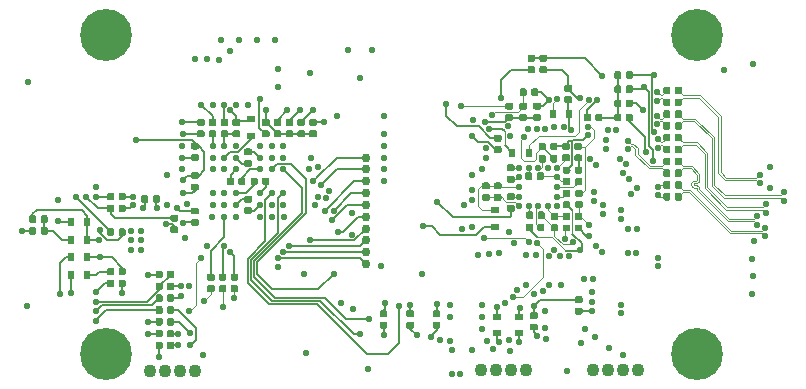
<source format=gbr>
G04 #@! TF.GenerationSoftware,KiCad,Pcbnew,5.1.5+dfsg1-2~bpo10+1*
G04 #@! TF.CreationDate,2020-03-26T22:27:21+01:00*
G04 #@! TF.ProjectId,SDI-bridge,5344492d-6272-4696-9467-652e6b696361,rev?*
G04 #@! TF.SameCoordinates,Original*
G04 #@! TF.FileFunction,Copper,L6,Bot*
G04 #@! TF.FilePolarity,Positive*
%FSLAX46Y46*%
G04 Gerber Fmt 4.6, Leading zero omitted, Abs format (unit mm)*
G04 Created by KiCad (PCBNEW 5.1.5+dfsg1-2~bpo10+1) date 2020-03-26 22:27:21*
%MOMM*%
%LPD*%
G04 APERTURE LIST*
%ADD10C,1.100000*%
%ADD11C,0.100000*%
%ADD12C,0.750000*%
%ADD13R,0.600000X0.800000*%
%ADD14R,0.800000X0.600000*%
%ADD15C,0.550000*%
%ADD16C,4.400000*%
%ADD17C,0.150000*%
G04 APERTURE END LIST*
D10*
X112700000Y-131496000D03*
X113970000Y-131496000D03*
X115240000Y-131496000D03*
X116510000Y-131496000D03*
G04 #@! TA.AperFunction,SMDPad,CuDef*
D11*
G36*
X145961958Y-118975710D02*
G01*
X145976276Y-118977834D01*
X145990317Y-118981351D01*
X146003946Y-118986228D01*
X146017031Y-118992417D01*
X146029447Y-118999858D01*
X146041073Y-119008481D01*
X146051798Y-119018202D01*
X146061519Y-119028927D01*
X146070142Y-119040553D01*
X146077583Y-119052969D01*
X146083772Y-119066054D01*
X146088649Y-119079683D01*
X146092166Y-119093724D01*
X146094290Y-119108042D01*
X146095000Y-119122500D01*
X146095000Y-119467500D01*
X146094290Y-119481958D01*
X146092166Y-119496276D01*
X146088649Y-119510317D01*
X146083772Y-119523946D01*
X146077583Y-119537031D01*
X146070142Y-119549447D01*
X146061519Y-119561073D01*
X146051798Y-119571798D01*
X146041073Y-119581519D01*
X146029447Y-119590142D01*
X146017031Y-119597583D01*
X146003946Y-119603772D01*
X145990317Y-119608649D01*
X145976276Y-119612166D01*
X145961958Y-119614290D01*
X145947500Y-119615000D01*
X145652500Y-119615000D01*
X145638042Y-119614290D01*
X145623724Y-119612166D01*
X145609683Y-119608649D01*
X145596054Y-119603772D01*
X145582969Y-119597583D01*
X145570553Y-119590142D01*
X145558927Y-119581519D01*
X145548202Y-119571798D01*
X145538481Y-119561073D01*
X145529858Y-119549447D01*
X145522417Y-119537031D01*
X145516228Y-119523946D01*
X145511351Y-119510317D01*
X145507834Y-119496276D01*
X145505710Y-119481958D01*
X145505000Y-119467500D01*
X145505000Y-119122500D01*
X145505710Y-119108042D01*
X145507834Y-119093724D01*
X145511351Y-119079683D01*
X145516228Y-119066054D01*
X145522417Y-119052969D01*
X145529858Y-119040553D01*
X145538481Y-119028927D01*
X145548202Y-119018202D01*
X145558927Y-119008481D01*
X145570553Y-118999858D01*
X145582969Y-118992417D01*
X145596054Y-118986228D01*
X145609683Y-118981351D01*
X145623724Y-118977834D01*
X145638042Y-118975710D01*
X145652500Y-118975000D01*
X145947500Y-118975000D01*
X145961958Y-118975710D01*
G37*
G04 #@! TD.AperFunction*
G04 #@! TA.AperFunction,SMDPad,CuDef*
G36*
X144991958Y-118975710D02*
G01*
X145006276Y-118977834D01*
X145020317Y-118981351D01*
X145033946Y-118986228D01*
X145047031Y-118992417D01*
X145059447Y-118999858D01*
X145071073Y-119008481D01*
X145081798Y-119018202D01*
X145091519Y-119028927D01*
X145100142Y-119040553D01*
X145107583Y-119052969D01*
X145113772Y-119066054D01*
X145118649Y-119079683D01*
X145122166Y-119093724D01*
X145124290Y-119108042D01*
X145125000Y-119122500D01*
X145125000Y-119467500D01*
X145124290Y-119481958D01*
X145122166Y-119496276D01*
X145118649Y-119510317D01*
X145113772Y-119523946D01*
X145107583Y-119537031D01*
X145100142Y-119549447D01*
X145091519Y-119561073D01*
X145081798Y-119571798D01*
X145071073Y-119581519D01*
X145059447Y-119590142D01*
X145047031Y-119597583D01*
X145033946Y-119603772D01*
X145020317Y-119608649D01*
X145006276Y-119612166D01*
X144991958Y-119614290D01*
X144977500Y-119615000D01*
X144682500Y-119615000D01*
X144668042Y-119614290D01*
X144653724Y-119612166D01*
X144639683Y-119608649D01*
X144626054Y-119603772D01*
X144612969Y-119597583D01*
X144600553Y-119590142D01*
X144588927Y-119581519D01*
X144578202Y-119571798D01*
X144568481Y-119561073D01*
X144559858Y-119549447D01*
X144552417Y-119537031D01*
X144546228Y-119523946D01*
X144541351Y-119510317D01*
X144537834Y-119496276D01*
X144535710Y-119481958D01*
X144535000Y-119467500D01*
X144535000Y-119122500D01*
X144535710Y-119108042D01*
X144537834Y-119093724D01*
X144541351Y-119079683D01*
X144546228Y-119066054D01*
X144552417Y-119052969D01*
X144559858Y-119040553D01*
X144568481Y-119028927D01*
X144578202Y-119018202D01*
X144588927Y-119008481D01*
X144600553Y-118999858D01*
X144612969Y-118992417D01*
X144626054Y-118986228D01*
X144639683Y-118981351D01*
X144653724Y-118977834D01*
X144668042Y-118975710D01*
X144682500Y-118975000D01*
X144977500Y-118975000D01*
X144991958Y-118975710D01*
G37*
G04 #@! TD.AperFunction*
G04 #@! TA.AperFunction,SMDPad,CuDef*
G36*
X148111958Y-113115710D02*
G01*
X148126276Y-113117834D01*
X148140317Y-113121351D01*
X148153946Y-113126228D01*
X148167031Y-113132417D01*
X148179447Y-113139858D01*
X148191073Y-113148481D01*
X148201798Y-113158202D01*
X148211519Y-113168927D01*
X148220142Y-113180553D01*
X148227583Y-113192969D01*
X148233772Y-113206054D01*
X148238649Y-113219683D01*
X148242166Y-113233724D01*
X148244290Y-113248042D01*
X148245000Y-113262500D01*
X148245000Y-113557500D01*
X148244290Y-113571958D01*
X148242166Y-113586276D01*
X148238649Y-113600317D01*
X148233772Y-113613946D01*
X148227583Y-113627031D01*
X148220142Y-113639447D01*
X148211519Y-113651073D01*
X148201798Y-113661798D01*
X148191073Y-113671519D01*
X148179447Y-113680142D01*
X148167031Y-113687583D01*
X148153946Y-113693772D01*
X148140317Y-113698649D01*
X148126276Y-113702166D01*
X148111958Y-113704290D01*
X148097500Y-113705000D01*
X147752500Y-113705000D01*
X147738042Y-113704290D01*
X147723724Y-113702166D01*
X147709683Y-113698649D01*
X147696054Y-113693772D01*
X147682969Y-113687583D01*
X147670553Y-113680142D01*
X147658927Y-113671519D01*
X147648202Y-113661798D01*
X147638481Y-113651073D01*
X147629858Y-113639447D01*
X147622417Y-113627031D01*
X147616228Y-113613946D01*
X147611351Y-113600317D01*
X147607834Y-113586276D01*
X147605710Y-113571958D01*
X147605000Y-113557500D01*
X147605000Y-113262500D01*
X147605710Y-113248042D01*
X147607834Y-113233724D01*
X147611351Y-113219683D01*
X147616228Y-113206054D01*
X147622417Y-113192969D01*
X147629858Y-113180553D01*
X147638481Y-113168927D01*
X147648202Y-113158202D01*
X147658927Y-113148481D01*
X147670553Y-113139858D01*
X147682969Y-113132417D01*
X147696054Y-113126228D01*
X147709683Y-113121351D01*
X147723724Y-113117834D01*
X147738042Y-113115710D01*
X147752500Y-113115000D01*
X148097500Y-113115000D01*
X148111958Y-113115710D01*
G37*
G04 #@! TD.AperFunction*
G04 #@! TA.AperFunction,SMDPad,CuDef*
G36*
X148111958Y-112145710D02*
G01*
X148126276Y-112147834D01*
X148140317Y-112151351D01*
X148153946Y-112156228D01*
X148167031Y-112162417D01*
X148179447Y-112169858D01*
X148191073Y-112178481D01*
X148201798Y-112188202D01*
X148211519Y-112198927D01*
X148220142Y-112210553D01*
X148227583Y-112222969D01*
X148233772Y-112236054D01*
X148238649Y-112249683D01*
X148242166Y-112263724D01*
X148244290Y-112278042D01*
X148245000Y-112292500D01*
X148245000Y-112587500D01*
X148244290Y-112601958D01*
X148242166Y-112616276D01*
X148238649Y-112630317D01*
X148233772Y-112643946D01*
X148227583Y-112657031D01*
X148220142Y-112669447D01*
X148211519Y-112681073D01*
X148201798Y-112691798D01*
X148191073Y-112701519D01*
X148179447Y-112710142D01*
X148167031Y-112717583D01*
X148153946Y-112723772D01*
X148140317Y-112728649D01*
X148126276Y-112732166D01*
X148111958Y-112734290D01*
X148097500Y-112735000D01*
X147752500Y-112735000D01*
X147738042Y-112734290D01*
X147723724Y-112732166D01*
X147709683Y-112728649D01*
X147696054Y-112723772D01*
X147682969Y-112717583D01*
X147670553Y-112710142D01*
X147658927Y-112701519D01*
X147648202Y-112691798D01*
X147638481Y-112681073D01*
X147629858Y-112669447D01*
X147622417Y-112657031D01*
X147616228Y-112643946D01*
X147611351Y-112630317D01*
X147607834Y-112616276D01*
X147605710Y-112601958D01*
X147605000Y-112587500D01*
X147605000Y-112292500D01*
X147605710Y-112278042D01*
X147607834Y-112263724D01*
X147611351Y-112249683D01*
X147616228Y-112236054D01*
X147622417Y-112222969D01*
X147629858Y-112210553D01*
X147638481Y-112198927D01*
X147648202Y-112188202D01*
X147658927Y-112178481D01*
X147670553Y-112169858D01*
X147682969Y-112162417D01*
X147696054Y-112156228D01*
X147709683Y-112151351D01*
X147723724Y-112147834D01*
X147738042Y-112145710D01*
X147752500Y-112145000D01*
X148097500Y-112145000D01*
X148111958Y-112145710D01*
G37*
G04 #@! TD.AperFunction*
G04 #@! TA.AperFunction,SMDPad,CuDef*
G36*
X144456958Y-107540710D02*
G01*
X144471276Y-107542834D01*
X144485317Y-107546351D01*
X144498946Y-107551228D01*
X144512031Y-107557417D01*
X144524447Y-107564858D01*
X144536073Y-107573481D01*
X144546798Y-107583202D01*
X144556519Y-107593927D01*
X144565142Y-107605553D01*
X144572583Y-107617969D01*
X144578772Y-107631054D01*
X144583649Y-107644683D01*
X144587166Y-107658724D01*
X144589290Y-107673042D01*
X144590000Y-107687500D01*
X144590000Y-108032500D01*
X144589290Y-108046958D01*
X144587166Y-108061276D01*
X144583649Y-108075317D01*
X144578772Y-108088946D01*
X144572583Y-108102031D01*
X144565142Y-108114447D01*
X144556519Y-108126073D01*
X144546798Y-108136798D01*
X144536073Y-108146519D01*
X144524447Y-108155142D01*
X144512031Y-108162583D01*
X144498946Y-108168772D01*
X144485317Y-108173649D01*
X144471276Y-108177166D01*
X144456958Y-108179290D01*
X144442500Y-108180000D01*
X144147500Y-108180000D01*
X144133042Y-108179290D01*
X144118724Y-108177166D01*
X144104683Y-108173649D01*
X144091054Y-108168772D01*
X144077969Y-108162583D01*
X144065553Y-108155142D01*
X144053927Y-108146519D01*
X144043202Y-108136798D01*
X144033481Y-108126073D01*
X144024858Y-108114447D01*
X144017417Y-108102031D01*
X144011228Y-108088946D01*
X144006351Y-108075317D01*
X144002834Y-108061276D01*
X144000710Y-108046958D01*
X144000000Y-108032500D01*
X144000000Y-107687500D01*
X144000710Y-107673042D01*
X144002834Y-107658724D01*
X144006351Y-107644683D01*
X144011228Y-107631054D01*
X144017417Y-107617969D01*
X144024858Y-107605553D01*
X144033481Y-107593927D01*
X144043202Y-107583202D01*
X144053927Y-107573481D01*
X144065553Y-107564858D01*
X144077969Y-107557417D01*
X144091054Y-107551228D01*
X144104683Y-107546351D01*
X144118724Y-107542834D01*
X144133042Y-107540710D01*
X144147500Y-107540000D01*
X144442500Y-107540000D01*
X144456958Y-107540710D01*
G37*
G04 #@! TD.AperFunction*
G04 #@! TA.AperFunction,SMDPad,CuDef*
G36*
X145426958Y-107540710D02*
G01*
X145441276Y-107542834D01*
X145455317Y-107546351D01*
X145468946Y-107551228D01*
X145482031Y-107557417D01*
X145494447Y-107564858D01*
X145506073Y-107573481D01*
X145516798Y-107583202D01*
X145526519Y-107593927D01*
X145535142Y-107605553D01*
X145542583Y-107617969D01*
X145548772Y-107631054D01*
X145553649Y-107644683D01*
X145557166Y-107658724D01*
X145559290Y-107673042D01*
X145560000Y-107687500D01*
X145560000Y-108032500D01*
X145559290Y-108046958D01*
X145557166Y-108061276D01*
X145553649Y-108075317D01*
X145548772Y-108088946D01*
X145542583Y-108102031D01*
X145535142Y-108114447D01*
X145526519Y-108126073D01*
X145516798Y-108136798D01*
X145506073Y-108146519D01*
X145494447Y-108155142D01*
X145482031Y-108162583D01*
X145468946Y-108168772D01*
X145455317Y-108173649D01*
X145441276Y-108177166D01*
X145426958Y-108179290D01*
X145412500Y-108180000D01*
X145117500Y-108180000D01*
X145103042Y-108179290D01*
X145088724Y-108177166D01*
X145074683Y-108173649D01*
X145061054Y-108168772D01*
X145047969Y-108162583D01*
X145035553Y-108155142D01*
X145023927Y-108146519D01*
X145013202Y-108136798D01*
X145003481Y-108126073D01*
X144994858Y-108114447D01*
X144987417Y-108102031D01*
X144981228Y-108088946D01*
X144976351Y-108075317D01*
X144972834Y-108061276D01*
X144970710Y-108046958D01*
X144970000Y-108032500D01*
X144970000Y-107687500D01*
X144970710Y-107673042D01*
X144972834Y-107658724D01*
X144976351Y-107644683D01*
X144981228Y-107631054D01*
X144987417Y-107617969D01*
X144994858Y-107605553D01*
X145003481Y-107593927D01*
X145013202Y-107583202D01*
X145023927Y-107573481D01*
X145035553Y-107564858D01*
X145047969Y-107557417D01*
X145061054Y-107551228D01*
X145074683Y-107546351D01*
X145088724Y-107542834D01*
X145103042Y-107540710D01*
X145117500Y-107540000D01*
X145412500Y-107540000D01*
X145426958Y-107540710D01*
G37*
G04 #@! TD.AperFunction*
G04 #@! TA.AperFunction,SMDPad,CuDef*
G36*
X113396958Y-116580710D02*
G01*
X113411276Y-116582834D01*
X113425317Y-116586351D01*
X113438946Y-116591228D01*
X113452031Y-116597417D01*
X113464447Y-116604858D01*
X113476073Y-116613481D01*
X113486798Y-116623202D01*
X113496519Y-116633927D01*
X113505142Y-116645553D01*
X113512583Y-116657969D01*
X113518772Y-116671054D01*
X113523649Y-116684683D01*
X113527166Y-116698724D01*
X113529290Y-116713042D01*
X113530000Y-116727500D01*
X113530000Y-117072500D01*
X113529290Y-117086958D01*
X113527166Y-117101276D01*
X113523649Y-117115317D01*
X113518772Y-117128946D01*
X113512583Y-117142031D01*
X113505142Y-117154447D01*
X113496519Y-117166073D01*
X113486798Y-117176798D01*
X113476073Y-117186519D01*
X113464447Y-117195142D01*
X113452031Y-117202583D01*
X113438946Y-117208772D01*
X113425317Y-117213649D01*
X113411276Y-117217166D01*
X113396958Y-117219290D01*
X113382500Y-117220000D01*
X113087500Y-117220000D01*
X113073042Y-117219290D01*
X113058724Y-117217166D01*
X113044683Y-117213649D01*
X113031054Y-117208772D01*
X113017969Y-117202583D01*
X113005553Y-117195142D01*
X112993927Y-117186519D01*
X112983202Y-117176798D01*
X112973481Y-117166073D01*
X112964858Y-117154447D01*
X112957417Y-117142031D01*
X112951228Y-117128946D01*
X112946351Y-117115317D01*
X112942834Y-117101276D01*
X112940710Y-117086958D01*
X112940000Y-117072500D01*
X112940000Y-116727500D01*
X112940710Y-116713042D01*
X112942834Y-116698724D01*
X112946351Y-116684683D01*
X112951228Y-116671054D01*
X112957417Y-116657969D01*
X112964858Y-116645553D01*
X112973481Y-116633927D01*
X112983202Y-116623202D01*
X112993927Y-116613481D01*
X113005553Y-116604858D01*
X113017969Y-116597417D01*
X113031054Y-116591228D01*
X113044683Y-116586351D01*
X113058724Y-116582834D01*
X113073042Y-116580710D01*
X113087500Y-116580000D01*
X113382500Y-116580000D01*
X113396958Y-116580710D01*
G37*
G04 #@! TD.AperFunction*
G04 #@! TA.AperFunction,SMDPad,CuDef*
G36*
X112426958Y-116580710D02*
G01*
X112441276Y-116582834D01*
X112455317Y-116586351D01*
X112468946Y-116591228D01*
X112482031Y-116597417D01*
X112494447Y-116604858D01*
X112506073Y-116613481D01*
X112516798Y-116623202D01*
X112526519Y-116633927D01*
X112535142Y-116645553D01*
X112542583Y-116657969D01*
X112548772Y-116671054D01*
X112553649Y-116684683D01*
X112557166Y-116698724D01*
X112559290Y-116713042D01*
X112560000Y-116727500D01*
X112560000Y-117072500D01*
X112559290Y-117086958D01*
X112557166Y-117101276D01*
X112553649Y-117115317D01*
X112548772Y-117128946D01*
X112542583Y-117142031D01*
X112535142Y-117154447D01*
X112526519Y-117166073D01*
X112516798Y-117176798D01*
X112506073Y-117186519D01*
X112494447Y-117195142D01*
X112482031Y-117202583D01*
X112468946Y-117208772D01*
X112455317Y-117213649D01*
X112441276Y-117217166D01*
X112426958Y-117219290D01*
X112412500Y-117220000D01*
X112117500Y-117220000D01*
X112103042Y-117219290D01*
X112088724Y-117217166D01*
X112074683Y-117213649D01*
X112061054Y-117208772D01*
X112047969Y-117202583D01*
X112035553Y-117195142D01*
X112023927Y-117186519D01*
X112013202Y-117176798D01*
X112003481Y-117166073D01*
X111994858Y-117154447D01*
X111987417Y-117142031D01*
X111981228Y-117128946D01*
X111976351Y-117115317D01*
X111972834Y-117101276D01*
X111970710Y-117086958D01*
X111970000Y-117072500D01*
X111970000Y-116727500D01*
X111970710Y-116713042D01*
X111972834Y-116698724D01*
X111976351Y-116684683D01*
X111981228Y-116671054D01*
X111987417Y-116657969D01*
X111994858Y-116645553D01*
X112003481Y-116633927D01*
X112013202Y-116623202D01*
X112023927Y-116613481D01*
X112035553Y-116604858D01*
X112047969Y-116597417D01*
X112061054Y-116591228D01*
X112074683Y-116586351D01*
X112088724Y-116582834D01*
X112103042Y-116580710D01*
X112117500Y-116580000D01*
X112412500Y-116580000D01*
X112426958Y-116580710D01*
G37*
G04 #@! TD.AperFunction*
G04 #@! TA.AperFunction,SMDPad,CuDef*
G36*
X113626958Y-122980710D02*
G01*
X113641276Y-122982834D01*
X113655317Y-122986351D01*
X113668946Y-122991228D01*
X113682031Y-122997417D01*
X113694447Y-123004858D01*
X113706073Y-123013481D01*
X113716798Y-123023202D01*
X113726519Y-123033927D01*
X113735142Y-123045553D01*
X113742583Y-123057969D01*
X113748772Y-123071054D01*
X113753649Y-123084683D01*
X113757166Y-123098724D01*
X113759290Y-123113042D01*
X113760000Y-123127500D01*
X113760000Y-123472500D01*
X113759290Y-123486958D01*
X113757166Y-123501276D01*
X113753649Y-123515317D01*
X113748772Y-123528946D01*
X113742583Y-123542031D01*
X113735142Y-123554447D01*
X113726519Y-123566073D01*
X113716798Y-123576798D01*
X113706073Y-123586519D01*
X113694447Y-123595142D01*
X113682031Y-123602583D01*
X113668946Y-123608772D01*
X113655317Y-123613649D01*
X113641276Y-123617166D01*
X113626958Y-123619290D01*
X113612500Y-123620000D01*
X113317500Y-123620000D01*
X113303042Y-123619290D01*
X113288724Y-123617166D01*
X113274683Y-123613649D01*
X113261054Y-123608772D01*
X113247969Y-123602583D01*
X113235553Y-123595142D01*
X113223927Y-123586519D01*
X113213202Y-123576798D01*
X113203481Y-123566073D01*
X113194858Y-123554447D01*
X113187417Y-123542031D01*
X113181228Y-123528946D01*
X113176351Y-123515317D01*
X113172834Y-123501276D01*
X113170710Y-123486958D01*
X113170000Y-123472500D01*
X113170000Y-123127500D01*
X113170710Y-123113042D01*
X113172834Y-123098724D01*
X113176351Y-123084683D01*
X113181228Y-123071054D01*
X113187417Y-123057969D01*
X113194858Y-123045553D01*
X113203481Y-123033927D01*
X113213202Y-123023202D01*
X113223927Y-123013481D01*
X113235553Y-123004858D01*
X113247969Y-122997417D01*
X113261054Y-122991228D01*
X113274683Y-122986351D01*
X113288724Y-122982834D01*
X113303042Y-122980710D01*
X113317500Y-122980000D01*
X113612500Y-122980000D01*
X113626958Y-122980710D01*
G37*
G04 #@! TD.AperFunction*
G04 #@! TA.AperFunction,SMDPad,CuDef*
G36*
X114596958Y-122980710D02*
G01*
X114611276Y-122982834D01*
X114625317Y-122986351D01*
X114638946Y-122991228D01*
X114652031Y-122997417D01*
X114664447Y-123004858D01*
X114676073Y-123013481D01*
X114686798Y-123023202D01*
X114696519Y-123033927D01*
X114705142Y-123045553D01*
X114712583Y-123057969D01*
X114718772Y-123071054D01*
X114723649Y-123084683D01*
X114727166Y-123098724D01*
X114729290Y-123113042D01*
X114730000Y-123127500D01*
X114730000Y-123472500D01*
X114729290Y-123486958D01*
X114727166Y-123501276D01*
X114723649Y-123515317D01*
X114718772Y-123528946D01*
X114712583Y-123542031D01*
X114705142Y-123554447D01*
X114696519Y-123566073D01*
X114686798Y-123576798D01*
X114676073Y-123586519D01*
X114664447Y-123595142D01*
X114652031Y-123602583D01*
X114638946Y-123608772D01*
X114625317Y-123613649D01*
X114611276Y-123617166D01*
X114596958Y-123619290D01*
X114582500Y-123620000D01*
X114287500Y-123620000D01*
X114273042Y-123619290D01*
X114258724Y-123617166D01*
X114244683Y-123613649D01*
X114231054Y-123608772D01*
X114217969Y-123602583D01*
X114205553Y-123595142D01*
X114193927Y-123586519D01*
X114183202Y-123576798D01*
X114173481Y-123566073D01*
X114164858Y-123554447D01*
X114157417Y-123542031D01*
X114151228Y-123528946D01*
X114146351Y-123515317D01*
X114142834Y-123501276D01*
X114140710Y-123486958D01*
X114140000Y-123472500D01*
X114140000Y-123127500D01*
X114140710Y-123113042D01*
X114142834Y-123098724D01*
X114146351Y-123084683D01*
X114151228Y-123071054D01*
X114157417Y-123057969D01*
X114164858Y-123045553D01*
X114173481Y-123033927D01*
X114183202Y-123023202D01*
X114193927Y-123013481D01*
X114205553Y-123004858D01*
X114217969Y-122997417D01*
X114231054Y-122991228D01*
X114244683Y-122986351D01*
X114258724Y-122982834D01*
X114273042Y-122980710D01*
X114287500Y-122980000D01*
X114582500Y-122980000D01*
X114596958Y-122980710D01*
G37*
G04 #@! TD.AperFunction*
G04 #@! TA.AperFunction,SMDPad,CuDef*
G36*
X109526958Y-123730710D02*
G01*
X109541276Y-123732834D01*
X109555317Y-123736351D01*
X109568946Y-123741228D01*
X109582031Y-123747417D01*
X109594447Y-123754858D01*
X109606073Y-123763481D01*
X109616798Y-123773202D01*
X109626519Y-123783927D01*
X109635142Y-123795553D01*
X109642583Y-123807969D01*
X109648772Y-123821054D01*
X109653649Y-123834683D01*
X109657166Y-123848724D01*
X109659290Y-123863042D01*
X109660000Y-123877500D01*
X109660000Y-124222500D01*
X109659290Y-124236958D01*
X109657166Y-124251276D01*
X109653649Y-124265317D01*
X109648772Y-124278946D01*
X109642583Y-124292031D01*
X109635142Y-124304447D01*
X109626519Y-124316073D01*
X109616798Y-124326798D01*
X109606073Y-124336519D01*
X109594447Y-124345142D01*
X109582031Y-124352583D01*
X109568946Y-124358772D01*
X109555317Y-124363649D01*
X109541276Y-124367166D01*
X109526958Y-124369290D01*
X109512500Y-124370000D01*
X109217500Y-124370000D01*
X109203042Y-124369290D01*
X109188724Y-124367166D01*
X109174683Y-124363649D01*
X109161054Y-124358772D01*
X109147969Y-124352583D01*
X109135553Y-124345142D01*
X109123927Y-124336519D01*
X109113202Y-124326798D01*
X109103481Y-124316073D01*
X109094858Y-124304447D01*
X109087417Y-124292031D01*
X109081228Y-124278946D01*
X109076351Y-124265317D01*
X109072834Y-124251276D01*
X109070710Y-124236958D01*
X109070000Y-124222500D01*
X109070000Y-123877500D01*
X109070710Y-123863042D01*
X109072834Y-123848724D01*
X109076351Y-123834683D01*
X109081228Y-123821054D01*
X109087417Y-123807969D01*
X109094858Y-123795553D01*
X109103481Y-123783927D01*
X109113202Y-123773202D01*
X109123927Y-123763481D01*
X109135553Y-123754858D01*
X109147969Y-123747417D01*
X109161054Y-123741228D01*
X109174683Y-123736351D01*
X109188724Y-123732834D01*
X109203042Y-123730710D01*
X109217500Y-123730000D01*
X109512500Y-123730000D01*
X109526958Y-123730710D01*
G37*
G04 #@! TD.AperFunction*
G04 #@! TA.AperFunction,SMDPad,CuDef*
G36*
X110496958Y-123730710D02*
G01*
X110511276Y-123732834D01*
X110525317Y-123736351D01*
X110538946Y-123741228D01*
X110552031Y-123747417D01*
X110564447Y-123754858D01*
X110576073Y-123763481D01*
X110586798Y-123773202D01*
X110596519Y-123783927D01*
X110605142Y-123795553D01*
X110612583Y-123807969D01*
X110618772Y-123821054D01*
X110623649Y-123834683D01*
X110627166Y-123848724D01*
X110629290Y-123863042D01*
X110630000Y-123877500D01*
X110630000Y-124222500D01*
X110629290Y-124236958D01*
X110627166Y-124251276D01*
X110623649Y-124265317D01*
X110618772Y-124278946D01*
X110612583Y-124292031D01*
X110605142Y-124304447D01*
X110596519Y-124316073D01*
X110586798Y-124326798D01*
X110576073Y-124336519D01*
X110564447Y-124345142D01*
X110552031Y-124352583D01*
X110538946Y-124358772D01*
X110525317Y-124363649D01*
X110511276Y-124367166D01*
X110496958Y-124369290D01*
X110482500Y-124370000D01*
X110187500Y-124370000D01*
X110173042Y-124369290D01*
X110158724Y-124367166D01*
X110144683Y-124363649D01*
X110131054Y-124358772D01*
X110117969Y-124352583D01*
X110105553Y-124345142D01*
X110093927Y-124336519D01*
X110083202Y-124326798D01*
X110073481Y-124316073D01*
X110064858Y-124304447D01*
X110057417Y-124292031D01*
X110051228Y-124278946D01*
X110046351Y-124265317D01*
X110042834Y-124251276D01*
X110040710Y-124236958D01*
X110040000Y-124222500D01*
X110040000Y-123877500D01*
X110040710Y-123863042D01*
X110042834Y-123848724D01*
X110046351Y-123834683D01*
X110051228Y-123821054D01*
X110057417Y-123807969D01*
X110064858Y-123795553D01*
X110073481Y-123783927D01*
X110083202Y-123773202D01*
X110093927Y-123763481D01*
X110105553Y-123754858D01*
X110117969Y-123747417D01*
X110131054Y-123741228D01*
X110144683Y-123736351D01*
X110158724Y-123732834D01*
X110173042Y-123730710D01*
X110187500Y-123730000D01*
X110482500Y-123730000D01*
X110496958Y-123730710D01*
G37*
G04 #@! TD.AperFunction*
G04 #@! TA.AperFunction,SMDPad,CuDef*
G36*
X146181958Y-105655710D02*
G01*
X146196276Y-105657834D01*
X146210317Y-105661351D01*
X146223946Y-105666228D01*
X146237031Y-105672417D01*
X146249447Y-105679858D01*
X146261073Y-105688481D01*
X146271798Y-105698202D01*
X146281519Y-105708927D01*
X146290142Y-105720553D01*
X146297583Y-105732969D01*
X146303772Y-105746054D01*
X146308649Y-105759683D01*
X146312166Y-105773724D01*
X146314290Y-105788042D01*
X146315000Y-105802500D01*
X146315000Y-106097500D01*
X146314290Y-106111958D01*
X146312166Y-106126276D01*
X146308649Y-106140317D01*
X146303772Y-106153946D01*
X146297583Y-106167031D01*
X146290142Y-106179447D01*
X146281519Y-106191073D01*
X146271798Y-106201798D01*
X146261073Y-106211519D01*
X146249447Y-106220142D01*
X146237031Y-106227583D01*
X146223946Y-106233772D01*
X146210317Y-106238649D01*
X146196276Y-106242166D01*
X146181958Y-106244290D01*
X146167500Y-106245000D01*
X145822500Y-106245000D01*
X145808042Y-106244290D01*
X145793724Y-106242166D01*
X145779683Y-106238649D01*
X145766054Y-106233772D01*
X145752969Y-106227583D01*
X145740553Y-106220142D01*
X145728927Y-106211519D01*
X145718202Y-106201798D01*
X145708481Y-106191073D01*
X145699858Y-106179447D01*
X145692417Y-106167031D01*
X145686228Y-106153946D01*
X145681351Y-106140317D01*
X145677834Y-106126276D01*
X145675710Y-106111958D01*
X145675000Y-106097500D01*
X145675000Y-105802500D01*
X145675710Y-105788042D01*
X145677834Y-105773724D01*
X145681351Y-105759683D01*
X145686228Y-105746054D01*
X145692417Y-105732969D01*
X145699858Y-105720553D01*
X145708481Y-105708927D01*
X145718202Y-105698202D01*
X145728927Y-105688481D01*
X145740553Y-105679858D01*
X145752969Y-105672417D01*
X145766054Y-105666228D01*
X145779683Y-105661351D01*
X145793724Y-105657834D01*
X145808042Y-105655710D01*
X145822500Y-105655000D01*
X146167500Y-105655000D01*
X146181958Y-105655710D01*
G37*
G04 #@! TD.AperFunction*
G04 #@! TA.AperFunction,SMDPad,CuDef*
G36*
X146181958Y-104685710D02*
G01*
X146196276Y-104687834D01*
X146210317Y-104691351D01*
X146223946Y-104696228D01*
X146237031Y-104702417D01*
X146249447Y-104709858D01*
X146261073Y-104718481D01*
X146271798Y-104728202D01*
X146281519Y-104738927D01*
X146290142Y-104750553D01*
X146297583Y-104762969D01*
X146303772Y-104776054D01*
X146308649Y-104789683D01*
X146312166Y-104803724D01*
X146314290Y-104818042D01*
X146315000Y-104832500D01*
X146315000Y-105127500D01*
X146314290Y-105141958D01*
X146312166Y-105156276D01*
X146308649Y-105170317D01*
X146303772Y-105183946D01*
X146297583Y-105197031D01*
X146290142Y-105209447D01*
X146281519Y-105221073D01*
X146271798Y-105231798D01*
X146261073Y-105241519D01*
X146249447Y-105250142D01*
X146237031Y-105257583D01*
X146223946Y-105263772D01*
X146210317Y-105268649D01*
X146196276Y-105272166D01*
X146181958Y-105274290D01*
X146167500Y-105275000D01*
X145822500Y-105275000D01*
X145808042Y-105274290D01*
X145793724Y-105272166D01*
X145779683Y-105268649D01*
X145766054Y-105263772D01*
X145752969Y-105257583D01*
X145740553Y-105250142D01*
X145728927Y-105241519D01*
X145718202Y-105231798D01*
X145708481Y-105221073D01*
X145699858Y-105209447D01*
X145692417Y-105197031D01*
X145686228Y-105183946D01*
X145681351Y-105170317D01*
X145677834Y-105156276D01*
X145675710Y-105141958D01*
X145675000Y-105127500D01*
X145675000Y-104832500D01*
X145675710Y-104818042D01*
X145677834Y-104803724D01*
X145681351Y-104789683D01*
X145686228Y-104776054D01*
X145692417Y-104762969D01*
X145699858Y-104750553D01*
X145708481Y-104738927D01*
X145718202Y-104728202D01*
X145728927Y-104718481D01*
X145740553Y-104709858D01*
X145752969Y-104702417D01*
X145766054Y-104696228D01*
X145779683Y-104691351D01*
X145793724Y-104687834D01*
X145808042Y-104685710D01*
X145822500Y-104685000D01*
X146167500Y-104685000D01*
X146181958Y-104685710D01*
G37*
G04 #@! TD.AperFunction*
G04 #@! TA.AperFunction,SMDPad,CuDef*
G36*
X145181958Y-105655710D02*
G01*
X145196276Y-105657834D01*
X145210317Y-105661351D01*
X145223946Y-105666228D01*
X145237031Y-105672417D01*
X145249447Y-105679858D01*
X145261073Y-105688481D01*
X145271798Y-105698202D01*
X145281519Y-105708927D01*
X145290142Y-105720553D01*
X145297583Y-105732969D01*
X145303772Y-105746054D01*
X145308649Y-105759683D01*
X145312166Y-105773724D01*
X145314290Y-105788042D01*
X145315000Y-105802500D01*
X145315000Y-106097500D01*
X145314290Y-106111958D01*
X145312166Y-106126276D01*
X145308649Y-106140317D01*
X145303772Y-106153946D01*
X145297583Y-106167031D01*
X145290142Y-106179447D01*
X145281519Y-106191073D01*
X145271798Y-106201798D01*
X145261073Y-106211519D01*
X145249447Y-106220142D01*
X145237031Y-106227583D01*
X145223946Y-106233772D01*
X145210317Y-106238649D01*
X145196276Y-106242166D01*
X145181958Y-106244290D01*
X145167500Y-106245000D01*
X144822500Y-106245000D01*
X144808042Y-106244290D01*
X144793724Y-106242166D01*
X144779683Y-106238649D01*
X144766054Y-106233772D01*
X144752969Y-106227583D01*
X144740553Y-106220142D01*
X144728927Y-106211519D01*
X144718202Y-106201798D01*
X144708481Y-106191073D01*
X144699858Y-106179447D01*
X144692417Y-106167031D01*
X144686228Y-106153946D01*
X144681351Y-106140317D01*
X144677834Y-106126276D01*
X144675710Y-106111958D01*
X144675000Y-106097500D01*
X144675000Y-105802500D01*
X144675710Y-105788042D01*
X144677834Y-105773724D01*
X144681351Y-105759683D01*
X144686228Y-105746054D01*
X144692417Y-105732969D01*
X144699858Y-105720553D01*
X144708481Y-105708927D01*
X144718202Y-105698202D01*
X144728927Y-105688481D01*
X144740553Y-105679858D01*
X144752969Y-105672417D01*
X144766054Y-105666228D01*
X144779683Y-105661351D01*
X144793724Y-105657834D01*
X144808042Y-105655710D01*
X144822500Y-105655000D01*
X145167500Y-105655000D01*
X145181958Y-105655710D01*
G37*
G04 #@! TD.AperFunction*
G04 #@! TA.AperFunction,SMDPad,CuDef*
G36*
X145181958Y-104685710D02*
G01*
X145196276Y-104687834D01*
X145210317Y-104691351D01*
X145223946Y-104696228D01*
X145237031Y-104702417D01*
X145249447Y-104709858D01*
X145261073Y-104718481D01*
X145271798Y-104728202D01*
X145281519Y-104738927D01*
X145290142Y-104750553D01*
X145297583Y-104762969D01*
X145303772Y-104776054D01*
X145308649Y-104789683D01*
X145312166Y-104803724D01*
X145314290Y-104818042D01*
X145315000Y-104832500D01*
X145315000Y-105127500D01*
X145314290Y-105141958D01*
X145312166Y-105156276D01*
X145308649Y-105170317D01*
X145303772Y-105183946D01*
X145297583Y-105197031D01*
X145290142Y-105209447D01*
X145281519Y-105221073D01*
X145271798Y-105231798D01*
X145261073Y-105241519D01*
X145249447Y-105250142D01*
X145237031Y-105257583D01*
X145223946Y-105263772D01*
X145210317Y-105268649D01*
X145196276Y-105272166D01*
X145181958Y-105274290D01*
X145167500Y-105275000D01*
X144822500Y-105275000D01*
X144808042Y-105274290D01*
X144793724Y-105272166D01*
X144779683Y-105268649D01*
X144766054Y-105263772D01*
X144752969Y-105257583D01*
X144740553Y-105250142D01*
X144728927Y-105241519D01*
X144718202Y-105231798D01*
X144708481Y-105221073D01*
X144699858Y-105209447D01*
X144692417Y-105197031D01*
X144686228Y-105183946D01*
X144681351Y-105170317D01*
X144677834Y-105156276D01*
X144675710Y-105141958D01*
X144675000Y-105127500D01*
X144675000Y-104832500D01*
X144675710Y-104818042D01*
X144677834Y-104803724D01*
X144681351Y-104789683D01*
X144686228Y-104776054D01*
X144692417Y-104762969D01*
X144699858Y-104750553D01*
X144708481Y-104738927D01*
X144718202Y-104728202D01*
X144728927Y-104718481D01*
X144740553Y-104709858D01*
X144752969Y-104702417D01*
X144766054Y-104696228D01*
X144779683Y-104691351D01*
X144793724Y-104687834D01*
X144808042Y-104685710D01*
X144822500Y-104685000D01*
X145167500Y-104685000D01*
X145181958Y-104685710D01*
G37*
G04 #@! TD.AperFunction*
D10*
X154000000Y-131400000D03*
X152730000Y-131400000D03*
X151460000Y-131400000D03*
X150190000Y-131400000D03*
X144500000Y-131400000D03*
X143230000Y-131400000D03*
X141960000Y-131400000D03*
X140690000Y-131400000D03*
G04 #@! TA.AperFunction,SMDPad,CuDef*
D11*
G36*
X153446958Y-109680710D02*
G01*
X153461276Y-109682834D01*
X153475317Y-109686351D01*
X153488946Y-109691228D01*
X153502031Y-109697417D01*
X153514447Y-109704858D01*
X153526073Y-109713481D01*
X153536798Y-109723202D01*
X153546519Y-109733927D01*
X153555142Y-109745553D01*
X153562583Y-109757969D01*
X153568772Y-109771054D01*
X153573649Y-109784683D01*
X153577166Y-109798724D01*
X153579290Y-109813042D01*
X153580000Y-109827500D01*
X153580000Y-110172500D01*
X153579290Y-110186958D01*
X153577166Y-110201276D01*
X153573649Y-110215317D01*
X153568772Y-110228946D01*
X153562583Y-110242031D01*
X153555142Y-110254447D01*
X153546519Y-110266073D01*
X153536798Y-110276798D01*
X153526073Y-110286519D01*
X153514447Y-110295142D01*
X153502031Y-110302583D01*
X153488946Y-110308772D01*
X153475317Y-110313649D01*
X153461276Y-110317166D01*
X153446958Y-110319290D01*
X153432500Y-110320000D01*
X153137500Y-110320000D01*
X153123042Y-110319290D01*
X153108724Y-110317166D01*
X153094683Y-110313649D01*
X153081054Y-110308772D01*
X153067969Y-110302583D01*
X153055553Y-110295142D01*
X153043927Y-110286519D01*
X153033202Y-110276798D01*
X153023481Y-110266073D01*
X153014858Y-110254447D01*
X153007417Y-110242031D01*
X153001228Y-110228946D01*
X152996351Y-110215317D01*
X152992834Y-110201276D01*
X152990710Y-110186958D01*
X152990000Y-110172500D01*
X152990000Y-109827500D01*
X152990710Y-109813042D01*
X152992834Y-109798724D01*
X152996351Y-109784683D01*
X153001228Y-109771054D01*
X153007417Y-109757969D01*
X153014858Y-109745553D01*
X153023481Y-109733927D01*
X153033202Y-109723202D01*
X153043927Y-109713481D01*
X153055553Y-109704858D01*
X153067969Y-109697417D01*
X153081054Y-109691228D01*
X153094683Y-109686351D01*
X153108724Y-109682834D01*
X153123042Y-109680710D01*
X153137500Y-109680000D01*
X153432500Y-109680000D01*
X153446958Y-109680710D01*
G37*
G04 #@! TD.AperFunction*
G04 #@! TA.AperFunction,SMDPad,CuDef*
G36*
X152476958Y-109680710D02*
G01*
X152491276Y-109682834D01*
X152505317Y-109686351D01*
X152518946Y-109691228D01*
X152532031Y-109697417D01*
X152544447Y-109704858D01*
X152556073Y-109713481D01*
X152566798Y-109723202D01*
X152576519Y-109733927D01*
X152585142Y-109745553D01*
X152592583Y-109757969D01*
X152598772Y-109771054D01*
X152603649Y-109784683D01*
X152607166Y-109798724D01*
X152609290Y-109813042D01*
X152610000Y-109827500D01*
X152610000Y-110172500D01*
X152609290Y-110186958D01*
X152607166Y-110201276D01*
X152603649Y-110215317D01*
X152598772Y-110228946D01*
X152592583Y-110242031D01*
X152585142Y-110254447D01*
X152576519Y-110266073D01*
X152566798Y-110276798D01*
X152556073Y-110286519D01*
X152544447Y-110295142D01*
X152532031Y-110302583D01*
X152518946Y-110308772D01*
X152505317Y-110313649D01*
X152491276Y-110317166D01*
X152476958Y-110319290D01*
X152462500Y-110320000D01*
X152167500Y-110320000D01*
X152153042Y-110319290D01*
X152138724Y-110317166D01*
X152124683Y-110313649D01*
X152111054Y-110308772D01*
X152097969Y-110302583D01*
X152085553Y-110295142D01*
X152073927Y-110286519D01*
X152063202Y-110276798D01*
X152053481Y-110266073D01*
X152044858Y-110254447D01*
X152037417Y-110242031D01*
X152031228Y-110228946D01*
X152026351Y-110215317D01*
X152022834Y-110201276D01*
X152020710Y-110186958D01*
X152020000Y-110172500D01*
X152020000Y-109827500D01*
X152020710Y-109813042D01*
X152022834Y-109798724D01*
X152026351Y-109784683D01*
X152031228Y-109771054D01*
X152037417Y-109757969D01*
X152044858Y-109745553D01*
X152053481Y-109733927D01*
X152063202Y-109723202D01*
X152073927Y-109713481D01*
X152085553Y-109704858D01*
X152097969Y-109697417D01*
X152111054Y-109691228D01*
X152124683Y-109686351D01*
X152138724Y-109682834D01*
X152153042Y-109680710D01*
X152167500Y-109680000D01*
X152462500Y-109680000D01*
X152476958Y-109680710D01*
G37*
G04 #@! TD.AperFunction*
G04 #@! TA.AperFunction,SMDPad,CuDef*
G36*
X150856958Y-109670710D02*
G01*
X150871276Y-109672834D01*
X150885317Y-109676351D01*
X150898946Y-109681228D01*
X150912031Y-109687417D01*
X150924447Y-109694858D01*
X150936073Y-109703481D01*
X150946798Y-109713202D01*
X150956519Y-109723927D01*
X150965142Y-109735553D01*
X150972583Y-109747969D01*
X150978772Y-109761054D01*
X150983649Y-109774683D01*
X150987166Y-109788724D01*
X150989290Y-109803042D01*
X150990000Y-109817500D01*
X150990000Y-110162500D01*
X150989290Y-110176958D01*
X150987166Y-110191276D01*
X150983649Y-110205317D01*
X150978772Y-110218946D01*
X150972583Y-110232031D01*
X150965142Y-110244447D01*
X150956519Y-110256073D01*
X150946798Y-110266798D01*
X150936073Y-110276519D01*
X150924447Y-110285142D01*
X150912031Y-110292583D01*
X150898946Y-110298772D01*
X150885317Y-110303649D01*
X150871276Y-110307166D01*
X150856958Y-110309290D01*
X150842500Y-110310000D01*
X150547500Y-110310000D01*
X150533042Y-110309290D01*
X150518724Y-110307166D01*
X150504683Y-110303649D01*
X150491054Y-110298772D01*
X150477969Y-110292583D01*
X150465553Y-110285142D01*
X150453927Y-110276519D01*
X150443202Y-110266798D01*
X150433481Y-110256073D01*
X150424858Y-110244447D01*
X150417417Y-110232031D01*
X150411228Y-110218946D01*
X150406351Y-110205317D01*
X150402834Y-110191276D01*
X150400710Y-110176958D01*
X150400000Y-110162500D01*
X150400000Y-109817500D01*
X150400710Y-109803042D01*
X150402834Y-109788724D01*
X150406351Y-109774683D01*
X150411228Y-109761054D01*
X150417417Y-109747969D01*
X150424858Y-109735553D01*
X150433481Y-109723927D01*
X150443202Y-109713202D01*
X150453927Y-109703481D01*
X150465553Y-109694858D01*
X150477969Y-109687417D01*
X150491054Y-109681228D01*
X150504683Y-109676351D01*
X150518724Y-109672834D01*
X150533042Y-109670710D01*
X150547500Y-109670000D01*
X150842500Y-109670000D01*
X150856958Y-109670710D01*
G37*
G04 #@! TD.AperFunction*
G04 #@! TA.AperFunction,SMDPad,CuDef*
G36*
X149886958Y-109670710D02*
G01*
X149901276Y-109672834D01*
X149915317Y-109676351D01*
X149928946Y-109681228D01*
X149942031Y-109687417D01*
X149954447Y-109694858D01*
X149966073Y-109703481D01*
X149976798Y-109713202D01*
X149986519Y-109723927D01*
X149995142Y-109735553D01*
X150002583Y-109747969D01*
X150008772Y-109761054D01*
X150013649Y-109774683D01*
X150017166Y-109788724D01*
X150019290Y-109803042D01*
X150020000Y-109817500D01*
X150020000Y-110162500D01*
X150019290Y-110176958D01*
X150017166Y-110191276D01*
X150013649Y-110205317D01*
X150008772Y-110218946D01*
X150002583Y-110232031D01*
X149995142Y-110244447D01*
X149986519Y-110256073D01*
X149976798Y-110266798D01*
X149966073Y-110276519D01*
X149954447Y-110285142D01*
X149942031Y-110292583D01*
X149928946Y-110298772D01*
X149915317Y-110303649D01*
X149901276Y-110307166D01*
X149886958Y-110309290D01*
X149872500Y-110310000D01*
X149577500Y-110310000D01*
X149563042Y-110309290D01*
X149548724Y-110307166D01*
X149534683Y-110303649D01*
X149521054Y-110298772D01*
X149507969Y-110292583D01*
X149495553Y-110285142D01*
X149483927Y-110276519D01*
X149473202Y-110266798D01*
X149463481Y-110256073D01*
X149454858Y-110244447D01*
X149447417Y-110232031D01*
X149441228Y-110218946D01*
X149436351Y-110205317D01*
X149432834Y-110191276D01*
X149430710Y-110176958D01*
X149430000Y-110162500D01*
X149430000Y-109817500D01*
X149430710Y-109803042D01*
X149432834Y-109788724D01*
X149436351Y-109774683D01*
X149441228Y-109761054D01*
X149447417Y-109747969D01*
X149454858Y-109735553D01*
X149463481Y-109723927D01*
X149473202Y-109713202D01*
X149483927Y-109703481D01*
X149495553Y-109694858D01*
X149507969Y-109687417D01*
X149521054Y-109681228D01*
X149534683Y-109676351D01*
X149548724Y-109672834D01*
X149563042Y-109670710D01*
X149577500Y-109670000D01*
X149872500Y-109670000D01*
X149886958Y-109670710D01*
G37*
G04 #@! TD.AperFunction*
G04 #@! TA.AperFunction,SMDPad,CuDef*
G36*
X153446958Y-108480710D02*
G01*
X153461276Y-108482834D01*
X153475317Y-108486351D01*
X153488946Y-108491228D01*
X153502031Y-108497417D01*
X153514447Y-108504858D01*
X153526073Y-108513481D01*
X153536798Y-108523202D01*
X153546519Y-108533927D01*
X153555142Y-108545553D01*
X153562583Y-108557969D01*
X153568772Y-108571054D01*
X153573649Y-108584683D01*
X153577166Y-108598724D01*
X153579290Y-108613042D01*
X153580000Y-108627500D01*
X153580000Y-108972500D01*
X153579290Y-108986958D01*
X153577166Y-109001276D01*
X153573649Y-109015317D01*
X153568772Y-109028946D01*
X153562583Y-109042031D01*
X153555142Y-109054447D01*
X153546519Y-109066073D01*
X153536798Y-109076798D01*
X153526073Y-109086519D01*
X153514447Y-109095142D01*
X153502031Y-109102583D01*
X153488946Y-109108772D01*
X153475317Y-109113649D01*
X153461276Y-109117166D01*
X153446958Y-109119290D01*
X153432500Y-109120000D01*
X153137500Y-109120000D01*
X153123042Y-109119290D01*
X153108724Y-109117166D01*
X153094683Y-109113649D01*
X153081054Y-109108772D01*
X153067969Y-109102583D01*
X153055553Y-109095142D01*
X153043927Y-109086519D01*
X153033202Y-109076798D01*
X153023481Y-109066073D01*
X153014858Y-109054447D01*
X153007417Y-109042031D01*
X153001228Y-109028946D01*
X152996351Y-109015317D01*
X152992834Y-109001276D01*
X152990710Y-108986958D01*
X152990000Y-108972500D01*
X152990000Y-108627500D01*
X152990710Y-108613042D01*
X152992834Y-108598724D01*
X152996351Y-108584683D01*
X153001228Y-108571054D01*
X153007417Y-108557969D01*
X153014858Y-108545553D01*
X153023481Y-108533927D01*
X153033202Y-108523202D01*
X153043927Y-108513481D01*
X153055553Y-108504858D01*
X153067969Y-108497417D01*
X153081054Y-108491228D01*
X153094683Y-108486351D01*
X153108724Y-108482834D01*
X153123042Y-108480710D01*
X153137500Y-108480000D01*
X153432500Y-108480000D01*
X153446958Y-108480710D01*
G37*
G04 #@! TD.AperFunction*
G04 #@! TA.AperFunction,SMDPad,CuDef*
G36*
X152476958Y-108480710D02*
G01*
X152491276Y-108482834D01*
X152505317Y-108486351D01*
X152518946Y-108491228D01*
X152532031Y-108497417D01*
X152544447Y-108504858D01*
X152556073Y-108513481D01*
X152566798Y-108523202D01*
X152576519Y-108533927D01*
X152585142Y-108545553D01*
X152592583Y-108557969D01*
X152598772Y-108571054D01*
X152603649Y-108584683D01*
X152607166Y-108598724D01*
X152609290Y-108613042D01*
X152610000Y-108627500D01*
X152610000Y-108972500D01*
X152609290Y-108986958D01*
X152607166Y-109001276D01*
X152603649Y-109015317D01*
X152598772Y-109028946D01*
X152592583Y-109042031D01*
X152585142Y-109054447D01*
X152576519Y-109066073D01*
X152566798Y-109076798D01*
X152556073Y-109086519D01*
X152544447Y-109095142D01*
X152532031Y-109102583D01*
X152518946Y-109108772D01*
X152505317Y-109113649D01*
X152491276Y-109117166D01*
X152476958Y-109119290D01*
X152462500Y-109120000D01*
X152167500Y-109120000D01*
X152153042Y-109119290D01*
X152138724Y-109117166D01*
X152124683Y-109113649D01*
X152111054Y-109108772D01*
X152097969Y-109102583D01*
X152085553Y-109095142D01*
X152073927Y-109086519D01*
X152063202Y-109076798D01*
X152053481Y-109066073D01*
X152044858Y-109054447D01*
X152037417Y-109042031D01*
X152031228Y-109028946D01*
X152026351Y-109015317D01*
X152022834Y-109001276D01*
X152020710Y-108986958D01*
X152020000Y-108972500D01*
X152020000Y-108627500D01*
X152020710Y-108613042D01*
X152022834Y-108598724D01*
X152026351Y-108584683D01*
X152031228Y-108571054D01*
X152037417Y-108557969D01*
X152044858Y-108545553D01*
X152053481Y-108533927D01*
X152063202Y-108523202D01*
X152073927Y-108513481D01*
X152085553Y-108504858D01*
X152097969Y-108497417D01*
X152111054Y-108491228D01*
X152124683Y-108486351D01*
X152138724Y-108482834D01*
X152153042Y-108480710D01*
X152167500Y-108480000D01*
X152462500Y-108480000D01*
X152476958Y-108480710D01*
G37*
G04 #@! TD.AperFunction*
G04 #@! TA.AperFunction,SMDPad,CuDef*
G36*
X153446958Y-107280710D02*
G01*
X153461276Y-107282834D01*
X153475317Y-107286351D01*
X153488946Y-107291228D01*
X153502031Y-107297417D01*
X153514447Y-107304858D01*
X153526073Y-107313481D01*
X153536798Y-107323202D01*
X153546519Y-107333927D01*
X153555142Y-107345553D01*
X153562583Y-107357969D01*
X153568772Y-107371054D01*
X153573649Y-107384683D01*
X153577166Y-107398724D01*
X153579290Y-107413042D01*
X153580000Y-107427500D01*
X153580000Y-107772500D01*
X153579290Y-107786958D01*
X153577166Y-107801276D01*
X153573649Y-107815317D01*
X153568772Y-107828946D01*
X153562583Y-107842031D01*
X153555142Y-107854447D01*
X153546519Y-107866073D01*
X153536798Y-107876798D01*
X153526073Y-107886519D01*
X153514447Y-107895142D01*
X153502031Y-107902583D01*
X153488946Y-107908772D01*
X153475317Y-107913649D01*
X153461276Y-107917166D01*
X153446958Y-107919290D01*
X153432500Y-107920000D01*
X153137500Y-107920000D01*
X153123042Y-107919290D01*
X153108724Y-107917166D01*
X153094683Y-107913649D01*
X153081054Y-107908772D01*
X153067969Y-107902583D01*
X153055553Y-107895142D01*
X153043927Y-107886519D01*
X153033202Y-107876798D01*
X153023481Y-107866073D01*
X153014858Y-107854447D01*
X153007417Y-107842031D01*
X153001228Y-107828946D01*
X152996351Y-107815317D01*
X152992834Y-107801276D01*
X152990710Y-107786958D01*
X152990000Y-107772500D01*
X152990000Y-107427500D01*
X152990710Y-107413042D01*
X152992834Y-107398724D01*
X152996351Y-107384683D01*
X153001228Y-107371054D01*
X153007417Y-107357969D01*
X153014858Y-107345553D01*
X153023481Y-107333927D01*
X153033202Y-107323202D01*
X153043927Y-107313481D01*
X153055553Y-107304858D01*
X153067969Y-107297417D01*
X153081054Y-107291228D01*
X153094683Y-107286351D01*
X153108724Y-107282834D01*
X153123042Y-107280710D01*
X153137500Y-107280000D01*
X153432500Y-107280000D01*
X153446958Y-107280710D01*
G37*
G04 #@! TD.AperFunction*
G04 #@! TA.AperFunction,SMDPad,CuDef*
G36*
X152476958Y-107280710D02*
G01*
X152491276Y-107282834D01*
X152505317Y-107286351D01*
X152518946Y-107291228D01*
X152532031Y-107297417D01*
X152544447Y-107304858D01*
X152556073Y-107313481D01*
X152566798Y-107323202D01*
X152576519Y-107333927D01*
X152585142Y-107345553D01*
X152592583Y-107357969D01*
X152598772Y-107371054D01*
X152603649Y-107384683D01*
X152607166Y-107398724D01*
X152609290Y-107413042D01*
X152610000Y-107427500D01*
X152610000Y-107772500D01*
X152609290Y-107786958D01*
X152607166Y-107801276D01*
X152603649Y-107815317D01*
X152598772Y-107828946D01*
X152592583Y-107842031D01*
X152585142Y-107854447D01*
X152576519Y-107866073D01*
X152566798Y-107876798D01*
X152556073Y-107886519D01*
X152544447Y-107895142D01*
X152532031Y-107902583D01*
X152518946Y-107908772D01*
X152505317Y-107913649D01*
X152491276Y-107917166D01*
X152476958Y-107919290D01*
X152462500Y-107920000D01*
X152167500Y-107920000D01*
X152153042Y-107919290D01*
X152138724Y-107917166D01*
X152124683Y-107913649D01*
X152111054Y-107908772D01*
X152097969Y-107902583D01*
X152085553Y-107895142D01*
X152073927Y-107886519D01*
X152063202Y-107876798D01*
X152053481Y-107866073D01*
X152044858Y-107854447D01*
X152037417Y-107842031D01*
X152031228Y-107828946D01*
X152026351Y-107815317D01*
X152022834Y-107801276D01*
X152020710Y-107786958D01*
X152020000Y-107772500D01*
X152020000Y-107427500D01*
X152020710Y-107413042D01*
X152022834Y-107398724D01*
X152026351Y-107384683D01*
X152031228Y-107371054D01*
X152037417Y-107357969D01*
X152044858Y-107345553D01*
X152053481Y-107333927D01*
X152063202Y-107323202D01*
X152073927Y-107313481D01*
X152085553Y-107304858D01*
X152097969Y-107297417D01*
X152111054Y-107291228D01*
X152124683Y-107286351D01*
X152138724Y-107282834D01*
X152153042Y-107280710D01*
X152167500Y-107280000D01*
X152462500Y-107280000D01*
X152476958Y-107280710D01*
G37*
G04 #@! TD.AperFunction*
G04 #@! TA.AperFunction,SMDPad,CuDef*
G36*
X156621958Y-115390710D02*
G01*
X156636276Y-115392834D01*
X156650317Y-115396351D01*
X156663946Y-115401228D01*
X156677031Y-115407417D01*
X156689447Y-115414858D01*
X156701073Y-115423481D01*
X156711798Y-115433202D01*
X156721519Y-115443927D01*
X156730142Y-115455553D01*
X156737583Y-115467969D01*
X156743772Y-115481054D01*
X156748649Y-115494683D01*
X156752166Y-115508724D01*
X156754290Y-115523042D01*
X156755000Y-115537500D01*
X156755000Y-115882500D01*
X156754290Y-115896958D01*
X156752166Y-115911276D01*
X156748649Y-115925317D01*
X156743772Y-115938946D01*
X156737583Y-115952031D01*
X156730142Y-115964447D01*
X156721519Y-115976073D01*
X156711798Y-115986798D01*
X156701073Y-115996519D01*
X156689447Y-116005142D01*
X156677031Y-116012583D01*
X156663946Y-116018772D01*
X156650317Y-116023649D01*
X156636276Y-116027166D01*
X156621958Y-116029290D01*
X156607500Y-116030000D01*
X156312500Y-116030000D01*
X156298042Y-116029290D01*
X156283724Y-116027166D01*
X156269683Y-116023649D01*
X156256054Y-116018772D01*
X156242969Y-116012583D01*
X156230553Y-116005142D01*
X156218927Y-115996519D01*
X156208202Y-115986798D01*
X156198481Y-115976073D01*
X156189858Y-115964447D01*
X156182417Y-115952031D01*
X156176228Y-115938946D01*
X156171351Y-115925317D01*
X156167834Y-115911276D01*
X156165710Y-115896958D01*
X156165000Y-115882500D01*
X156165000Y-115537500D01*
X156165710Y-115523042D01*
X156167834Y-115508724D01*
X156171351Y-115494683D01*
X156176228Y-115481054D01*
X156182417Y-115467969D01*
X156189858Y-115455553D01*
X156198481Y-115443927D01*
X156208202Y-115433202D01*
X156218927Y-115423481D01*
X156230553Y-115414858D01*
X156242969Y-115407417D01*
X156256054Y-115401228D01*
X156269683Y-115396351D01*
X156283724Y-115392834D01*
X156298042Y-115390710D01*
X156312500Y-115390000D01*
X156607500Y-115390000D01*
X156621958Y-115390710D01*
G37*
G04 #@! TD.AperFunction*
G04 #@! TA.AperFunction,SMDPad,CuDef*
G36*
X157591958Y-115390710D02*
G01*
X157606276Y-115392834D01*
X157620317Y-115396351D01*
X157633946Y-115401228D01*
X157647031Y-115407417D01*
X157659447Y-115414858D01*
X157671073Y-115423481D01*
X157681798Y-115433202D01*
X157691519Y-115443927D01*
X157700142Y-115455553D01*
X157707583Y-115467969D01*
X157713772Y-115481054D01*
X157718649Y-115494683D01*
X157722166Y-115508724D01*
X157724290Y-115523042D01*
X157725000Y-115537500D01*
X157725000Y-115882500D01*
X157724290Y-115896958D01*
X157722166Y-115911276D01*
X157718649Y-115925317D01*
X157713772Y-115938946D01*
X157707583Y-115952031D01*
X157700142Y-115964447D01*
X157691519Y-115976073D01*
X157681798Y-115986798D01*
X157671073Y-115996519D01*
X157659447Y-116005142D01*
X157647031Y-116012583D01*
X157633946Y-116018772D01*
X157620317Y-116023649D01*
X157606276Y-116027166D01*
X157591958Y-116029290D01*
X157577500Y-116030000D01*
X157282500Y-116030000D01*
X157268042Y-116029290D01*
X157253724Y-116027166D01*
X157239683Y-116023649D01*
X157226054Y-116018772D01*
X157212969Y-116012583D01*
X157200553Y-116005142D01*
X157188927Y-115996519D01*
X157178202Y-115986798D01*
X157168481Y-115976073D01*
X157159858Y-115964447D01*
X157152417Y-115952031D01*
X157146228Y-115938946D01*
X157141351Y-115925317D01*
X157137834Y-115911276D01*
X157135710Y-115896958D01*
X157135000Y-115882500D01*
X157135000Y-115537500D01*
X157135710Y-115523042D01*
X157137834Y-115508724D01*
X157141351Y-115494683D01*
X157146228Y-115481054D01*
X157152417Y-115467969D01*
X157159858Y-115455553D01*
X157168481Y-115443927D01*
X157178202Y-115433202D01*
X157188927Y-115423481D01*
X157200553Y-115414858D01*
X157212969Y-115407417D01*
X157226054Y-115401228D01*
X157239683Y-115396351D01*
X157253724Y-115392834D01*
X157268042Y-115390710D01*
X157282500Y-115390000D01*
X157577500Y-115390000D01*
X157591958Y-115390710D01*
G37*
G04 #@! TD.AperFunction*
G04 #@! TA.AperFunction,SMDPad,CuDef*
G36*
X156621958Y-116390710D02*
G01*
X156636276Y-116392834D01*
X156650317Y-116396351D01*
X156663946Y-116401228D01*
X156677031Y-116407417D01*
X156689447Y-116414858D01*
X156701073Y-116423481D01*
X156711798Y-116433202D01*
X156721519Y-116443927D01*
X156730142Y-116455553D01*
X156737583Y-116467969D01*
X156743772Y-116481054D01*
X156748649Y-116494683D01*
X156752166Y-116508724D01*
X156754290Y-116523042D01*
X156755000Y-116537500D01*
X156755000Y-116882500D01*
X156754290Y-116896958D01*
X156752166Y-116911276D01*
X156748649Y-116925317D01*
X156743772Y-116938946D01*
X156737583Y-116952031D01*
X156730142Y-116964447D01*
X156721519Y-116976073D01*
X156711798Y-116986798D01*
X156701073Y-116996519D01*
X156689447Y-117005142D01*
X156677031Y-117012583D01*
X156663946Y-117018772D01*
X156650317Y-117023649D01*
X156636276Y-117027166D01*
X156621958Y-117029290D01*
X156607500Y-117030000D01*
X156312500Y-117030000D01*
X156298042Y-117029290D01*
X156283724Y-117027166D01*
X156269683Y-117023649D01*
X156256054Y-117018772D01*
X156242969Y-117012583D01*
X156230553Y-117005142D01*
X156218927Y-116996519D01*
X156208202Y-116986798D01*
X156198481Y-116976073D01*
X156189858Y-116964447D01*
X156182417Y-116952031D01*
X156176228Y-116938946D01*
X156171351Y-116925317D01*
X156167834Y-116911276D01*
X156165710Y-116896958D01*
X156165000Y-116882500D01*
X156165000Y-116537500D01*
X156165710Y-116523042D01*
X156167834Y-116508724D01*
X156171351Y-116494683D01*
X156176228Y-116481054D01*
X156182417Y-116467969D01*
X156189858Y-116455553D01*
X156198481Y-116443927D01*
X156208202Y-116433202D01*
X156218927Y-116423481D01*
X156230553Y-116414858D01*
X156242969Y-116407417D01*
X156256054Y-116401228D01*
X156269683Y-116396351D01*
X156283724Y-116392834D01*
X156298042Y-116390710D01*
X156312500Y-116390000D01*
X156607500Y-116390000D01*
X156621958Y-116390710D01*
G37*
G04 #@! TD.AperFunction*
G04 #@! TA.AperFunction,SMDPad,CuDef*
G36*
X157591958Y-116390710D02*
G01*
X157606276Y-116392834D01*
X157620317Y-116396351D01*
X157633946Y-116401228D01*
X157647031Y-116407417D01*
X157659447Y-116414858D01*
X157671073Y-116423481D01*
X157681798Y-116433202D01*
X157691519Y-116443927D01*
X157700142Y-116455553D01*
X157707583Y-116467969D01*
X157713772Y-116481054D01*
X157718649Y-116494683D01*
X157722166Y-116508724D01*
X157724290Y-116523042D01*
X157725000Y-116537500D01*
X157725000Y-116882500D01*
X157724290Y-116896958D01*
X157722166Y-116911276D01*
X157718649Y-116925317D01*
X157713772Y-116938946D01*
X157707583Y-116952031D01*
X157700142Y-116964447D01*
X157691519Y-116976073D01*
X157681798Y-116986798D01*
X157671073Y-116996519D01*
X157659447Y-117005142D01*
X157647031Y-117012583D01*
X157633946Y-117018772D01*
X157620317Y-117023649D01*
X157606276Y-117027166D01*
X157591958Y-117029290D01*
X157577500Y-117030000D01*
X157282500Y-117030000D01*
X157268042Y-117029290D01*
X157253724Y-117027166D01*
X157239683Y-117023649D01*
X157226054Y-117018772D01*
X157212969Y-117012583D01*
X157200553Y-117005142D01*
X157188927Y-116996519D01*
X157178202Y-116986798D01*
X157168481Y-116976073D01*
X157159858Y-116964447D01*
X157152417Y-116952031D01*
X157146228Y-116938946D01*
X157141351Y-116925317D01*
X157137834Y-116911276D01*
X157135710Y-116896958D01*
X157135000Y-116882500D01*
X157135000Y-116537500D01*
X157135710Y-116523042D01*
X157137834Y-116508724D01*
X157141351Y-116494683D01*
X157146228Y-116481054D01*
X157152417Y-116467969D01*
X157159858Y-116455553D01*
X157168481Y-116443927D01*
X157178202Y-116433202D01*
X157188927Y-116423481D01*
X157200553Y-116414858D01*
X157212969Y-116407417D01*
X157226054Y-116401228D01*
X157239683Y-116396351D01*
X157253724Y-116392834D01*
X157268042Y-116390710D01*
X157282500Y-116390000D01*
X157577500Y-116390000D01*
X157591958Y-116390710D01*
G37*
G04 #@! TD.AperFunction*
G04 #@! TA.AperFunction,SMDPad,CuDef*
G36*
X156621958Y-113390710D02*
G01*
X156636276Y-113392834D01*
X156650317Y-113396351D01*
X156663946Y-113401228D01*
X156677031Y-113407417D01*
X156689447Y-113414858D01*
X156701073Y-113423481D01*
X156711798Y-113433202D01*
X156721519Y-113443927D01*
X156730142Y-113455553D01*
X156737583Y-113467969D01*
X156743772Y-113481054D01*
X156748649Y-113494683D01*
X156752166Y-113508724D01*
X156754290Y-113523042D01*
X156755000Y-113537500D01*
X156755000Y-113882500D01*
X156754290Y-113896958D01*
X156752166Y-113911276D01*
X156748649Y-113925317D01*
X156743772Y-113938946D01*
X156737583Y-113952031D01*
X156730142Y-113964447D01*
X156721519Y-113976073D01*
X156711798Y-113986798D01*
X156701073Y-113996519D01*
X156689447Y-114005142D01*
X156677031Y-114012583D01*
X156663946Y-114018772D01*
X156650317Y-114023649D01*
X156636276Y-114027166D01*
X156621958Y-114029290D01*
X156607500Y-114030000D01*
X156312500Y-114030000D01*
X156298042Y-114029290D01*
X156283724Y-114027166D01*
X156269683Y-114023649D01*
X156256054Y-114018772D01*
X156242969Y-114012583D01*
X156230553Y-114005142D01*
X156218927Y-113996519D01*
X156208202Y-113986798D01*
X156198481Y-113976073D01*
X156189858Y-113964447D01*
X156182417Y-113952031D01*
X156176228Y-113938946D01*
X156171351Y-113925317D01*
X156167834Y-113911276D01*
X156165710Y-113896958D01*
X156165000Y-113882500D01*
X156165000Y-113537500D01*
X156165710Y-113523042D01*
X156167834Y-113508724D01*
X156171351Y-113494683D01*
X156176228Y-113481054D01*
X156182417Y-113467969D01*
X156189858Y-113455553D01*
X156198481Y-113443927D01*
X156208202Y-113433202D01*
X156218927Y-113423481D01*
X156230553Y-113414858D01*
X156242969Y-113407417D01*
X156256054Y-113401228D01*
X156269683Y-113396351D01*
X156283724Y-113392834D01*
X156298042Y-113390710D01*
X156312500Y-113390000D01*
X156607500Y-113390000D01*
X156621958Y-113390710D01*
G37*
G04 #@! TD.AperFunction*
G04 #@! TA.AperFunction,SMDPad,CuDef*
G36*
X157591958Y-113390710D02*
G01*
X157606276Y-113392834D01*
X157620317Y-113396351D01*
X157633946Y-113401228D01*
X157647031Y-113407417D01*
X157659447Y-113414858D01*
X157671073Y-113423481D01*
X157681798Y-113433202D01*
X157691519Y-113443927D01*
X157700142Y-113455553D01*
X157707583Y-113467969D01*
X157713772Y-113481054D01*
X157718649Y-113494683D01*
X157722166Y-113508724D01*
X157724290Y-113523042D01*
X157725000Y-113537500D01*
X157725000Y-113882500D01*
X157724290Y-113896958D01*
X157722166Y-113911276D01*
X157718649Y-113925317D01*
X157713772Y-113938946D01*
X157707583Y-113952031D01*
X157700142Y-113964447D01*
X157691519Y-113976073D01*
X157681798Y-113986798D01*
X157671073Y-113996519D01*
X157659447Y-114005142D01*
X157647031Y-114012583D01*
X157633946Y-114018772D01*
X157620317Y-114023649D01*
X157606276Y-114027166D01*
X157591958Y-114029290D01*
X157577500Y-114030000D01*
X157282500Y-114030000D01*
X157268042Y-114029290D01*
X157253724Y-114027166D01*
X157239683Y-114023649D01*
X157226054Y-114018772D01*
X157212969Y-114012583D01*
X157200553Y-114005142D01*
X157188927Y-113996519D01*
X157178202Y-113986798D01*
X157168481Y-113976073D01*
X157159858Y-113964447D01*
X157152417Y-113952031D01*
X157146228Y-113938946D01*
X157141351Y-113925317D01*
X157137834Y-113911276D01*
X157135710Y-113896958D01*
X157135000Y-113882500D01*
X157135000Y-113537500D01*
X157135710Y-113523042D01*
X157137834Y-113508724D01*
X157141351Y-113494683D01*
X157146228Y-113481054D01*
X157152417Y-113467969D01*
X157159858Y-113455553D01*
X157168481Y-113443927D01*
X157178202Y-113433202D01*
X157188927Y-113423481D01*
X157200553Y-113414858D01*
X157212969Y-113407417D01*
X157226054Y-113401228D01*
X157239683Y-113396351D01*
X157253724Y-113392834D01*
X157268042Y-113390710D01*
X157282500Y-113390000D01*
X157577500Y-113390000D01*
X157591958Y-113390710D01*
G37*
G04 #@! TD.AperFunction*
G04 #@! TA.AperFunction,SMDPad,CuDef*
G36*
X156621958Y-114390710D02*
G01*
X156636276Y-114392834D01*
X156650317Y-114396351D01*
X156663946Y-114401228D01*
X156677031Y-114407417D01*
X156689447Y-114414858D01*
X156701073Y-114423481D01*
X156711798Y-114433202D01*
X156721519Y-114443927D01*
X156730142Y-114455553D01*
X156737583Y-114467969D01*
X156743772Y-114481054D01*
X156748649Y-114494683D01*
X156752166Y-114508724D01*
X156754290Y-114523042D01*
X156755000Y-114537500D01*
X156755000Y-114882500D01*
X156754290Y-114896958D01*
X156752166Y-114911276D01*
X156748649Y-114925317D01*
X156743772Y-114938946D01*
X156737583Y-114952031D01*
X156730142Y-114964447D01*
X156721519Y-114976073D01*
X156711798Y-114986798D01*
X156701073Y-114996519D01*
X156689447Y-115005142D01*
X156677031Y-115012583D01*
X156663946Y-115018772D01*
X156650317Y-115023649D01*
X156636276Y-115027166D01*
X156621958Y-115029290D01*
X156607500Y-115030000D01*
X156312500Y-115030000D01*
X156298042Y-115029290D01*
X156283724Y-115027166D01*
X156269683Y-115023649D01*
X156256054Y-115018772D01*
X156242969Y-115012583D01*
X156230553Y-115005142D01*
X156218927Y-114996519D01*
X156208202Y-114986798D01*
X156198481Y-114976073D01*
X156189858Y-114964447D01*
X156182417Y-114952031D01*
X156176228Y-114938946D01*
X156171351Y-114925317D01*
X156167834Y-114911276D01*
X156165710Y-114896958D01*
X156165000Y-114882500D01*
X156165000Y-114537500D01*
X156165710Y-114523042D01*
X156167834Y-114508724D01*
X156171351Y-114494683D01*
X156176228Y-114481054D01*
X156182417Y-114467969D01*
X156189858Y-114455553D01*
X156198481Y-114443927D01*
X156208202Y-114433202D01*
X156218927Y-114423481D01*
X156230553Y-114414858D01*
X156242969Y-114407417D01*
X156256054Y-114401228D01*
X156269683Y-114396351D01*
X156283724Y-114392834D01*
X156298042Y-114390710D01*
X156312500Y-114390000D01*
X156607500Y-114390000D01*
X156621958Y-114390710D01*
G37*
G04 #@! TD.AperFunction*
G04 #@! TA.AperFunction,SMDPad,CuDef*
G36*
X157591958Y-114390710D02*
G01*
X157606276Y-114392834D01*
X157620317Y-114396351D01*
X157633946Y-114401228D01*
X157647031Y-114407417D01*
X157659447Y-114414858D01*
X157671073Y-114423481D01*
X157681798Y-114433202D01*
X157691519Y-114443927D01*
X157700142Y-114455553D01*
X157707583Y-114467969D01*
X157713772Y-114481054D01*
X157718649Y-114494683D01*
X157722166Y-114508724D01*
X157724290Y-114523042D01*
X157725000Y-114537500D01*
X157725000Y-114882500D01*
X157724290Y-114896958D01*
X157722166Y-114911276D01*
X157718649Y-114925317D01*
X157713772Y-114938946D01*
X157707583Y-114952031D01*
X157700142Y-114964447D01*
X157691519Y-114976073D01*
X157681798Y-114986798D01*
X157671073Y-114996519D01*
X157659447Y-115005142D01*
X157647031Y-115012583D01*
X157633946Y-115018772D01*
X157620317Y-115023649D01*
X157606276Y-115027166D01*
X157591958Y-115029290D01*
X157577500Y-115030000D01*
X157282500Y-115030000D01*
X157268042Y-115029290D01*
X157253724Y-115027166D01*
X157239683Y-115023649D01*
X157226054Y-115018772D01*
X157212969Y-115012583D01*
X157200553Y-115005142D01*
X157188927Y-114996519D01*
X157178202Y-114986798D01*
X157168481Y-114976073D01*
X157159858Y-114964447D01*
X157152417Y-114952031D01*
X157146228Y-114938946D01*
X157141351Y-114925317D01*
X157137834Y-114911276D01*
X157135710Y-114896958D01*
X157135000Y-114882500D01*
X157135000Y-114537500D01*
X157135710Y-114523042D01*
X157137834Y-114508724D01*
X157141351Y-114494683D01*
X157146228Y-114481054D01*
X157152417Y-114467969D01*
X157159858Y-114455553D01*
X157168481Y-114443927D01*
X157178202Y-114433202D01*
X157188927Y-114423481D01*
X157200553Y-114414858D01*
X157212969Y-114407417D01*
X157226054Y-114401228D01*
X157239683Y-114396351D01*
X157253724Y-114392834D01*
X157268042Y-114390710D01*
X157282500Y-114390000D01*
X157577500Y-114390000D01*
X157591958Y-114390710D01*
G37*
G04 #@! TD.AperFunction*
G04 #@! TA.AperFunction,SMDPad,CuDef*
G36*
X156621958Y-111390710D02*
G01*
X156636276Y-111392834D01*
X156650317Y-111396351D01*
X156663946Y-111401228D01*
X156677031Y-111407417D01*
X156689447Y-111414858D01*
X156701073Y-111423481D01*
X156711798Y-111433202D01*
X156721519Y-111443927D01*
X156730142Y-111455553D01*
X156737583Y-111467969D01*
X156743772Y-111481054D01*
X156748649Y-111494683D01*
X156752166Y-111508724D01*
X156754290Y-111523042D01*
X156755000Y-111537500D01*
X156755000Y-111882500D01*
X156754290Y-111896958D01*
X156752166Y-111911276D01*
X156748649Y-111925317D01*
X156743772Y-111938946D01*
X156737583Y-111952031D01*
X156730142Y-111964447D01*
X156721519Y-111976073D01*
X156711798Y-111986798D01*
X156701073Y-111996519D01*
X156689447Y-112005142D01*
X156677031Y-112012583D01*
X156663946Y-112018772D01*
X156650317Y-112023649D01*
X156636276Y-112027166D01*
X156621958Y-112029290D01*
X156607500Y-112030000D01*
X156312500Y-112030000D01*
X156298042Y-112029290D01*
X156283724Y-112027166D01*
X156269683Y-112023649D01*
X156256054Y-112018772D01*
X156242969Y-112012583D01*
X156230553Y-112005142D01*
X156218927Y-111996519D01*
X156208202Y-111986798D01*
X156198481Y-111976073D01*
X156189858Y-111964447D01*
X156182417Y-111952031D01*
X156176228Y-111938946D01*
X156171351Y-111925317D01*
X156167834Y-111911276D01*
X156165710Y-111896958D01*
X156165000Y-111882500D01*
X156165000Y-111537500D01*
X156165710Y-111523042D01*
X156167834Y-111508724D01*
X156171351Y-111494683D01*
X156176228Y-111481054D01*
X156182417Y-111467969D01*
X156189858Y-111455553D01*
X156198481Y-111443927D01*
X156208202Y-111433202D01*
X156218927Y-111423481D01*
X156230553Y-111414858D01*
X156242969Y-111407417D01*
X156256054Y-111401228D01*
X156269683Y-111396351D01*
X156283724Y-111392834D01*
X156298042Y-111390710D01*
X156312500Y-111390000D01*
X156607500Y-111390000D01*
X156621958Y-111390710D01*
G37*
G04 #@! TD.AperFunction*
G04 #@! TA.AperFunction,SMDPad,CuDef*
G36*
X157591958Y-111390710D02*
G01*
X157606276Y-111392834D01*
X157620317Y-111396351D01*
X157633946Y-111401228D01*
X157647031Y-111407417D01*
X157659447Y-111414858D01*
X157671073Y-111423481D01*
X157681798Y-111433202D01*
X157691519Y-111443927D01*
X157700142Y-111455553D01*
X157707583Y-111467969D01*
X157713772Y-111481054D01*
X157718649Y-111494683D01*
X157722166Y-111508724D01*
X157724290Y-111523042D01*
X157725000Y-111537500D01*
X157725000Y-111882500D01*
X157724290Y-111896958D01*
X157722166Y-111911276D01*
X157718649Y-111925317D01*
X157713772Y-111938946D01*
X157707583Y-111952031D01*
X157700142Y-111964447D01*
X157691519Y-111976073D01*
X157681798Y-111986798D01*
X157671073Y-111996519D01*
X157659447Y-112005142D01*
X157647031Y-112012583D01*
X157633946Y-112018772D01*
X157620317Y-112023649D01*
X157606276Y-112027166D01*
X157591958Y-112029290D01*
X157577500Y-112030000D01*
X157282500Y-112030000D01*
X157268042Y-112029290D01*
X157253724Y-112027166D01*
X157239683Y-112023649D01*
X157226054Y-112018772D01*
X157212969Y-112012583D01*
X157200553Y-112005142D01*
X157188927Y-111996519D01*
X157178202Y-111986798D01*
X157168481Y-111976073D01*
X157159858Y-111964447D01*
X157152417Y-111952031D01*
X157146228Y-111938946D01*
X157141351Y-111925317D01*
X157137834Y-111911276D01*
X157135710Y-111896958D01*
X157135000Y-111882500D01*
X157135000Y-111537500D01*
X157135710Y-111523042D01*
X157137834Y-111508724D01*
X157141351Y-111494683D01*
X157146228Y-111481054D01*
X157152417Y-111467969D01*
X157159858Y-111455553D01*
X157168481Y-111443927D01*
X157178202Y-111433202D01*
X157188927Y-111423481D01*
X157200553Y-111414858D01*
X157212969Y-111407417D01*
X157226054Y-111401228D01*
X157239683Y-111396351D01*
X157253724Y-111392834D01*
X157268042Y-111390710D01*
X157282500Y-111390000D01*
X157577500Y-111390000D01*
X157591958Y-111390710D01*
G37*
G04 #@! TD.AperFunction*
G04 #@! TA.AperFunction,SMDPad,CuDef*
G36*
X156621958Y-112390710D02*
G01*
X156636276Y-112392834D01*
X156650317Y-112396351D01*
X156663946Y-112401228D01*
X156677031Y-112407417D01*
X156689447Y-112414858D01*
X156701073Y-112423481D01*
X156711798Y-112433202D01*
X156721519Y-112443927D01*
X156730142Y-112455553D01*
X156737583Y-112467969D01*
X156743772Y-112481054D01*
X156748649Y-112494683D01*
X156752166Y-112508724D01*
X156754290Y-112523042D01*
X156755000Y-112537500D01*
X156755000Y-112882500D01*
X156754290Y-112896958D01*
X156752166Y-112911276D01*
X156748649Y-112925317D01*
X156743772Y-112938946D01*
X156737583Y-112952031D01*
X156730142Y-112964447D01*
X156721519Y-112976073D01*
X156711798Y-112986798D01*
X156701073Y-112996519D01*
X156689447Y-113005142D01*
X156677031Y-113012583D01*
X156663946Y-113018772D01*
X156650317Y-113023649D01*
X156636276Y-113027166D01*
X156621958Y-113029290D01*
X156607500Y-113030000D01*
X156312500Y-113030000D01*
X156298042Y-113029290D01*
X156283724Y-113027166D01*
X156269683Y-113023649D01*
X156256054Y-113018772D01*
X156242969Y-113012583D01*
X156230553Y-113005142D01*
X156218927Y-112996519D01*
X156208202Y-112986798D01*
X156198481Y-112976073D01*
X156189858Y-112964447D01*
X156182417Y-112952031D01*
X156176228Y-112938946D01*
X156171351Y-112925317D01*
X156167834Y-112911276D01*
X156165710Y-112896958D01*
X156165000Y-112882500D01*
X156165000Y-112537500D01*
X156165710Y-112523042D01*
X156167834Y-112508724D01*
X156171351Y-112494683D01*
X156176228Y-112481054D01*
X156182417Y-112467969D01*
X156189858Y-112455553D01*
X156198481Y-112443927D01*
X156208202Y-112433202D01*
X156218927Y-112423481D01*
X156230553Y-112414858D01*
X156242969Y-112407417D01*
X156256054Y-112401228D01*
X156269683Y-112396351D01*
X156283724Y-112392834D01*
X156298042Y-112390710D01*
X156312500Y-112390000D01*
X156607500Y-112390000D01*
X156621958Y-112390710D01*
G37*
G04 #@! TD.AperFunction*
G04 #@! TA.AperFunction,SMDPad,CuDef*
G36*
X157591958Y-112390710D02*
G01*
X157606276Y-112392834D01*
X157620317Y-112396351D01*
X157633946Y-112401228D01*
X157647031Y-112407417D01*
X157659447Y-112414858D01*
X157671073Y-112423481D01*
X157681798Y-112433202D01*
X157691519Y-112443927D01*
X157700142Y-112455553D01*
X157707583Y-112467969D01*
X157713772Y-112481054D01*
X157718649Y-112494683D01*
X157722166Y-112508724D01*
X157724290Y-112523042D01*
X157725000Y-112537500D01*
X157725000Y-112882500D01*
X157724290Y-112896958D01*
X157722166Y-112911276D01*
X157718649Y-112925317D01*
X157713772Y-112938946D01*
X157707583Y-112952031D01*
X157700142Y-112964447D01*
X157691519Y-112976073D01*
X157681798Y-112986798D01*
X157671073Y-112996519D01*
X157659447Y-113005142D01*
X157647031Y-113012583D01*
X157633946Y-113018772D01*
X157620317Y-113023649D01*
X157606276Y-113027166D01*
X157591958Y-113029290D01*
X157577500Y-113030000D01*
X157282500Y-113030000D01*
X157268042Y-113029290D01*
X157253724Y-113027166D01*
X157239683Y-113023649D01*
X157226054Y-113018772D01*
X157212969Y-113012583D01*
X157200553Y-113005142D01*
X157188927Y-112996519D01*
X157178202Y-112986798D01*
X157168481Y-112976073D01*
X157159858Y-112964447D01*
X157152417Y-112952031D01*
X157146228Y-112938946D01*
X157141351Y-112925317D01*
X157137834Y-112911276D01*
X157135710Y-112896958D01*
X157135000Y-112882500D01*
X157135000Y-112537500D01*
X157135710Y-112523042D01*
X157137834Y-112508724D01*
X157141351Y-112494683D01*
X157146228Y-112481054D01*
X157152417Y-112467969D01*
X157159858Y-112455553D01*
X157168481Y-112443927D01*
X157178202Y-112433202D01*
X157188927Y-112423481D01*
X157200553Y-112414858D01*
X157212969Y-112407417D01*
X157226054Y-112401228D01*
X157239683Y-112396351D01*
X157253724Y-112392834D01*
X157268042Y-112390710D01*
X157282500Y-112390000D01*
X157577500Y-112390000D01*
X157591958Y-112390710D01*
G37*
G04 #@! TD.AperFunction*
G04 #@! TA.AperFunction,SMDPad,CuDef*
G36*
X156621958Y-109390710D02*
G01*
X156636276Y-109392834D01*
X156650317Y-109396351D01*
X156663946Y-109401228D01*
X156677031Y-109407417D01*
X156689447Y-109414858D01*
X156701073Y-109423481D01*
X156711798Y-109433202D01*
X156721519Y-109443927D01*
X156730142Y-109455553D01*
X156737583Y-109467969D01*
X156743772Y-109481054D01*
X156748649Y-109494683D01*
X156752166Y-109508724D01*
X156754290Y-109523042D01*
X156755000Y-109537500D01*
X156755000Y-109882500D01*
X156754290Y-109896958D01*
X156752166Y-109911276D01*
X156748649Y-109925317D01*
X156743772Y-109938946D01*
X156737583Y-109952031D01*
X156730142Y-109964447D01*
X156721519Y-109976073D01*
X156711798Y-109986798D01*
X156701073Y-109996519D01*
X156689447Y-110005142D01*
X156677031Y-110012583D01*
X156663946Y-110018772D01*
X156650317Y-110023649D01*
X156636276Y-110027166D01*
X156621958Y-110029290D01*
X156607500Y-110030000D01*
X156312500Y-110030000D01*
X156298042Y-110029290D01*
X156283724Y-110027166D01*
X156269683Y-110023649D01*
X156256054Y-110018772D01*
X156242969Y-110012583D01*
X156230553Y-110005142D01*
X156218927Y-109996519D01*
X156208202Y-109986798D01*
X156198481Y-109976073D01*
X156189858Y-109964447D01*
X156182417Y-109952031D01*
X156176228Y-109938946D01*
X156171351Y-109925317D01*
X156167834Y-109911276D01*
X156165710Y-109896958D01*
X156165000Y-109882500D01*
X156165000Y-109537500D01*
X156165710Y-109523042D01*
X156167834Y-109508724D01*
X156171351Y-109494683D01*
X156176228Y-109481054D01*
X156182417Y-109467969D01*
X156189858Y-109455553D01*
X156198481Y-109443927D01*
X156208202Y-109433202D01*
X156218927Y-109423481D01*
X156230553Y-109414858D01*
X156242969Y-109407417D01*
X156256054Y-109401228D01*
X156269683Y-109396351D01*
X156283724Y-109392834D01*
X156298042Y-109390710D01*
X156312500Y-109390000D01*
X156607500Y-109390000D01*
X156621958Y-109390710D01*
G37*
G04 #@! TD.AperFunction*
G04 #@! TA.AperFunction,SMDPad,CuDef*
G36*
X157591958Y-109390710D02*
G01*
X157606276Y-109392834D01*
X157620317Y-109396351D01*
X157633946Y-109401228D01*
X157647031Y-109407417D01*
X157659447Y-109414858D01*
X157671073Y-109423481D01*
X157681798Y-109433202D01*
X157691519Y-109443927D01*
X157700142Y-109455553D01*
X157707583Y-109467969D01*
X157713772Y-109481054D01*
X157718649Y-109494683D01*
X157722166Y-109508724D01*
X157724290Y-109523042D01*
X157725000Y-109537500D01*
X157725000Y-109882500D01*
X157724290Y-109896958D01*
X157722166Y-109911276D01*
X157718649Y-109925317D01*
X157713772Y-109938946D01*
X157707583Y-109952031D01*
X157700142Y-109964447D01*
X157691519Y-109976073D01*
X157681798Y-109986798D01*
X157671073Y-109996519D01*
X157659447Y-110005142D01*
X157647031Y-110012583D01*
X157633946Y-110018772D01*
X157620317Y-110023649D01*
X157606276Y-110027166D01*
X157591958Y-110029290D01*
X157577500Y-110030000D01*
X157282500Y-110030000D01*
X157268042Y-110029290D01*
X157253724Y-110027166D01*
X157239683Y-110023649D01*
X157226054Y-110018772D01*
X157212969Y-110012583D01*
X157200553Y-110005142D01*
X157188927Y-109996519D01*
X157178202Y-109986798D01*
X157168481Y-109976073D01*
X157159858Y-109964447D01*
X157152417Y-109952031D01*
X157146228Y-109938946D01*
X157141351Y-109925317D01*
X157137834Y-109911276D01*
X157135710Y-109896958D01*
X157135000Y-109882500D01*
X157135000Y-109537500D01*
X157135710Y-109523042D01*
X157137834Y-109508724D01*
X157141351Y-109494683D01*
X157146228Y-109481054D01*
X157152417Y-109467969D01*
X157159858Y-109455553D01*
X157168481Y-109443927D01*
X157178202Y-109433202D01*
X157188927Y-109423481D01*
X157200553Y-109414858D01*
X157212969Y-109407417D01*
X157226054Y-109401228D01*
X157239683Y-109396351D01*
X157253724Y-109392834D01*
X157268042Y-109390710D01*
X157282500Y-109390000D01*
X157577500Y-109390000D01*
X157591958Y-109390710D01*
G37*
G04 #@! TD.AperFunction*
G04 #@! TA.AperFunction,SMDPad,CuDef*
G36*
X156621958Y-110390710D02*
G01*
X156636276Y-110392834D01*
X156650317Y-110396351D01*
X156663946Y-110401228D01*
X156677031Y-110407417D01*
X156689447Y-110414858D01*
X156701073Y-110423481D01*
X156711798Y-110433202D01*
X156721519Y-110443927D01*
X156730142Y-110455553D01*
X156737583Y-110467969D01*
X156743772Y-110481054D01*
X156748649Y-110494683D01*
X156752166Y-110508724D01*
X156754290Y-110523042D01*
X156755000Y-110537500D01*
X156755000Y-110882500D01*
X156754290Y-110896958D01*
X156752166Y-110911276D01*
X156748649Y-110925317D01*
X156743772Y-110938946D01*
X156737583Y-110952031D01*
X156730142Y-110964447D01*
X156721519Y-110976073D01*
X156711798Y-110986798D01*
X156701073Y-110996519D01*
X156689447Y-111005142D01*
X156677031Y-111012583D01*
X156663946Y-111018772D01*
X156650317Y-111023649D01*
X156636276Y-111027166D01*
X156621958Y-111029290D01*
X156607500Y-111030000D01*
X156312500Y-111030000D01*
X156298042Y-111029290D01*
X156283724Y-111027166D01*
X156269683Y-111023649D01*
X156256054Y-111018772D01*
X156242969Y-111012583D01*
X156230553Y-111005142D01*
X156218927Y-110996519D01*
X156208202Y-110986798D01*
X156198481Y-110976073D01*
X156189858Y-110964447D01*
X156182417Y-110952031D01*
X156176228Y-110938946D01*
X156171351Y-110925317D01*
X156167834Y-110911276D01*
X156165710Y-110896958D01*
X156165000Y-110882500D01*
X156165000Y-110537500D01*
X156165710Y-110523042D01*
X156167834Y-110508724D01*
X156171351Y-110494683D01*
X156176228Y-110481054D01*
X156182417Y-110467969D01*
X156189858Y-110455553D01*
X156198481Y-110443927D01*
X156208202Y-110433202D01*
X156218927Y-110423481D01*
X156230553Y-110414858D01*
X156242969Y-110407417D01*
X156256054Y-110401228D01*
X156269683Y-110396351D01*
X156283724Y-110392834D01*
X156298042Y-110390710D01*
X156312500Y-110390000D01*
X156607500Y-110390000D01*
X156621958Y-110390710D01*
G37*
G04 #@! TD.AperFunction*
G04 #@! TA.AperFunction,SMDPad,CuDef*
G36*
X157591958Y-110390710D02*
G01*
X157606276Y-110392834D01*
X157620317Y-110396351D01*
X157633946Y-110401228D01*
X157647031Y-110407417D01*
X157659447Y-110414858D01*
X157671073Y-110423481D01*
X157681798Y-110433202D01*
X157691519Y-110443927D01*
X157700142Y-110455553D01*
X157707583Y-110467969D01*
X157713772Y-110481054D01*
X157718649Y-110494683D01*
X157722166Y-110508724D01*
X157724290Y-110523042D01*
X157725000Y-110537500D01*
X157725000Y-110882500D01*
X157724290Y-110896958D01*
X157722166Y-110911276D01*
X157718649Y-110925317D01*
X157713772Y-110938946D01*
X157707583Y-110952031D01*
X157700142Y-110964447D01*
X157691519Y-110976073D01*
X157681798Y-110986798D01*
X157671073Y-110996519D01*
X157659447Y-111005142D01*
X157647031Y-111012583D01*
X157633946Y-111018772D01*
X157620317Y-111023649D01*
X157606276Y-111027166D01*
X157591958Y-111029290D01*
X157577500Y-111030000D01*
X157282500Y-111030000D01*
X157268042Y-111029290D01*
X157253724Y-111027166D01*
X157239683Y-111023649D01*
X157226054Y-111018772D01*
X157212969Y-111012583D01*
X157200553Y-111005142D01*
X157188927Y-110996519D01*
X157178202Y-110986798D01*
X157168481Y-110976073D01*
X157159858Y-110964447D01*
X157152417Y-110952031D01*
X157146228Y-110938946D01*
X157141351Y-110925317D01*
X157137834Y-110911276D01*
X157135710Y-110896958D01*
X157135000Y-110882500D01*
X157135000Y-110537500D01*
X157135710Y-110523042D01*
X157137834Y-110508724D01*
X157141351Y-110494683D01*
X157146228Y-110481054D01*
X157152417Y-110467969D01*
X157159858Y-110455553D01*
X157168481Y-110443927D01*
X157178202Y-110433202D01*
X157188927Y-110423481D01*
X157200553Y-110414858D01*
X157212969Y-110407417D01*
X157226054Y-110401228D01*
X157239683Y-110396351D01*
X157253724Y-110392834D01*
X157268042Y-110390710D01*
X157282500Y-110390000D01*
X157577500Y-110390000D01*
X157591958Y-110390710D01*
G37*
G04 #@! TD.AperFunction*
G04 #@! TA.AperFunction,SMDPad,CuDef*
G36*
X156621958Y-107390710D02*
G01*
X156636276Y-107392834D01*
X156650317Y-107396351D01*
X156663946Y-107401228D01*
X156677031Y-107407417D01*
X156689447Y-107414858D01*
X156701073Y-107423481D01*
X156711798Y-107433202D01*
X156721519Y-107443927D01*
X156730142Y-107455553D01*
X156737583Y-107467969D01*
X156743772Y-107481054D01*
X156748649Y-107494683D01*
X156752166Y-107508724D01*
X156754290Y-107523042D01*
X156755000Y-107537500D01*
X156755000Y-107882500D01*
X156754290Y-107896958D01*
X156752166Y-107911276D01*
X156748649Y-107925317D01*
X156743772Y-107938946D01*
X156737583Y-107952031D01*
X156730142Y-107964447D01*
X156721519Y-107976073D01*
X156711798Y-107986798D01*
X156701073Y-107996519D01*
X156689447Y-108005142D01*
X156677031Y-108012583D01*
X156663946Y-108018772D01*
X156650317Y-108023649D01*
X156636276Y-108027166D01*
X156621958Y-108029290D01*
X156607500Y-108030000D01*
X156312500Y-108030000D01*
X156298042Y-108029290D01*
X156283724Y-108027166D01*
X156269683Y-108023649D01*
X156256054Y-108018772D01*
X156242969Y-108012583D01*
X156230553Y-108005142D01*
X156218927Y-107996519D01*
X156208202Y-107986798D01*
X156198481Y-107976073D01*
X156189858Y-107964447D01*
X156182417Y-107952031D01*
X156176228Y-107938946D01*
X156171351Y-107925317D01*
X156167834Y-107911276D01*
X156165710Y-107896958D01*
X156165000Y-107882500D01*
X156165000Y-107537500D01*
X156165710Y-107523042D01*
X156167834Y-107508724D01*
X156171351Y-107494683D01*
X156176228Y-107481054D01*
X156182417Y-107467969D01*
X156189858Y-107455553D01*
X156198481Y-107443927D01*
X156208202Y-107433202D01*
X156218927Y-107423481D01*
X156230553Y-107414858D01*
X156242969Y-107407417D01*
X156256054Y-107401228D01*
X156269683Y-107396351D01*
X156283724Y-107392834D01*
X156298042Y-107390710D01*
X156312500Y-107390000D01*
X156607500Y-107390000D01*
X156621958Y-107390710D01*
G37*
G04 #@! TD.AperFunction*
G04 #@! TA.AperFunction,SMDPad,CuDef*
G36*
X157591958Y-107390710D02*
G01*
X157606276Y-107392834D01*
X157620317Y-107396351D01*
X157633946Y-107401228D01*
X157647031Y-107407417D01*
X157659447Y-107414858D01*
X157671073Y-107423481D01*
X157681798Y-107433202D01*
X157691519Y-107443927D01*
X157700142Y-107455553D01*
X157707583Y-107467969D01*
X157713772Y-107481054D01*
X157718649Y-107494683D01*
X157722166Y-107508724D01*
X157724290Y-107523042D01*
X157725000Y-107537500D01*
X157725000Y-107882500D01*
X157724290Y-107896958D01*
X157722166Y-107911276D01*
X157718649Y-107925317D01*
X157713772Y-107938946D01*
X157707583Y-107952031D01*
X157700142Y-107964447D01*
X157691519Y-107976073D01*
X157681798Y-107986798D01*
X157671073Y-107996519D01*
X157659447Y-108005142D01*
X157647031Y-108012583D01*
X157633946Y-108018772D01*
X157620317Y-108023649D01*
X157606276Y-108027166D01*
X157591958Y-108029290D01*
X157577500Y-108030000D01*
X157282500Y-108030000D01*
X157268042Y-108029290D01*
X157253724Y-108027166D01*
X157239683Y-108023649D01*
X157226054Y-108018772D01*
X157212969Y-108012583D01*
X157200553Y-108005142D01*
X157188927Y-107996519D01*
X157178202Y-107986798D01*
X157168481Y-107976073D01*
X157159858Y-107964447D01*
X157152417Y-107952031D01*
X157146228Y-107938946D01*
X157141351Y-107925317D01*
X157137834Y-107911276D01*
X157135710Y-107896958D01*
X157135000Y-107882500D01*
X157135000Y-107537500D01*
X157135710Y-107523042D01*
X157137834Y-107508724D01*
X157141351Y-107494683D01*
X157146228Y-107481054D01*
X157152417Y-107467969D01*
X157159858Y-107455553D01*
X157168481Y-107443927D01*
X157178202Y-107433202D01*
X157188927Y-107423481D01*
X157200553Y-107414858D01*
X157212969Y-107407417D01*
X157226054Y-107401228D01*
X157239683Y-107396351D01*
X157253724Y-107392834D01*
X157268042Y-107390710D01*
X157282500Y-107390000D01*
X157577500Y-107390000D01*
X157591958Y-107390710D01*
G37*
G04 #@! TD.AperFunction*
G04 #@! TA.AperFunction,SMDPad,CuDef*
G36*
X156621958Y-108390710D02*
G01*
X156636276Y-108392834D01*
X156650317Y-108396351D01*
X156663946Y-108401228D01*
X156677031Y-108407417D01*
X156689447Y-108414858D01*
X156701073Y-108423481D01*
X156711798Y-108433202D01*
X156721519Y-108443927D01*
X156730142Y-108455553D01*
X156737583Y-108467969D01*
X156743772Y-108481054D01*
X156748649Y-108494683D01*
X156752166Y-108508724D01*
X156754290Y-108523042D01*
X156755000Y-108537500D01*
X156755000Y-108882500D01*
X156754290Y-108896958D01*
X156752166Y-108911276D01*
X156748649Y-108925317D01*
X156743772Y-108938946D01*
X156737583Y-108952031D01*
X156730142Y-108964447D01*
X156721519Y-108976073D01*
X156711798Y-108986798D01*
X156701073Y-108996519D01*
X156689447Y-109005142D01*
X156677031Y-109012583D01*
X156663946Y-109018772D01*
X156650317Y-109023649D01*
X156636276Y-109027166D01*
X156621958Y-109029290D01*
X156607500Y-109030000D01*
X156312500Y-109030000D01*
X156298042Y-109029290D01*
X156283724Y-109027166D01*
X156269683Y-109023649D01*
X156256054Y-109018772D01*
X156242969Y-109012583D01*
X156230553Y-109005142D01*
X156218927Y-108996519D01*
X156208202Y-108986798D01*
X156198481Y-108976073D01*
X156189858Y-108964447D01*
X156182417Y-108952031D01*
X156176228Y-108938946D01*
X156171351Y-108925317D01*
X156167834Y-108911276D01*
X156165710Y-108896958D01*
X156165000Y-108882500D01*
X156165000Y-108537500D01*
X156165710Y-108523042D01*
X156167834Y-108508724D01*
X156171351Y-108494683D01*
X156176228Y-108481054D01*
X156182417Y-108467969D01*
X156189858Y-108455553D01*
X156198481Y-108443927D01*
X156208202Y-108433202D01*
X156218927Y-108423481D01*
X156230553Y-108414858D01*
X156242969Y-108407417D01*
X156256054Y-108401228D01*
X156269683Y-108396351D01*
X156283724Y-108392834D01*
X156298042Y-108390710D01*
X156312500Y-108390000D01*
X156607500Y-108390000D01*
X156621958Y-108390710D01*
G37*
G04 #@! TD.AperFunction*
G04 #@! TA.AperFunction,SMDPad,CuDef*
G36*
X157591958Y-108390710D02*
G01*
X157606276Y-108392834D01*
X157620317Y-108396351D01*
X157633946Y-108401228D01*
X157647031Y-108407417D01*
X157659447Y-108414858D01*
X157671073Y-108423481D01*
X157681798Y-108433202D01*
X157691519Y-108443927D01*
X157700142Y-108455553D01*
X157707583Y-108467969D01*
X157713772Y-108481054D01*
X157718649Y-108494683D01*
X157722166Y-108508724D01*
X157724290Y-108523042D01*
X157725000Y-108537500D01*
X157725000Y-108882500D01*
X157724290Y-108896958D01*
X157722166Y-108911276D01*
X157718649Y-108925317D01*
X157713772Y-108938946D01*
X157707583Y-108952031D01*
X157700142Y-108964447D01*
X157691519Y-108976073D01*
X157681798Y-108986798D01*
X157671073Y-108996519D01*
X157659447Y-109005142D01*
X157647031Y-109012583D01*
X157633946Y-109018772D01*
X157620317Y-109023649D01*
X157606276Y-109027166D01*
X157591958Y-109029290D01*
X157577500Y-109030000D01*
X157282500Y-109030000D01*
X157268042Y-109029290D01*
X157253724Y-109027166D01*
X157239683Y-109023649D01*
X157226054Y-109018772D01*
X157212969Y-109012583D01*
X157200553Y-109005142D01*
X157188927Y-108996519D01*
X157178202Y-108986798D01*
X157168481Y-108976073D01*
X157159858Y-108964447D01*
X157152417Y-108952031D01*
X157146228Y-108938946D01*
X157141351Y-108925317D01*
X157137834Y-108911276D01*
X157135710Y-108896958D01*
X157135000Y-108882500D01*
X157135000Y-108537500D01*
X157135710Y-108523042D01*
X157137834Y-108508724D01*
X157141351Y-108494683D01*
X157146228Y-108481054D01*
X157152417Y-108467969D01*
X157159858Y-108455553D01*
X157168481Y-108443927D01*
X157178202Y-108433202D01*
X157188927Y-108423481D01*
X157200553Y-108414858D01*
X157212969Y-108407417D01*
X157226054Y-108401228D01*
X157239683Y-108396351D01*
X157253724Y-108392834D01*
X157268042Y-108390710D01*
X157282500Y-108390000D01*
X157577500Y-108390000D01*
X157591958Y-108390710D01*
G37*
G04 #@! TD.AperFunction*
G04 #@! TA.AperFunction,SMDPad,CuDef*
G36*
X153446958Y-106080710D02*
G01*
X153461276Y-106082834D01*
X153475317Y-106086351D01*
X153488946Y-106091228D01*
X153502031Y-106097417D01*
X153514447Y-106104858D01*
X153526073Y-106113481D01*
X153536798Y-106123202D01*
X153546519Y-106133927D01*
X153555142Y-106145553D01*
X153562583Y-106157969D01*
X153568772Y-106171054D01*
X153573649Y-106184683D01*
X153577166Y-106198724D01*
X153579290Y-106213042D01*
X153580000Y-106227500D01*
X153580000Y-106572500D01*
X153579290Y-106586958D01*
X153577166Y-106601276D01*
X153573649Y-106615317D01*
X153568772Y-106628946D01*
X153562583Y-106642031D01*
X153555142Y-106654447D01*
X153546519Y-106666073D01*
X153536798Y-106676798D01*
X153526073Y-106686519D01*
X153514447Y-106695142D01*
X153502031Y-106702583D01*
X153488946Y-106708772D01*
X153475317Y-106713649D01*
X153461276Y-106717166D01*
X153446958Y-106719290D01*
X153432500Y-106720000D01*
X153137500Y-106720000D01*
X153123042Y-106719290D01*
X153108724Y-106717166D01*
X153094683Y-106713649D01*
X153081054Y-106708772D01*
X153067969Y-106702583D01*
X153055553Y-106695142D01*
X153043927Y-106686519D01*
X153033202Y-106676798D01*
X153023481Y-106666073D01*
X153014858Y-106654447D01*
X153007417Y-106642031D01*
X153001228Y-106628946D01*
X152996351Y-106615317D01*
X152992834Y-106601276D01*
X152990710Y-106586958D01*
X152990000Y-106572500D01*
X152990000Y-106227500D01*
X152990710Y-106213042D01*
X152992834Y-106198724D01*
X152996351Y-106184683D01*
X153001228Y-106171054D01*
X153007417Y-106157969D01*
X153014858Y-106145553D01*
X153023481Y-106133927D01*
X153033202Y-106123202D01*
X153043927Y-106113481D01*
X153055553Y-106104858D01*
X153067969Y-106097417D01*
X153081054Y-106091228D01*
X153094683Y-106086351D01*
X153108724Y-106082834D01*
X153123042Y-106080710D01*
X153137500Y-106080000D01*
X153432500Y-106080000D01*
X153446958Y-106080710D01*
G37*
G04 #@! TD.AperFunction*
G04 #@! TA.AperFunction,SMDPad,CuDef*
G36*
X152476958Y-106080710D02*
G01*
X152491276Y-106082834D01*
X152505317Y-106086351D01*
X152518946Y-106091228D01*
X152532031Y-106097417D01*
X152544447Y-106104858D01*
X152556073Y-106113481D01*
X152566798Y-106123202D01*
X152576519Y-106133927D01*
X152585142Y-106145553D01*
X152592583Y-106157969D01*
X152598772Y-106171054D01*
X152603649Y-106184683D01*
X152607166Y-106198724D01*
X152609290Y-106213042D01*
X152610000Y-106227500D01*
X152610000Y-106572500D01*
X152609290Y-106586958D01*
X152607166Y-106601276D01*
X152603649Y-106615317D01*
X152598772Y-106628946D01*
X152592583Y-106642031D01*
X152585142Y-106654447D01*
X152576519Y-106666073D01*
X152566798Y-106676798D01*
X152556073Y-106686519D01*
X152544447Y-106695142D01*
X152532031Y-106702583D01*
X152518946Y-106708772D01*
X152505317Y-106713649D01*
X152491276Y-106717166D01*
X152476958Y-106719290D01*
X152462500Y-106720000D01*
X152167500Y-106720000D01*
X152153042Y-106719290D01*
X152138724Y-106717166D01*
X152124683Y-106713649D01*
X152111054Y-106708772D01*
X152097969Y-106702583D01*
X152085553Y-106695142D01*
X152073927Y-106686519D01*
X152063202Y-106676798D01*
X152053481Y-106666073D01*
X152044858Y-106654447D01*
X152037417Y-106642031D01*
X152031228Y-106628946D01*
X152026351Y-106615317D01*
X152022834Y-106601276D01*
X152020710Y-106586958D01*
X152020000Y-106572500D01*
X152020000Y-106227500D01*
X152020710Y-106213042D01*
X152022834Y-106198724D01*
X152026351Y-106184683D01*
X152031228Y-106171054D01*
X152037417Y-106157969D01*
X152044858Y-106145553D01*
X152053481Y-106133927D01*
X152063202Y-106123202D01*
X152073927Y-106113481D01*
X152085553Y-106104858D01*
X152097969Y-106097417D01*
X152111054Y-106091228D01*
X152124683Y-106086351D01*
X152138724Y-106082834D01*
X152153042Y-106080710D01*
X152167500Y-106080000D01*
X152462500Y-106080000D01*
X152476958Y-106080710D01*
G37*
G04 #@! TD.AperFunction*
G04 #@! TA.AperFunction,SMDPad,CuDef*
G36*
X132661958Y-126315710D02*
G01*
X132676276Y-126317834D01*
X132690317Y-126321351D01*
X132703946Y-126326228D01*
X132717031Y-126332417D01*
X132729447Y-126339858D01*
X132741073Y-126348481D01*
X132751798Y-126358202D01*
X132761519Y-126368927D01*
X132770142Y-126380553D01*
X132777583Y-126392969D01*
X132783772Y-126406054D01*
X132788649Y-126419683D01*
X132792166Y-126433724D01*
X132794290Y-126448042D01*
X132795000Y-126462500D01*
X132795000Y-126757500D01*
X132794290Y-126771958D01*
X132792166Y-126786276D01*
X132788649Y-126800317D01*
X132783772Y-126813946D01*
X132777583Y-126827031D01*
X132770142Y-126839447D01*
X132761519Y-126851073D01*
X132751798Y-126861798D01*
X132741073Y-126871519D01*
X132729447Y-126880142D01*
X132717031Y-126887583D01*
X132703946Y-126893772D01*
X132690317Y-126898649D01*
X132676276Y-126902166D01*
X132661958Y-126904290D01*
X132647500Y-126905000D01*
X132302500Y-126905000D01*
X132288042Y-126904290D01*
X132273724Y-126902166D01*
X132259683Y-126898649D01*
X132246054Y-126893772D01*
X132232969Y-126887583D01*
X132220553Y-126880142D01*
X132208927Y-126871519D01*
X132198202Y-126861798D01*
X132188481Y-126851073D01*
X132179858Y-126839447D01*
X132172417Y-126827031D01*
X132166228Y-126813946D01*
X132161351Y-126800317D01*
X132157834Y-126786276D01*
X132155710Y-126771958D01*
X132155000Y-126757500D01*
X132155000Y-126462500D01*
X132155710Y-126448042D01*
X132157834Y-126433724D01*
X132161351Y-126419683D01*
X132166228Y-126406054D01*
X132172417Y-126392969D01*
X132179858Y-126380553D01*
X132188481Y-126368927D01*
X132198202Y-126358202D01*
X132208927Y-126348481D01*
X132220553Y-126339858D01*
X132232969Y-126332417D01*
X132246054Y-126326228D01*
X132259683Y-126321351D01*
X132273724Y-126317834D01*
X132288042Y-126315710D01*
X132302500Y-126315000D01*
X132647500Y-126315000D01*
X132661958Y-126315710D01*
G37*
G04 #@! TD.AperFunction*
G04 #@! TA.AperFunction,SMDPad,CuDef*
G36*
X132661958Y-127285710D02*
G01*
X132676276Y-127287834D01*
X132690317Y-127291351D01*
X132703946Y-127296228D01*
X132717031Y-127302417D01*
X132729447Y-127309858D01*
X132741073Y-127318481D01*
X132751798Y-127328202D01*
X132761519Y-127338927D01*
X132770142Y-127350553D01*
X132777583Y-127362969D01*
X132783772Y-127376054D01*
X132788649Y-127389683D01*
X132792166Y-127403724D01*
X132794290Y-127418042D01*
X132795000Y-127432500D01*
X132795000Y-127727500D01*
X132794290Y-127741958D01*
X132792166Y-127756276D01*
X132788649Y-127770317D01*
X132783772Y-127783946D01*
X132777583Y-127797031D01*
X132770142Y-127809447D01*
X132761519Y-127821073D01*
X132751798Y-127831798D01*
X132741073Y-127841519D01*
X132729447Y-127850142D01*
X132717031Y-127857583D01*
X132703946Y-127863772D01*
X132690317Y-127868649D01*
X132676276Y-127872166D01*
X132661958Y-127874290D01*
X132647500Y-127875000D01*
X132302500Y-127875000D01*
X132288042Y-127874290D01*
X132273724Y-127872166D01*
X132259683Y-127868649D01*
X132246054Y-127863772D01*
X132232969Y-127857583D01*
X132220553Y-127850142D01*
X132208927Y-127841519D01*
X132198202Y-127831798D01*
X132188481Y-127821073D01*
X132179858Y-127809447D01*
X132172417Y-127797031D01*
X132166228Y-127783946D01*
X132161351Y-127770317D01*
X132157834Y-127756276D01*
X132155710Y-127741958D01*
X132155000Y-127727500D01*
X132155000Y-127432500D01*
X132155710Y-127418042D01*
X132157834Y-127403724D01*
X132161351Y-127389683D01*
X132166228Y-127376054D01*
X132172417Y-127362969D01*
X132179858Y-127350553D01*
X132188481Y-127338927D01*
X132198202Y-127328202D01*
X132208927Y-127318481D01*
X132220553Y-127309858D01*
X132232969Y-127302417D01*
X132246054Y-127296228D01*
X132259683Y-127291351D01*
X132273724Y-127287834D01*
X132288042Y-127285710D01*
X132302500Y-127285000D01*
X132647500Y-127285000D01*
X132661958Y-127285710D01*
G37*
G04 #@! TD.AperFunction*
G04 #@! TA.AperFunction,SMDPad,CuDef*
G36*
X110496958Y-116380710D02*
G01*
X110511276Y-116382834D01*
X110525317Y-116386351D01*
X110538946Y-116391228D01*
X110552031Y-116397417D01*
X110564447Y-116404858D01*
X110576073Y-116413481D01*
X110586798Y-116423202D01*
X110596519Y-116433927D01*
X110605142Y-116445553D01*
X110612583Y-116457969D01*
X110618772Y-116471054D01*
X110623649Y-116484683D01*
X110627166Y-116498724D01*
X110629290Y-116513042D01*
X110630000Y-116527500D01*
X110630000Y-116872500D01*
X110629290Y-116886958D01*
X110627166Y-116901276D01*
X110623649Y-116915317D01*
X110618772Y-116928946D01*
X110612583Y-116942031D01*
X110605142Y-116954447D01*
X110596519Y-116966073D01*
X110586798Y-116976798D01*
X110576073Y-116986519D01*
X110564447Y-116995142D01*
X110552031Y-117002583D01*
X110538946Y-117008772D01*
X110525317Y-117013649D01*
X110511276Y-117017166D01*
X110496958Y-117019290D01*
X110482500Y-117020000D01*
X110187500Y-117020000D01*
X110173042Y-117019290D01*
X110158724Y-117017166D01*
X110144683Y-117013649D01*
X110131054Y-117008772D01*
X110117969Y-117002583D01*
X110105553Y-116995142D01*
X110093927Y-116986519D01*
X110083202Y-116976798D01*
X110073481Y-116966073D01*
X110064858Y-116954447D01*
X110057417Y-116942031D01*
X110051228Y-116928946D01*
X110046351Y-116915317D01*
X110042834Y-116901276D01*
X110040710Y-116886958D01*
X110040000Y-116872500D01*
X110040000Y-116527500D01*
X110040710Y-116513042D01*
X110042834Y-116498724D01*
X110046351Y-116484683D01*
X110051228Y-116471054D01*
X110057417Y-116457969D01*
X110064858Y-116445553D01*
X110073481Y-116433927D01*
X110083202Y-116423202D01*
X110093927Y-116413481D01*
X110105553Y-116404858D01*
X110117969Y-116397417D01*
X110131054Y-116391228D01*
X110144683Y-116386351D01*
X110158724Y-116382834D01*
X110173042Y-116380710D01*
X110187500Y-116380000D01*
X110482500Y-116380000D01*
X110496958Y-116380710D01*
G37*
G04 #@! TD.AperFunction*
G04 #@! TA.AperFunction,SMDPad,CuDef*
G36*
X109526958Y-116380710D02*
G01*
X109541276Y-116382834D01*
X109555317Y-116386351D01*
X109568946Y-116391228D01*
X109582031Y-116397417D01*
X109594447Y-116404858D01*
X109606073Y-116413481D01*
X109616798Y-116423202D01*
X109626519Y-116433927D01*
X109635142Y-116445553D01*
X109642583Y-116457969D01*
X109648772Y-116471054D01*
X109653649Y-116484683D01*
X109657166Y-116498724D01*
X109659290Y-116513042D01*
X109660000Y-116527500D01*
X109660000Y-116872500D01*
X109659290Y-116886958D01*
X109657166Y-116901276D01*
X109653649Y-116915317D01*
X109648772Y-116928946D01*
X109642583Y-116942031D01*
X109635142Y-116954447D01*
X109626519Y-116966073D01*
X109616798Y-116976798D01*
X109606073Y-116986519D01*
X109594447Y-116995142D01*
X109582031Y-117002583D01*
X109568946Y-117008772D01*
X109555317Y-117013649D01*
X109541276Y-117017166D01*
X109526958Y-117019290D01*
X109512500Y-117020000D01*
X109217500Y-117020000D01*
X109203042Y-117019290D01*
X109188724Y-117017166D01*
X109174683Y-117013649D01*
X109161054Y-117008772D01*
X109147969Y-117002583D01*
X109135553Y-116995142D01*
X109123927Y-116986519D01*
X109113202Y-116976798D01*
X109103481Y-116966073D01*
X109094858Y-116954447D01*
X109087417Y-116942031D01*
X109081228Y-116928946D01*
X109076351Y-116915317D01*
X109072834Y-116901276D01*
X109070710Y-116886958D01*
X109070000Y-116872500D01*
X109070000Y-116527500D01*
X109070710Y-116513042D01*
X109072834Y-116498724D01*
X109076351Y-116484683D01*
X109081228Y-116471054D01*
X109087417Y-116457969D01*
X109094858Y-116445553D01*
X109103481Y-116433927D01*
X109113202Y-116423202D01*
X109123927Y-116413481D01*
X109135553Y-116404858D01*
X109147969Y-116397417D01*
X109161054Y-116391228D01*
X109174683Y-116386351D01*
X109188724Y-116382834D01*
X109203042Y-116380710D01*
X109217500Y-116380000D01*
X109512500Y-116380000D01*
X109526958Y-116380710D01*
G37*
G04 #@! TD.AperFunction*
D12*
X131000000Y-113400000D03*
X131000000Y-114400000D03*
X131000000Y-115400000D03*
X131000000Y-116400000D03*
X131000000Y-117400000D03*
X131000000Y-118400000D03*
X131000000Y-119400000D03*
X131000000Y-120400000D03*
X131000000Y-121400000D03*
X131000000Y-122400000D03*
G04 #@! TA.AperFunction,SMDPad,CuDef*
D11*
G36*
X143291958Y-109705710D02*
G01*
X143306276Y-109707834D01*
X143320317Y-109711351D01*
X143333946Y-109716228D01*
X143347031Y-109722417D01*
X143359447Y-109729858D01*
X143371073Y-109738481D01*
X143381798Y-109748202D01*
X143391519Y-109758927D01*
X143400142Y-109770553D01*
X143407583Y-109782969D01*
X143413772Y-109796054D01*
X143418649Y-109809683D01*
X143422166Y-109823724D01*
X143424290Y-109838042D01*
X143425000Y-109852500D01*
X143425000Y-110147500D01*
X143424290Y-110161958D01*
X143422166Y-110176276D01*
X143418649Y-110190317D01*
X143413772Y-110203946D01*
X143407583Y-110217031D01*
X143400142Y-110229447D01*
X143391519Y-110241073D01*
X143381798Y-110251798D01*
X143371073Y-110261519D01*
X143359447Y-110270142D01*
X143347031Y-110277583D01*
X143333946Y-110283772D01*
X143320317Y-110288649D01*
X143306276Y-110292166D01*
X143291958Y-110294290D01*
X143277500Y-110295000D01*
X142932500Y-110295000D01*
X142918042Y-110294290D01*
X142903724Y-110292166D01*
X142889683Y-110288649D01*
X142876054Y-110283772D01*
X142862969Y-110277583D01*
X142850553Y-110270142D01*
X142838927Y-110261519D01*
X142828202Y-110251798D01*
X142818481Y-110241073D01*
X142809858Y-110229447D01*
X142802417Y-110217031D01*
X142796228Y-110203946D01*
X142791351Y-110190317D01*
X142787834Y-110176276D01*
X142785710Y-110161958D01*
X142785000Y-110147500D01*
X142785000Y-109852500D01*
X142785710Y-109838042D01*
X142787834Y-109823724D01*
X142791351Y-109809683D01*
X142796228Y-109796054D01*
X142802417Y-109782969D01*
X142809858Y-109770553D01*
X142818481Y-109758927D01*
X142828202Y-109748202D01*
X142838927Y-109738481D01*
X142850553Y-109729858D01*
X142862969Y-109722417D01*
X142876054Y-109716228D01*
X142889683Y-109711351D01*
X142903724Y-109707834D01*
X142918042Y-109705710D01*
X142932500Y-109705000D01*
X143277500Y-109705000D01*
X143291958Y-109705710D01*
G37*
G04 #@! TD.AperFunction*
G04 #@! TA.AperFunction,SMDPad,CuDef*
G36*
X143291958Y-108735710D02*
G01*
X143306276Y-108737834D01*
X143320317Y-108741351D01*
X143333946Y-108746228D01*
X143347031Y-108752417D01*
X143359447Y-108759858D01*
X143371073Y-108768481D01*
X143381798Y-108778202D01*
X143391519Y-108788927D01*
X143400142Y-108800553D01*
X143407583Y-108812969D01*
X143413772Y-108826054D01*
X143418649Y-108839683D01*
X143422166Y-108853724D01*
X143424290Y-108868042D01*
X143425000Y-108882500D01*
X143425000Y-109177500D01*
X143424290Y-109191958D01*
X143422166Y-109206276D01*
X143418649Y-109220317D01*
X143413772Y-109233946D01*
X143407583Y-109247031D01*
X143400142Y-109259447D01*
X143391519Y-109271073D01*
X143381798Y-109281798D01*
X143371073Y-109291519D01*
X143359447Y-109300142D01*
X143347031Y-109307583D01*
X143333946Y-109313772D01*
X143320317Y-109318649D01*
X143306276Y-109322166D01*
X143291958Y-109324290D01*
X143277500Y-109325000D01*
X142932500Y-109325000D01*
X142918042Y-109324290D01*
X142903724Y-109322166D01*
X142889683Y-109318649D01*
X142876054Y-109313772D01*
X142862969Y-109307583D01*
X142850553Y-109300142D01*
X142838927Y-109291519D01*
X142828202Y-109281798D01*
X142818481Y-109271073D01*
X142809858Y-109259447D01*
X142802417Y-109247031D01*
X142796228Y-109233946D01*
X142791351Y-109220317D01*
X142787834Y-109206276D01*
X142785710Y-109191958D01*
X142785000Y-109177500D01*
X142785000Y-108882500D01*
X142785710Y-108868042D01*
X142787834Y-108853724D01*
X142791351Y-108839683D01*
X142796228Y-108826054D01*
X142802417Y-108812969D01*
X142809858Y-108800553D01*
X142818481Y-108788927D01*
X142828202Y-108778202D01*
X142838927Y-108768481D01*
X142850553Y-108759858D01*
X142862969Y-108752417D01*
X142876054Y-108746228D01*
X142889683Y-108741351D01*
X142903724Y-108737834D01*
X142918042Y-108735710D01*
X142932500Y-108735000D01*
X143277500Y-108735000D01*
X143291958Y-108735710D01*
G37*
G04 #@! TD.AperFunction*
G04 #@! TA.AperFunction,SMDPad,CuDef*
G36*
X144474458Y-109705710D02*
G01*
X144488776Y-109707834D01*
X144502817Y-109711351D01*
X144516446Y-109716228D01*
X144529531Y-109722417D01*
X144541947Y-109729858D01*
X144553573Y-109738481D01*
X144564298Y-109748202D01*
X144574019Y-109758927D01*
X144582642Y-109770553D01*
X144590083Y-109782969D01*
X144596272Y-109796054D01*
X144601149Y-109809683D01*
X144604666Y-109823724D01*
X144606790Y-109838042D01*
X144607500Y-109852500D01*
X144607500Y-110147500D01*
X144606790Y-110161958D01*
X144604666Y-110176276D01*
X144601149Y-110190317D01*
X144596272Y-110203946D01*
X144590083Y-110217031D01*
X144582642Y-110229447D01*
X144574019Y-110241073D01*
X144564298Y-110251798D01*
X144553573Y-110261519D01*
X144541947Y-110270142D01*
X144529531Y-110277583D01*
X144516446Y-110283772D01*
X144502817Y-110288649D01*
X144488776Y-110292166D01*
X144474458Y-110294290D01*
X144460000Y-110295000D01*
X144115000Y-110295000D01*
X144100542Y-110294290D01*
X144086224Y-110292166D01*
X144072183Y-110288649D01*
X144058554Y-110283772D01*
X144045469Y-110277583D01*
X144033053Y-110270142D01*
X144021427Y-110261519D01*
X144010702Y-110251798D01*
X144000981Y-110241073D01*
X143992358Y-110229447D01*
X143984917Y-110217031D01*
X143978728Y-110203946D01*
X143973851Y-110190317D01*
X143970334Y-110176276D01*
X143968210Y-110161958D01*
X143967500Y-110147500D01*
X143967500Y-109852500D01*
X143968210Y-109838042D01*
X143970334Y-109823724D01*
X143973851Y-109809683D01*
X143978728Y-109796054D01*
X143984917Y-109782969D01*
X143992358Y-109770553D01*
X144000981Y-109758927D01*
X144010702Y-109748202D01*
X144021427Y-109738481D01*
X144033053Y-109729858D01*
X144045469Y-109722417D01*
X144058554Y-109716228D01*
X144072183Y-109711351D01*
X144086224Y-109707834D01*
X144100542Y-109705710D01*
X144115000Y-109705000D01*
X144460000Y-109705000D01*
X144474458Y-109705710D01*
G37*
G04 #@! TD.AperFunction*
G04 #@! TA.AperFunction,SMDPad,CuDef*
G36*
X144474458Y-108735710D02*
G01*
X144488776Y-108737834D01*
X144502817Y-108741351D01*
X144516446Y-108746228D01*
X144529531Y-108752417D01*
X144541947Y-108759858D01*
X144553573Y-108768481D01*
X144564298Y-108778202D01*
X144574019Y-108788927D01*
X144582642Y-108800553D01*
X144590083Y-108812969D01*
X144596272Y-108826054D01*
X144601149Y-108839683D01*
X144604666Y-108853724D01*
X144606790Y-108868042D01*
X144607500Y-108882500D01*
X144607500Y-109177500D01*
X144606790Y-109191958D01*
X144604666Y-109206276D01*
X144601149Y-109220317D01*
X144596272Y-109233946D01*
X144590083Y-109247031D01*
X144582642Y-109259447D01*
X144574019Y-109271073D01*
X144564298Y-109281798D01*
X144553573Y-109291519D01*
X144541947Y-109300142D01*
X144529531Y-109307583D01*
X144516446Y-109313772D01*
X144502817Y-109318649D01*
X144488776Y-109322166D01*
X144474458Y-109324290D01*
X144460000Y-109325000D01*
X144115000Y-109325000D01*
X144100542Y-109324290D01*
X144086224Y-109322166D01*
X144072183Y-109318649D01*
X144058554Y-109313772D01*
X144045469Y-109307583D01*
X144033053Y-109300142D01*
X144021427Y-109291519D01*
X144010702Y-109281798D01*
X144000981Y-109271073D01*
X143992358Y-109259447D01*
X143984917Y-109247031D01*
X143978728Y-109233946D01*
X143973851Y-109220317D01*
X143970334Y-109206276D01*
X143968210Y-109191958D01*
X143967500Y-109177500D01*
X143967500Y-108882500D01*
X143968210Y-108868042D01*
X143970334Y-108853724D01*
X143973851Y-108839683D01*
X143978728Y-108826054D01*
X143984917Y-108812969D01*
X143992358Y-108800553D01*
X144000981Y-108788927D01*
X144010702Y-108778202D01*
X144021427Y-108768481D01*
X144033053Y-108759858D01*
X144045469Y-108752417D01*
X144058554Y-108746228D01*
X144072183Y-108741351D01*
X144086224Y-108737834D01*
X144100542Y-108735710D01*
X144115000Y-108735000D01*
X144460000Y-108735000D01*
X144474458Y-108735710D01*
G37*
G04 #@! TD.AperFunction*
G04 #@! TA.AperFunction,SMDPad,CuDef*
G36*
X149166958Y-114160710D02*
G01*
X149181276Y-114162834D01*
X149195317Y-114166351D01*
X149208946Y-114171228D01*
X149222031Y-114177417D01*
X149234447Y-114184858D01*
X149246073Y-114193481D01*
X149256798Y-114203202D01*
X149266519Y-114213927D01*
X149275142Y-114225553D01*
X149282583Y-114237969D01*
X149288772Y-114251054D01*
X149293649Y-114264683D01*
X149297166Y-114278724D01*
X149299290Y-114293042D01*
X149300000Y-114307500D01*
X149300000Y-114602500D01*
X149299290Y-114616958D01*
X149297166Y-114631276D01*
X149293649Y-114645317D01*
X149288772Y-114658946D01*
X149282583Y-114672031D01*
X149275142Y-114684447D01*
X149266519Y-114696073D01*
X149256798Y-114706798D01*
X149246073Y-114716519D01*
X149234447Y-114725142D01*
X149222031Y-114732583D01*
X149208946Y-114738772D01*
X149195317Y-114743649D01*
X149181276Y-114747166D01*
X149166958Y-114749290D01*
X149152500Y-114750000D01*
X148807500Y-114750000D01*
X148793042Y-114749290D01*
X148778724Y-114747166D01*
X148764683Y-114743649D01*
X148751054Y-114738772D01*
X148737969Y-114732583D01*
X148725553Y-114725142D01*
X148713927Y-114716519D01*
X148703202Y-114706798D01*
X148693481Y-114696073D01*
X148684858Y-114684447D01*
X148677417Y-114672031D01*
X148671228Y-114658946D01*
X148666351Y-114645317D01*
X148662834Y-114631276D01*
X148660710Y-114616958D01*
X148660000Y-114602500D01*
X148660000Y-114307500D01*
X148660710Y-114293042D01*
X148662834Y-114278724D01*
X148666351Y-114264683D01*
X148671228Y-114251054D01*
X148677417Y-114237969D01*
X148684858Y-114225553D01*
X148693481Y-114213927D01*
X148703202Y-114203202D01*
X148713927Y-114193481D01*
X148725553Y-114184858D01*
X148737969Y-114177417D01*
X148751054Y-114171228D01*
X148764683Y-114166351D01*
X148778724Y-114162834D01*
X148793042Y-114160710D01*
X148807500Y-114160000D01*
X149152500Y-114160000D01*
X149166958Y-114160710D01*
G37*
G04 #@! TD.AperFunction*
G04 #@! TA.AperFunction,SMDPad,CuDef*
G36*
X149166958Y-115130710D02*
G01*
X149181276Y-115132834D01*
X149195317Y-115136351D01*
X149208946Y-115141228D01*
X149222031Y-115147417D01*
X149234447Y-115154858D01*
X149246073Y-115163481D01*
X149256798Y-115173202D01*
X149266519Y-115183927D01*
X149275142Y-115195553D01*
X149282583Y-115207969D01*
X149288772Y-115221054D01*
X149293649Y-115234683D01*
X149297166Y-115248724D01*
X149299290Y-115263042D01*
X149300000Y-115277500D01*
X149300000Y-115572500D01*
X149299290Y-115586958D01*
X149297166Y-115601276D01*
X149293649Y-115615317D01*
X149288772Y-115628946D01*
X149282583Y-115642031D01*
X149275142Y-115654447D01*
X149266519Y-115666073D01*
X149256798Y-115676798D01*
X149246073Y-115686519D01*
X149234447Y-115695142D01*
X149222031Y-115702583D01*
X149208946Y-115708772D01*
X149195317Y-115713649D01*
X149181276Y-115717166D01*
X149166958Y-115719290D01*
X149152500Y-115720000D01*
X148807500Y-115720000D01*
X148793042Y-115719290D01*
X148778724Y-115717166D01*
X148764683Y-115713649D01*
X148751054Y-115708772D01*
X148737969Y-115702583D01*
X148725553Y-115695142D01*
X148713927Y-115686519D01*
X148703202Y-115676798D01*
X148693481Y-115666073D01*
X148684858Y-115654447D01*
X148677417Y-115642031D01*
X148671228Y-115628946D01*
X148666351Y-115615317D01*
X148662834Y-115601276D01*
X148660710Y-115586958D01*
X148660000Y-115572500D01*
X148660000Y-115277500D01*
X148660710Y-115263042D01*
X148662834Y-115248724D01*
X148666351Y-115234683D01*
X148671228Y-115221054D01*
X148677417Y-115207969D01*
X148684858Y-115195553D01*
X148693481Y-115183927D01*
X148703202Y-115173202D01*
X148713927Y-115163481D01*
X148725553Y-115154858D01*
X148737969Y-115147417D01*
X148751054Y-115141228D01*
X148764683Y-115136351D01*
X148778724Y-115132834D01*
X148793042Y-115130710D01*
X148807500Y-115130000D01*
X149152500Y-115130000D01*
X149166958Y-115130710D01*
G37*
G04 #@! TD.AperFunction*
G04 #@! TA.AperFunction,SMDPad,CuDef*
G36*
X113626958Y-125980710D02*
G01*
X113641276Y-125982834D01*
X113655317Y-125986351D01*
X113668946Y-125991228D01*
X113682031Y-125997417D01*
X113694447Y-126004858D01*
X113706073Y-126013481D01*
X113716798Y-126023202D01*
X113726519Y-126033927D01*
X113735142Y-126045553D01*
X113742583Y-126057969D01*
X113748772Y-126071054D01*
X113753649Y-126084683D01*
X113757166Y-126098724D01*
X113759290Y-126113042D01*
X113760000Y-126127500D01*
X113760000Y-126472500D01*
X113759290Y-126486958D01*
X113757166Y-126501276D01*
X113753649Y-126515317D01*
X113748772Y-126528946D01*
X113742583Y-126542031D01*
X113735142Y-126554447D01*
X113726519Y-126566073D01*
X113716798Y-126576798D01*
X113706073Y-126586519D01*
X113694447Y-126595142D01*
X113682031Y-126602583D01*
X113668946Y-126608772D01*
X113655317Y-126613649D01*
X113641276Y-126617166D01*
X113626958Y-126619290D01*
X113612500Y-126620000D01*
X113317500Y-126620000D01*
X113303042Y-126619290D01*
X113288724Y-126617166D01*
X113274683Y-126613649D01*
X113261054Y-126608772D01*
X113247969Y-126602583D01*
X113235553Y-126595142D01*
X113223927Y-126586519D01*
X113213202Y-126576798D01*
X113203481Y-126566073D01*
X113194858Y-126554447D01*
X113187417Y-126542031D01*
X113181228Y-126528946D01*
X113176351Y-126515317D01*
X113172834Y-126501276D01*
X113170710Y-126486958D01*
X113170000Y-126472500D01*
X113170000Y-126127500D01*
X113170710Y-126113042D01*
X113172834Y-126098724D01*
X113176351Y-126084683D01*
X113181228Y-126071054D01*
X113187417Y-126057969D01*
X113194858Y-126045553D01*
X113203481Y-126033927D01*
X113213202Y-126023202D01*
X113223927Y-126013481D01*
X113235553Y-126004858D01*
X113247969Y-125997417D01*
X113261054Y-125991228D01*
X113274683Y-125986351D01*
X113288724Y-125982834D01*
X113303042Y-125980710D01*
X113317500Y-125980000D01*
X113612500Y-125980000D01*
X113626958Y-125980710D01*
G37*
G04 #@! TD.AperFunction*
G04 #@! TA.AperFunction,SMDPad,CuDef*
G36*
X114596958Y-125980710D02*
G01*
X114611276Y-125982834D01*
X114625317Y-125986351D01*
X114638946Y-125991228D01*
X114652031Y-125997417D01*
X114664447Y-126004858D01*
X114676073Y-126013481D01*
X114686798Y-126023202D01*
X114696519Y-126033927D01*
X114705142Y-126045553D01*
X114712583Y-126057969D01*
X114718772Y-126071054D01*
X114723649Y-126084683D01*
X114727166Y-126098724D01*
X114729290Y-126113042D01*
X114730000Y-126127500D01*
X114730000Y-126472500D01*
X114729290Y-126486958D01*
X114727166Y-126501276D01*
X114723649Y-126515317D01*
X114718772Y-126528946D01*
X114712583Y-126542031D01*
X114705142Y-126554447D01*
X114696519Y-126566073D01*
X114686798Y-126576798D01*
X114676073Y-126586519D01*
X114664447Y-126595142D01*
X114652031Y-126602583D01*
X114638946Y-126608772D01*
X114625317Y-126613649D01*
X114611276Y-126617166D01*
X114596958Y-126619290D01*
X114582500Y-126620000D01*
X114287500Y-126620000D01*
X114273042Y-126619290D01*
X114258724Y-126617166D01*
X114244683Y-126613649D01*
X114231054Y-126608772D01*
X114217969Y-126602583D01*
X114205553Y-126595142D01*
X114193927Y-126586519D01*
X114183202Y-126576798D01*
X114173481Y-126566073D01*
X114164858Y-126554447D01*
X114157417Y-126542031D01*
X114151228Y-126528946D01*
X114146351Y-126515317D01*
X114142834Y-126501276D01*
X114140710Y-126486958D01*
X114140000Y-126472500D01*
X114140000Y-126127500D01*
X114140710Y-126113042D01*
X114142834Y-126098724D01*
X114146351Y-126084683D01*
X114151228Y-126071054D01*
X114157417Y-126057969D01*
X114164858Y-126045553D01*
X114173481Y-126033927D01*
X114183202Y-126023202D01*
X114193927Y-126013481D01*
X114205553Y-126004858D01*
X114217969Y-125997417D01*
X114231054Y-125991228D01*
X114244683Y-125986351D01*
X114258724Y-125982834D01*
X114273042Y-125980710D01*
X114287500Y-125980000D01*
X114582500Y-125980000D01*
X114596958Y-125980710D01*
G37*
G04 #@! TD.AperFunction*
D13*
X106000000Y-123350000D03*
X107400000Y-123350000D03*
X107400000Y-121850000D03*
X106000000Y-121850000D03*
X107400000Y-118850000D03*
X106000000Y-118850000D03*
X107400000Y-120350000D03*
X106000000Y-120350000D03*
G04 #@! TA.AperFunction,SMDPad,CuDef*
D11*
G36*
X114936958Y-119190710D02*
G01*
X114951276Y-119192834D01*
X114965317Y-119196351D01*
X114978946Y-119201228D01*
X114992031Y-119207417D01*
X115004447Y-119214858D01*
X115016073Y-119223481D01*
X115026798Y-119233202D01*
X115036519Y-119243927D01*
X115045142Y-119255553D01*
X115052583Y-119267969D01*
X115058772Y-119281054D01*
X115063649Y-119294683D01*
X115067166Y-119308724D01*
X115069290Y-119323042D01*
X115070000Y-119337500D01*
X115070000Y-119632500D01*
X115069290Y-119646958D01*
X115067166Y-119661276D01*
X115063649Y-119675317D01*
X115058772Y-119688946D01*
X115052583Y-119702031D01*
X115045142Y-119714447D01*
X115036519Y-119726073D01*
X115026798Y-119736798D01*
X115016073Y-119746519D01*
X115004447Y-119755142D01*
X114992031Y-119762583D01*
X114978946Y-119768772D01*
X114965317Y-119773649D01*
X114951276Y-119777166D01*
X114936958Y-119779290D01*
X114922500Y-119780000D01*
X114577500Y-119780000D01*
X114563042Y-119779290D01*
X114548724Y-119777166D01*
X114534683Y-119773649D01*
X114521054Y-119768772D01*
X114507969Y-119762583D01*
X114495553Y-119755142D01*
X114483927Y-119746519D01*
X114473202Y-119736798D01*
X114463481Y-119726073D01*
X114454858Y-119714447D01*
X114447417Y-119702031D01*
X114441228Y-119688946D01*
X114436351Y-119675317D01*
X114432834Y-119661276D01*
X114430710Y-119646958D01*
X114430000Y-119632500D01*
X114430000Y-119337500D01*
X114430710Y-119323042D01*
X114432834Y-119308724D01*
X114436351Y-119294683D01*
X114441228Y-119281054D01*
X114447417Y-119267969D01*
X114454858Y-119255553D01*
X114463481Y-119243927D01*
X114473202Y-119233202D01*
X114483927Y-119223481D01*
X114495553Y-119214858D01*
X114507969Y-119207417D01*
X114521054Y-119201228D01*
X114534683Y-119196351D01*
X114548724Y-119192834D01*
X114563042Y-119190710D01*
X114577500Y-119190000D01*
X114922500Y-119190000D01*
X114936958Y-119190710D01*
G37*
G04 #@! TD.AperFunction*
G04 #@! TA.AperFunction,SMDPad,CuDef*
G36*
X114936958Y-118220710D02*
G01*
X114951276Y-118222834D01*
X114965317Y-118226351D01*
X114978946Y-118231228D01*
X114992031Y-118237417D01*
X115004447Y-118244858D01*
X115016073Y-118253481D01*
X115026798Y-118263202D01*
X115036519Y-118273927D01*
X115045142Y-118285553D01*
X115052583Y-118297969D01*
X115058772Y-118311054D01*
X115063649Y-118324683D01*
X115067166Y-118338724D01*
X115069290Y-118353042D01*
X115070000Y-118367500D01*
X115070000Y-118662500D01*
X115069290Y-118676958D01*
X115067166Y-118691276D01*
X115063649Y-118705317D01*
X115058772Y-118718946D01*
X115052583Y-118732031D01*
X115045142Y-118744447D01*
X115036519Y-118756073D01*
X115026798Y-118766798D01*
X115016073Y-118776519D01*
X115004447Y-118785142D01*
X114992031Y-118792583D01*
X114978946Y-118798772D01*
X114965317Y-118803649D01*
X114951276Y-118807166D01*
X114936958Y-118809290D01*
X114922500Y-118810000D01*
X114577500Y-118810000D01*
X114563042Y-118809290D01*
X114548724Y-118807166D01*
X114534683Y-118803649D01*
X114521054Y-118798772D01*
X114507969Y-118792583D01*
X114495553Y-118785142D01*
X114483927Y-118776519D01*
X114473202Y-118766798D01*
X114463481Y-118756073D01*
X114454858Y-118744447D01*
X114447417Y-118732031D01*
X114441228Y-118718946D01*
X114436351Y-118705317D01*
X114432834Y-118691276D01*
X114430710Y-118676958D01*
X114430000Y-118662500D01*
X114430000Y-118367500D01*
X114430710Y-118353042D01*
X114432834Y-118338724D01*
X114436351Y-118324683D01*
X114441228Y-118311054D01*
X114447417Y-118297969D01*
X114454858Y-118285553D01*
X114463481Y-118273927D01*
X114473202Y-118263202D01*
X114483927Y-118253481D01*
X114495553Y-118244858D01*
X114507969Y-118237417D01*
X114521054Y-118231228D01*
X114534683Y-118226351D01*
X114548724Y-118222834D01*
X114563042Y-118220710D01*
X114577500Y-118220000D01*
X114922500Y-118220000D01*
X114936958Y-118220710D01*
G37*
G04 #@! TD.AperFunction*
D14*
X141940000Y-119240000D03*
X141940000Y-117840000D03*
D13*
X146810000Y-109740000D03*
X148210000Y-109740000D03*
X144790000Y-112990000D03*
X143390000Y-112990000D03*
G04 #@! TA.AperFunction,SMDPad,CuDef*
D11*
G36*
X141326958Y-116470710D02*
G01*
X141341276Y-116472834D01*
X141355317Y-116476351D01*
X141368946Y-116481228D01*
X141382031Y-116487417D01*
X141394447Y-116494858D01*
X141406073Y-116503481D01*
X141416798Y-116513202D01*
X141426519Y-116523927D01*
X141435142Y-116535553D01*
X141442583Y-116547969D01*
X141448772Y-116561054D01*
X141453649Y-116574683D01*
X141457166Y-116588724D01*
X141459290Y-116603042D01*
X141460000Y-116617500D01*
X141460000Y-116912500D01*
X141459290Y-116926958D01*
X141457166Y-116941276D01*
X141453649Y-116955317D01*
X141448772Y-116968946D01*
X141442583Y-116982031D01*
X141435142Y-116994447D01*
X141426519Y-117006073D01*
X141416798Y-117016798D01*
X141406073Y-117026519D01*
X141394447Y-117035142D01*
X141382031Y-117042583D01*
X141368946Y-117048772D01*
X141355317Y-117053649D01*
X141341276Y-117057166D01*
X141326958Y-117059290D01*
X141312500Y-117060000D01*
X140967500Y-117060000D01*
X140953042Y-117059290D01*
X140938724Y-117057166D01*
X140924683Y-117053649D01*
X140911054Y-117048772D01*
X140897969Y-117042583D01*
X140885553Y-117035142D01*
X140873927Y-117026519D01*
X140863202Y-117016798D01*
X140853481Y-117006073D01*
X140844858Y-116994447D01*
X140837417Y-116982031D01*
X140831228Y-116968946D01*
X140826351Y-116955317D01*
X140822834Y-116941276D01*
X140820710Y-116926958D01*
X140820000Y-116912500D01*
X140820000Y-116617500D01*
X140820710Y-116603042D01*
X140822834Y-116588724D01*
X140826351Y-116574683D01*
X140831228Y-116561054D01*
X140837417Y-116547969D01*
X140844858Y-116535553D01*
X140853481Y-116523927D01*
X140863202Y-116513202D01*
X140873927Y-116503481D01*
X140885553Y-116494858D01*
X140897969Y-116487417D01*
X140911054Y-116481228D01*
X140924683Y-116476351D01*
X140938724Y-116472834D01*
X140953042Y-116470710D01*
X140967500Y-116470000D01*
X141312500Y-116470000D01*
X141326958Y-116470710D01*
G37*
G04 #@! TD.AperFunction*
G04 #@! TA.AperFunction,SMDPad,CuDef*
G36*
X141326958Y-115500710D02*
G01*
X141341276Y-115502834D01*
X141355317Y-115506351D01*
X141368946Y-115511228D01*
X141382031Y-115517417D01*
X141394447Y-115524858D01*
X141406073Y-115533481D01*
X141416798Y-115543202D01*
X141426519Y-115553927D01*
X141435142Y-115565553D01*
X141442583Y-115577969D01*
X141448772Y-115591054D01*
X141453649Y-115604683D01*
X141457166Y-115618724D01*
X141459290Y-115633042D01*
X141460000Y-115647500D01*
X141460000Y-115942500D01*
X141459290Y-115956958D01*
X141457166Y-115971276D01*
X141453649Y-115985317D01*
X141448772Y-115998946D01*
X141442583Y-116012031D01*
X141435142Y-116024447D01*
X141426519Y-116036073D01*
X141416798Y-116046798D01*
X141406073Y-116056519D01*
X141394447Y-116065142D01*
X141382031Y-116072583D01*
X141368946Y-116078772D01*
X141355317Y-116083649D01*
X141341276Y-116087166D01*
X141326958Y-116089290D01*
X141312500Y-116090000D01*
X140967500Y-116090000D01*
X140953042Y-116089290D01*
X140938724Y-116087166D01*
X140924683Y-116083649D01*
X140911054Y-116078772D01*
X140897969Y-116072583D01*
X140885553Y-116065142D01*
X140873927Y-116056519D01*
X140863202Y-116046798D01*
X140853481Y-116036073D01*
X140844858Y-116024447D01*
X140837417Y-116012031D01*
X140831228Y-115998946D01*
X140826351Y-115985317D01*
X140822834Y-115971276D01*
X140820710Y-115956958D01*
X140820000Y-115942500D01*
X140820000Y-115647500D01*
X140820710Y-115633042D01*
X140822834Y-115618724D01*
X140826351Y-115604683D01*
X140831228Y-115591054D01*
X140837417Y-115577969D01*
X140844858Y-115565553D01*
X140853481Y-115553927D01*
X140863202Y-115543202D01*
X140873927Y-115533481D01*
X140885553Y-115524858D01*
X140897969Y-115517417D01*
X140911054Y-115511228D01*
X140924683Y-115506351D01*
X140938724Y-115502834D01*
X140953042Y-115500710D01*
X140967500Y-115500000D01*
X141312500Y-115500000D01*
X141326958Y-115500710D01*
G37*
G04 #@! TD.AperFunction*
G04 #@! TA.AperFunction,SMDPad,CuDef*
G36*
X142326958Y-116470710D02*
G01*
X142341276Y-116472834D01*
X142355317Y-116476351D01*
X142368946Y-116481228D01*
X142382031Y-116487417D01*
X142394447Y-116494858D01*
X142406073Y-116503481D01*
X142416798Y-116513202D01*
X142426519Y-116523927D01*
X142435142Y-116535553D01*
X142442583Y-116547969D01*
X142448772Y-116561054D01*
X142453649Y-116574683D01*
X142457166Y-116588724D01*
X142459290Y-116603042D01*
X142460000Y-116617500D01*
X142460000Y-116912500D01*
X142459290Y-116926958D01*
X142457166Y-116941276D01*
X142453649Y-116955317D01*
X142448772Y-116968946D01*
X142442583Y-116982031D01*
X142435142Y-116994447D01*
X142426519Y-117006073D01*
X142416798Y-117016798D01*
X142406073Y-117026519D01*
X142394447Y-117035142D01*
X142382031Y-117042583D01*
X142368946Y-117048772D01*
X142355317Y-117053649D01*
X142341276Y-117057166D01*
X142326958Y-117059290D01*
X142312500Y-117060000D01*
X141967500Y-117060000D01*
X141953042Y-117059290D01*
X141938724Y-117057166D01*
X141924683Y-117053649D01*
X141911054Y-117048772D01*
X141897969Y-117042583D01*
X141885553Y-117035142D01*
X141873927Y-117026519D01*
X141863202Y-117016798D01*
X141853481Y-117006073D01*
X141844858Y-116994447D01*
X141837417Y-116982031D01*
X141831228Y-116968946D01*
X141826351Y-116955317D01*
X141822834Y-116941276D01*
X141820710Y-116926958D01*
X141820000Y-116912500D01*
X141820000Y-116617500D01*
X141820710Y-116603042D01*
X141822834Y-116588724D01*
X141826351Y-116574683D01*
X141831228Y-116561054D01*
X141837417Y-116547969D01*
X141844858Y-116535553D01*
X141853481Y-116523927D01*
X141863202Y-116513202D01*
X141873927Y-116503481D01*
X141885553Y-116494858D01*
X141897969Y-116487417D01*
X141911054Y-116481228D01*
X141924683Y-116476351D01*
X141938724Y-116472834D01*
X141953042Y-116470710D01*
X141967500Y-116470000D01*
X142312500Y-116470000D01*
X142326958Y-116470710D01*
G37*
G04 #@! TD.AperFunction*
G04 #@! TA.AperFunction,SMDPad,CuDef*
G36*
X142326958Y-115500710D02*
G01*
X142341276Y-115502834D01*
X142355317Y-115506351D01*
X142368946Y-115511228D01*
X142382031Y-115517417D01*
X142394447Y-115524858D01*
X142406073Y-115533481D01*
X142416798Y-115543202D01*
X142426519Y-115553927D01*
X142435142Y-115565553D01*
X142442583Y-115577969D01*
X142448772Y-115591054D01*
X142453649Y-115604683D01*
X142457166Y-115618724D01*
X142459290Y-115633042D01*
X142460000Y-115647500D01*
X142460000Y-115942500D01*
X142459290Y-115956958D01*
X142457166Y-115971276D01*
X142453649Y-115985317D01*
X142448772Y-115998946D01*
X142442583Y-116012031D01*
X142435142Y-116024447D01*
X142426519Y-116036073D01*
X142416798Y-116046798D01*
X142406073Y-116056519D01*
X142394447Y-116065142D01*
X142382031Y-116072583D01*
X142368946Y-116078772D01*
X142355317Y-116083649D01*
X142341276Y-116087166D01*
X142326958Y-116089290D01*
X142312500Y-116090000D01*
X141967500Y-116090000D01*
X141953042Y-116089290D01*
X141938724Y-116087166D01*
X141924683Y-116083649D01*
X141911054Y-116078772D01*
X141897969Y-116072583D01*
X141885553Y-116065142D01*
X141873927Y-116056519D01*
X141863202Y-116046798D01*
X141853481Y-116036073D01*
X141844858Y-116024447D01*
X141837417Y-116012031D01*
X141831228Y-115998946D01*
X141826351Y-115985317D01*
X141822834Y-115971276D01*
X141820710Y-115956958D01*
X141820000Y-115942500D01*
X141820000Y-115647500D01*
X141820710Y-115633042D01*
X141822834Y-115618724D01*
X141826351Y-115604683D01*
X141831228Y-115591054D01*
X141837417Y-115577969D01*
X141844858Y-115565553D01*
X141853481Y-115553927D01*
X141863202Y-115543202D01*
X141873927Y-115533481D01*
X141885553Y-115524858D01*
X141897969Y-115517417D01*
X141911054Y-115511228D01*
X141924683Y-115506351D01*
X141938724Y-115502834D01*
X141953042Y-115500710D01*
X141967500Y-115500000D01*
X142312500Y-115500000D01*
X142326958Y-115500710D01*
G37*
G04 #@! TD.AperFunction*
G04 #@! TA.AperFunction,SMDPad,CuDef*
G36*
X149206958Y-116120710D02*
G01*
X149221276Y-116122834D01*
X149235317Y-116126351D01*
X149248946Y-116131228D01*
X149262031Y-116137417D01*
X149274447Y-116144858D01*
X149286073Y-116153481D01*
X149296798Y-116163202D01*
X149306519Y-116173927D01*
X149315142Y-116185553D01*
X149322583Y-116197969D01*
X149328772Y-116211054D01*
X149333649Y-116224683D01*
X149337166Y-116238724D01*
X149339290Y-116253042D01*
X149340000Y-116267500D01*
X149340000Y-116562500D01*
X149339290Y-116576958D01*
X149337166Y-116591276D01*
X149333649Y-116605317D01*
X149328772Y-116618946D01*
X149322583Y-116632031D01*
X149315142Y-116644447D01*
X149306519Y-116656073D01*
X149296798Y-116666798D01*
X149286073Y-116676519D01*
X149274447Y-116685142D01*
X149262031Y-116692583D01*
X149248946Y-116698772D01*
X149235317Y-116703649D01*
X149221276Y-116707166D01*
X149206958Y-116709290D01*
X149192500Y-116710000D01*
X148847500Y-116710000D01*
X148833042Y-116709290D01*
X148818724Y-116707166D01*
X148804683Y-116703649D01*
X148791054Y-116698772D01*
X148777969Y-116692583D01*
X148765553Y-116685142D01*
X148753927Y-116676519D01*
X148743202Y-116666798D01*
X148733481Y-116656073D01*
X148724858Y-116644447D01*
X148717417Y-116632031D01*
X148711228Y-116618946D01*
X148706351Y-116605317D01*
X148702834Y-116591276D01*
X148700710Y-116576958D01*
X148700000Y-116562500D01*
X148700000Y-116267500D01*
X148700710Y-116253042D01*
X148702834Y-116238724D01*
X148706351Y-116224683D01*
X148711228Y-116211054D01*
X148717417Y-116197969D01*
X148724858Y-116185553D01*
X148733481Y-116173927D01*
X148743202Y-116163202D01*
X148753927Y-116153481D01*
X148765553Y-116144858D01*
X148777969Y-116137417D01*
X148791054Y-116131228D01*
X148804683Y-116126351D01*
X148818724Y-116122834D01*
X148833042Y-116120710D01*
X148847500Y-116120000D01*
X149192500Y-116120000D01*
X149206958Y-116120710D01*
G37*
G04 #@! TD.AperFunction*
G04 #@! TA.AperFunction,SMDPad,CuDef*
G36*
X149206958Y-117090710D02*
G01*
X149221276Y-117092834D01*
X149235317Y-117096351D01*
X149248946Y-117101228D01*
X149262031Y-117107417D01*
X149274447Y-117114858D01*
X149286073Y-117123481D01*
X149296798Y-117133202D01*
X149306519Y-117143927D01*
X149315142Y-117155553D01*
X149322583Y-117167969D01*
X149328772Y-117181054D01*
X149333649Y-117194683D01*
X149337166Y-117208724D01*
X149339290Y-117223042D01*
X149340000Y-117237500D01*
X149340000Y-117532500D01*
X149339290Y-117546958D01*
X149337166Y-117561276D01*
X149333649Y-117575317D01*
X149328772Y-117588946D01*
X149322583Y-117602031D01*
X149315142Y-117614447D01*
X149306519Y-117626073D01*
X149296798Y-117636798D01*
X149286073Y-117646519D01*
X149274447Y-117655142D01*
X149262031Y-117662583D01*
X149248946Y-117668772D01*
X149235317Y-117673649D01*
X149221276Y-117677166D01*
X149206958Y-117679290D01*
X149192500Y-117680000D01*
X148847500Y-117680000D01*
X148833042Y-117679290D01*
X148818724Y-117677166D01*
X148804683Y-117673649D01*
X148791054Y-117668772D01*
X148777969Y-117662583D01*
X148765553Y-117655142D01*
X148753927Y-117646519D01*
X148743202Y-117636798D01*
X148733481Y-117626073D01*
X148724858Y-117614447D01*
X148717417Y-117602031D01*
X148711228Y-117588946D01*
X148706351Y-117575317D01*
X148702834Y-117561276D01*
X148700710Y-117546958D01*
X148700000Y-117532500D01*
X148700000Y-117237500D01*
X148700710Y-117223042D01*
X148702834Y-117208724D01*
X148706351Y-117194683D01*
X148711228Y-117181054D01*
X148717417Y-117167969D01*
X148724858Y-117155553D01*
X148733481Y-117143927D01*
X148743202Y-117133202D01*
X148753927Y-117123481D01*
X148765553Y-117114858D01*
X148777969Y-117107417D01*
X148791054Y-117101228D01*
X148804683Y-117096351D01*
X148818724Y-117092834D01*
X148833042Y-117090710D01*
X148847500Y-117090000D01*
X149192500Y-117090000D01*
X149206958Y-117090710D01*
G37*
G04 #@! TD.AperFunction*
G04 #@! TA.AperFunction,SMDPad,CuDef*
G36*
X149136958Y-112160710D02*
G01*
X149151276Y-112162834D01*
X149165317Y-112166351D01*
X149178946Y-112171228D01*
X149192031Y-112177417D01*
X149204447Y-112184858D01*
X149216073Y-112193481D01*
X149226798Y-112203202D01*
X149236519Y-112213927D01*
X149245142Y-112225553D01*
X149252583Y-112237969D01*
X149258772Y-112251054D01*
X149263649Y-112264683D01*
X149267166Y-112278724D01*
X149269290Y-112293042D01*
X149270000Y-112307500D01*
X149270000Y-112602500D01*
X149269290Y-112616958D01*
X149267166Y-112631276D01*
X149263649Y-112645317D01*
X149258772Y-112658946D01*
X149252583Y-112672031D01*
X149245142Y-112684447D01*
X149236519Y-112696073D01*
X149226798Y-112706798D01*
X149216073Y-112716519D01*
X149204447Y-112725142D01*
X149192031Y-112732583D01*
X149178946Y-112738772D01*
X149165317Y-112743649D01*
X149151276Y-112747166D01*
X149136958Y-112749290D01*
X149122500Y-112750000D01*
X148777500Y-112750000D01*
X148763042Y-112749290D01*
X148748724Y-112747166D01*
X148734683Y-112743649D01*
X148721054Y-112738772D01*
X148707969Y-112732583D01*
X148695553Y-112725142D01*
X148683927Y-112716519D01*
X148673202Y-112706798D01*
X148663481Y-112696073D01*
X148654858Y-112684447D01*
X148647417Y-112672031D01*
X148641228Y-112658946D01*
X148636351Y-112645317D01*
X148632834Y-112631276D01*
X148630710Y-112616958D01*
X148630000Y-112602500D01*
X148630000Y-112307500D01*
X148630710Y-112293042D01*
X148632834Y-112278724D01*
X148636351Y-112264683D01*
X148641228Y-112251054D01*
X148647417Y-112237969D01*
X148654858Y-112225553D01*
X148663481Y-112213927D01*
X148673202Y-112203202D01*
X148683927Y-112193481D01*
X148695553Y-112184858D01*
X148707969Y-112177417D01*
X148721054Y-112171228D01*
X148734683Y-112166351D01*
X148748724Y-112162834D01*
X148763042Y-112160710D01*
X148777500Y-112160000D01*
X149122500Y-112160000D01*
X149136958Y-112160710D01*
G37*
G04 #@! TD.AperFunction*
G04 #@! TA.AperFunction,SMDPad,CuDef*
G36*
X149136958Y-113130710D02*
G01*
X149151276Y-113132834D01*
X149165317Y-113136351D01*
X149178946Y-113141228D01*
X149192031Y-113147417D01*
X149204447Y-113154858D01*
X149216073Y-113163481D01*
X149226798Y-113173202D01*
X149236519Y-113183927D01*
X149245142Y-113195553D01*
X149252583Y-113207969D01*
X149258772Y-113221054D01*
X149263649Y-113234683D01*
X149267166Y-113248724D01*
X149269290Y-113263042D01*
X149270000Y-113277500D01*
X149270000Y-113572500D01*
X149269290Y-113586958D01*
X149267166Y-113601276D01*
X149263649Y-113615317D01*
X149258772Y-113628946D01*
X149252583Y-113642031D01*
X149245142Y-113654447D01*
X149236519Y-113666073D01*
X149226798Y-113676798D01*
X149216073Y-113686519D01*
X149204447Y-113695142D01*
X149192031Y-113702583D01*
X149178946Y-113708772D01*
X149165317Y-113713649D01*
X149151276Y-113717166D01*
X149136958Y-113719290D01*
X149122500Y-113720000D01*
X148777500Y-113720000D01*
X148763042Y-113719290D01*
X148748724Y-113717166D01*
X148734683Y-113713649D01*
X148721054Y-113708772D01*
X148707969Y-113702583D01*
X148695553Y-113695142D01*
X148683927Y-113686519D01*
X148673202Y-113676798D01*
X148663481Y-113666073D01*
X148654858Y-113654447D01*
X148647417Y-113642031D01*
X148641228Y-113628946D01*
X148636351Y-113615317D01*
X148632834Y-113601276D01*
X148630710Y-113586958D01*
X148630000Y-113572500D01*
X148630000Y-113277500D01*
X148630710Y-113263042D01*
X148632834Y-113248724D01*
X148636351Y-113234683D01*
X148641228Y-113221054D01*
X148647417Y-113207969D01*
X148654858Y-113195553D01*
X148663481Y-113183927D01*
X148673202Y-113173202D01*
X148683927Y-113163481D01*
X148695553Y-113154858D01*
X148707969Y-113147417D01*
X148721054Y-113141228D01*
X148734683Y-113136351D01*
X148748724Y-113132834D01*
X148763042Y-113130710D01*
X148777500Y-113130000D01*
X149122500Y-113130000D01*
X149136958Y-113130710D01*
G37*
G04 #@! TD.AperFunction*
G04 #@! TA.AperFunction,SMDPad,CuDef*
G36*
X149176958Y-119060710D02*
G01*
X149191276Y-119062834D01*
X149205317Y-119066351D01*
X149218946Y-119071228D01*
X149232031Y-119077417D01*
X149244447Y-119084858D01*
X149256073Y-119093481D01*
X149266798Y-119103202D01*
X149276519Y-119113927D01*
X149285142Y-119125553D01*
X149292583Y-119137969D01*
X149298772Y-119151054D01*
X149303649Y-119164683D01*
X149307166Y-119178724D01*
X149309290Y-119193042D01*
X149310000Y-119207500D01*
X149310000Y-119502500D01*
X149309290Y-119516958D01*
X149307166Y-119531276D01*
X149303649Y-119545317D01*
X149298772Y-119558946D01*
X149292583Y-119572031D01*
X149285142Y-119584447D01*
X149276519Y-119596073D01*
X149266798Y-119606798D01*
X149256073Y-119616519D01*
X149244447Y-119625142D01*
X149232031Y-119632583D01*
X149218946Y-119638772D01*
X149205317Y-119643649D01*
X149191276Y-119647166D01*
X149176958Y-119649290D01*
X149162500Y-119650000D01*
X148817500Y-119650000D01*
X148803042Y-119649290D01*
X148788724Y-119647166D01*
X148774683Y-119643649D01*
X148761054Y-119638772D01*
X148747969Y-119632583D01*
X148735553Y-119625142D01*
X148723927Y-119616519D01*
X148713202Y-119606798D01*
X148703481Y-119596073D01*
X148694858Y-119584447D01*
X148687417Y-119572031D01*
X148681228Y-119558946D01*
X148676351Y-119545317D01*
X148672834Y-119531276D01*
X148670710Y-119516958D01*
X148670000Y-119502500D01*
X148670000Y-119207500D01*
X148670710Y-119193042D01*
X148672834Y-119178724D01*
X148676351Y-119164683D01*
X148681228Y-119151054D01*
X148687417Y-119137969D01*
X148694858Y-119125553D01*
X148703481Y-119113927D01*
X148713202Y-119103202D01*
X148723927Y-119093481D01*
X148735553Y-119084858D01*
X148747969Y-119077417D01*
X148761054Y-119071228D01*
X148774683Y-119066351D01*
X148788724Y-119062834D01*
X148803042Y-119060710D01*
X148817500Y-119060000D01*
X149162500Y-119060000D01*
X149176958Y-119060710D01*
G37*
G04 #@! TD.AperFunction*
G04 #@! TA.AperFunction,SMDPad,CuDef*
G36*
X149176958Y-118090710D02*
G01*
X149191276Y-118092834D01*
X149205317Y-118096351D01*
X149218946Y-118101228D01*
X149232031Y-118107417D01*
X149244447Y-118114858D01*
X149256073Y-118123481D01*
X149266798Y-118133202D01*
X149276519Y-118143927D01*
X149285142Y-118155553D01*
X149292583Y-118167969D01*
X149298772Y-118181054D01*
X149303649Y-118194683D01*
X149307166Y-118208724D01*
X149309290Y-118223042D01*
X149310000Y-118237500D01*
X149310000Y-118532500D01*
X149309290Y-118546958D01*
X149307166Y-118561276D01*
X149303649Y-118575317D01*
X149298772Y-118588946D01*
X149292583Y-118602031D01*
X149285142Y-118614447D01*
X149276519Y-118626073D01*
X149266798Y-118636798D01*
X149256073Y-118646519D01*
X149244447Y-118655142D01*
X149232031Y-118662583D01*
X149218946Y-118668772D01*
X149205317Y-118673649D01*
X149191276Y-118677166D01*
X149176958Y-118679290D01*
X149162500Y-118680000D01*
X148817500Y-118680000D01*
X148803042Y-118679290D01*
X148788724Y-118677166D01*
X148774683Y-118673649D01*
X148761054Y-118668772D01*
X148747969Y-118662583D01*
X148735553Y-118655142D01*
X148723927Y-118646519D01*
X148713202Y-118636798D01*
X148703481Y-118626073D01*
X148694858Y-118614447D01*
X148687417Y-118602031D01*
X148681228Y-118588946D01*
X148676351Y-118575317D01*
X148672834Y-118561276D01*
X148670710Y-118546958D01*
X148670000Y-118532500D01*
X148670000Y-118237500D01*
X148670710Y-118223042D01*
X148672834Y-118208724D01*
X148676351Y-118194683D01*
X148681228Y-118181054D01*
X148687417Y-118167969D01*
X148694858Y-118155553D01*
X148703481Y-118143927D01*
X148713202Y-118133202D01*
X148723927Y-118123481D01*
X148735553Y-118114858D01*
X148747969Y-118107417D01*
X148761054Y-118101228D01*
X148774683Y-118096351D01*
X148788724Y-118092834D01*
X148803042Y-118090710D01*
X148817500Y-118090000D01*
X149162500Y-118090000D01*
X149176958Y-118090710D01*
G37*
G04 #@! TD.AperFunction*
G04 #@! TA.AperFunction,SMDPad,CuDef*
G36*
X148146958Y-119060710D02*
G01*
X148161276Y-119062834D01*
X148175317Y-119066351D01*
X148188946Y-119071228D01*
X148202031Y-119077417D01*
X148214447Y-119084858D01*
X148226073Y-119093481D01*
X148236798Y-119103202D01*
X148246519Y-119113927D01*
X148255142Y-119125553D01*
X148262583Y-119137969D01*
X148268772Y-119151054D01*
X148273649Y-119164683D01*
X148277166Y-119178724D01*
X148279290Y-119193042D01*
X148280000Y-119207500D01*
X148280000Y-119502500D01*
X148279290Y-119516958D01*
X148277166Y-119531276D01*
X148273649Y-119545317D01*
X148268772Y-119558946D01*
X148262583Y-119572031D01*
X148255142Y-119584447D01*
X148246519Y-119596073D01*
X148236798Y-119606798D01*
X148226073Y-119616519D01*
X148214447Y-119625142D01*
X148202031Y-119632583D01*
X148188946Y-119638772D01*
X148175317Y-119643649D01*
X148161276Y-119647166D01*
X148146958Y-119649290D01*
X148132500Y-119650000D01*
X147787500Y-119650000D01*
X147773042Y-119649290D01*
X147758724Y-119647166D01*
X147744683Y-119643649D01*
X147731054Y-119638772D01*
X147717969Y-119632583D01*
X147705553Y-119625142D01*
X147693927Y-119616519D01*
X147683202Y-119606798D01*
X147673481Y-119596073D01*
X147664858Y-119584447D01*
X147657417Y-119572031D01*
X147651228Y-119558946D01*
X147646351Y-119545317D01*
X147642834Y-119531276D01*
X147640710Y-119516958D01*
X147640000Y-119502500D01*
X147640000Y-119207500D01*
X147640710Y-119193042D01*
X147642834Y-119178724D01*
X147646351Y-119164683D01*
X147651228Y-119151054D01*
X147657417Y-119137969D01*
X147664858Y-119125553D01*
X147673481Y-119113927D01*
X147683202Y-119103202D01*
X147693927Y-119093481D01*
X147705553Y-119084858D01*
X147717969Y-119077417D01*
X147731054Y-119071228D01*
X147744683Y-119066351D01*
X147758724Y-119062834D01*
X147773042Y-119060710D01*
X147787500Y-119060000D01*
X148132500Y-119060000D01*
X148146958Y-119060710D01*
G37*
G04 #@! TD.AperFunction*
G04 #@! TA.AperFunction,SMDPad,CuDef*
G36*
X148146958Y-118090710D02*
G01*
X148161276Y-118092834D01*
X148175317Y-118096351D01*
X148188946Y-118101228D01*
X148202031Y-118107417D01*
X148214447Y-118114858D01*
X148226073Y-118123481D01*
X148236798Y-118133202D01*
X148246519Y-118143927D01*
X148255142Y-118155553D01*
X148262583Y-118167969D01*
X148268772Y-118181054D01*
X148273649Y-118194683D01*
X148277166Y-118208724D01*
X148279290Y-118223042D01*
X148280000Y-118237500D01*
X148280000Y-118532500D01*
X148279290Y-118546958D01*
X148277166Y-118561276D01*
X148273649Y-118575317D01*
X148268772Y-118588946D01*
X148262583Y-118602031D01*
X148255142Y-118614447D01*
X148246519Y-118626073D01*
X148236798Y-118636798D01*
X148226073Y-118646519D01*
X148214447Y-118655142D01*
X148202031Y-118662583D01*
X148188946Y-118668772D01*
X148175317Y-118673649D01*
X148161276Y-118677166D01*
X148146958Y-118679290D01*
X148132500Y-118680000D01*
X147787500Y-118680000D01*
X147773042Y-118679290D01*
X147758724Y-118677166D01*
X147744683Y-118673649D01*
X147731054Y-118668772D01*
X147717969Y-118662583D01*
X147705553Y-118655142D01*
X147693927Y-118646519D01*
X147683202Y-118636798D01*
X147673481Y-118626073D01*
X147664858Y-118614447D01*
X147657417Y-118602031D01*
X147651228Y-118588946D01*
X147646351Y-118575317D01*
X147642834Y-118561276D01*
X147640710Y-118546958D01*
X147640000Y-118532500D01*
X147640000Y-118237500D01*
X147640710Y-118223042D01*
X147642834Y-118208724D01*
X147646351Y-118194683D01*
X147651228Y-118181054D01*
X147657417Y-118167969D01*
X147664858Y-118155553D01*
X147673481Y-118143927D01*
X147683202Y-118133202D01*
X147693927Y-118123481D01*
X147705553Y-118114858D01*
X147717969Y-118107417D01*
X147731054Y-118101228D01*
X147744683Y-118096351D01*
X147758724Y-118092834D01*
X147773042Y-118090710D01*
X147787500Y-118090000D01*
X148132500Y-118090000D01*
X148146958Y-118090710D01*
G37*
G04 #@! TD.AperFunction*
G04 #@! TA.AperFunction,SMDPad,CuDef*
G36*
X147116958Y-119050710D02*
G01*
X147131276Y-119052834D01*
X147145317Y-119056351D01*
X147158946Y-119061228D01*
X147172031Y-119067417D01*
X147184447Y-119074858D01*
X147196073Y-119083481D01*
X147206798Y-119093202D01*
X147216519Y-119103927D01*
X147225142Y-119115553D01*
X147232583Y-119127969D01*
X147238772Y-119141054D01*
X147243649Y-119154683D01*
X147247166Y-119168724D01*
X147249290Y-119183042D01*
X147250000Y-119197500D01*
X147250000Y-119492500D01*
X147249290Y-119506958D01*
X147247166Y-119521276D01*
X147243649Y-119535317D01*
X147238772Y-119548946D01*
X147232583Y-119562031D01*
X147225142Y-119574447D01*
X147216519Y-119586073D01*
X147206798Y-119596798D01*
X147196073Y-119606519D01*
X147184447Y-119615142D01*
X147172031Y-119622583D01*
X147158946Y-119628772D01*
X147145317Y-119633649D01*
X147131276Y-119637166D01*
X147116958Y-119639290D01*
X147102500Y-119640000D01*
X146757500Y-119640000D01*
X146743042Y-119639290D01*
X146728724Y-119637166D01*
X146714683Y-119633649D01*
X146701054Y-119628772D01*
X146687969Y-119622583D01*
X146675553Y-119615142D01*
X146663927Y-119606519D01*
X146653202Y-119596798D01*
X146643481Y-119586073D01*
X146634858Y-119574447D01*
X146627417Y-119562031D01*
X146621228Y-119548946D01*
X146616351Y-119535317D01*
X146612834Y-119521276D01*
X146610710Y-119506958D01*
X146610000Y-119492500D01*
X146610000Y-119197500D01*
X146610710Y-119183042D01*
X146612834Y-119168724D01*
X146616351Y-119154683D01*
X146621228Y-119141054D01*
X146627417Y-119127969D01*
X146634858Y-119115553D01*
X146643481Y-119103927D01*
X146653202Y-119093202D01*
X146663927Y-119083481D01*
X146675553Y-119074858D01*
X146687969Y-119067417D01*
X146701054Y-119061228D01*
X146714683Y-119056351D01*
X146728724Y-119052834D01*
X146743042Y-119050710D01*
X146757500Y-119050000D01*
X147102500Y-119050000D01*
X147116958Y-119050710D01*
G37*
G04 #@! TD.AperFunction*
G04 #@! TA.AperFunction,SMDPad,CuDef*
G36*
X147116958Y-118080710D02*
G01*
X147131276Y-118082834D01*
X147145317Y-118086351D01*
X147158946Y-118091228D01*
X147172031Y-118097417D01*
X147184447Y-118104858D01*
X147196073Y-118113481D01*
X147206798Y-118123202D01*
X147216519Y-118133927D01*
X147225142Y-118145553D01*
X147232583Y-118157969D01*
X147238772Y-118171054D01*
X147243649Y-118184683D01*
X147247166Y-118198724D01*
X147249290Y-118213042D01*
X147250000Y-118227500D01*
X147250000Y-118522500D01*
X147249290Y-118536958D01*
X147247166Y-118551276D01*
X147243649Y-118565317D01*
X147238772Y-118578946D01*
X147232583Y-118592031D01*
X147225142Y-118604447D01*
X147216519Y-118616073D01*
X147206798Y-118626798D01*
X147196073Y-118636519D01*
X147184447Y-118645142D01*
X147172031Y-118652583D01*
X147158946Y-118658772D01*
X147145317Y-118663649D01*
X147131276Y-118667166D01*
X147116958Y-118669290D01*
X147102500Y-118670000D01*
X146757500Y-118670000D01*
X146743042Y-118669290D01*
X146728724Y-118667166D01*
X146714683Y-118663649D01*
X146701054Y-118658772D01*
X146687969Y-118652583D01*
X146675553Y-118645142D01*
X146663927Y-118636519D01*
X146653202Y-118626798D01*
X146643481Y-118616073D01*
X146634858Y-118604447D01*
X146627417Y-118592031D01*
X146621228Y-118578946D01*
X146616351Y-118565317D01*
X146612834Y-118551276D01*
X146610710Y-118536958D01*
X146610000Y-118522500D01*
X146610000Y-118227500D01*
X146610710Y-118213042D01*
X146612834Y-118198724D01*
X146616351Y-118184683D01*
X146621228Y-118171054D01*
X146627417Y-118157969D01*
X146634858Y-118145553D01*
X146643481Y-118133927D01*
X146653202Y-118123202D01*
X146663927Y-118113481D01*
X146675553Y-118104858D01*
X146687969Y-118097417D01*
X146701054Y-118091228D01*
X146714683Y-118086351D01*
X146728724Y-118082834D01*
X146743042Y-118080710D01*
X146757500Y-118080000D01*
X147102500Y-118080000D01*
X147116958Y-118080710D01*
G37*
G04 #@! TD.AperFunction*
G04 #@! TA.AperFunction,SMDPad,CuDef*
G36*
X148156958Y-116130710D02*
G01*
X148171276Y-116132834D01*
X148185317Y-116136351D01*
X148198946Y-116141228D01*
X148212031Y-116147417D01*
X148224447Y-116154858D01*
X148236073Y-116163481D01*
X148246798Y-116173202D01*
X148256519Y-116183927D01*
X148265142Y-116195553D01*
X148272583Y-116207969D01*
X148278772Y-116221054D01*
X148283649Y-116234683D01*
X148287166Y-116248724D01*
X148289290Y-116263042D01*
X148290000Y-116277500D01*
X148290000Y-116572500D01*
X148289290Y-116586958D01*
X148287166Y-116601276D01*
X148283649Y-116615317D01*
X148278772Y-116628946D01*
X148272583Y-116642031D01*
X148265142Y-116654447D01*
X148256519Y-116666073D01*
X148246798Y-116676798D01*
X148236073Y-116686519D01*
X148224447Y-116695142D01*
X148212031Y-116702583D01*
X148198946Y-116708772D01*
X148185317Y-116713649D01*
X148171276Y-116717166D01*
X148156958Y-116719290D01*
X148142500Y-116720000D01*
X147797500Y-116720000D01*
X147783042Y-116719290D01*
X147768724Y-116717166D01*
X147754683Y-116713649D01*
X147741054Y-116708772D01*
X147727969Y-116702583D01*
X147715553Y-116695142D01*
X147703927Y-116686519D01*
X147693202Y-116676798D01*
X147683481Y-116666073D01*
X147674858Y-116654447D01*
X147667417Y-116642031D01*
X147661228Y-116628946D01*
X147656351Y-116615317D01*
X147652834Y-116601276D01*
X147650710Y-116586958D01*
X147650000Y-116572500D01*
X147650000Y-116277500D01*
X147650710Y-116263042D01*
X147652834Y-116248724D01*
X147656351Y-116234683D01*
X147661228Y-116221054D01*
X147667417Y-116207969D01*
X147674858Y-116195553D01*
X147683481Y-116183927D01*
X147693202Y-116173202D01*
X147703927Y-116163481D01*
X147715553Y-116154858D01*
X147727969Y-116147417D01*
X147741054Y-116141228D01*
X147754683Y-116136351D01*
X147768724Y-116132834D01*
X147783042Y-116130710D01*
X147797500Y-116130000D01*
X148142500Y-116130000D01*
X148156958Y-116130710D01*
G37*
G04 #@! TD.AperFunction*
G04 #@! TA.AperFunction,SMDPad,CuDef*
G36*
X148156958Y-117100710D02*
G01*
X148171276Y-117102834D01*
X148185317Y-117106351D01*
X148198946Y-117111228D01*
X148212031Y-117117417D01*
X148224447Y-117124858D01*
X148236073Y-117133481D01*
X148246798Y-117143202D01*
X148256519Y-117153927D01*
X148265142Y-117165553D01*
X148272583Y-117177969D01*
X148278772Y-117191054D01*
X148283649Y-117204683D01*
X148287166Y-117218724D01*
X148289290Y-117233042D01*
X148290000Y-117247500D01*
X148290000Y-117542500D01*
X148289290Y-117556958D01*
X148287166Y-117571276D01*
X148283649Y-117585317D01*
X148278772Y-117598946D01*
X148272583Y-117612031D01*
X148265142Y-117624447D01*
X148256519Y-117636073D01*
X148246798Y-117646798D01*
X148236073Y-117656519D01*
X148224447Y-117665142D01*
X148212031Y-117672583D01*
X148198946Y-117678772D01*
X148185317Y-117683649D01*
X148171276Y-117687166D01*
X148156958Y-117689290D01*
X148142500Y-117690000D01*
X147797500Y-117690000D01*
X147783042Y-117689290D01*
X147768724Y-117687166D01*
X147754683Y-117683649D01*
X147741054Y-117678772D01*
X147727969Y-117672583D01*
X147715553Y-117665142D01*
X147703927Y-117656519D01*
X147693202Y-117646798D01*
X147683481Y-117636073D01*
X147674858Y-117624447D01*
X147667417Y-117612031D01*
X147661228Y-117598946D01*
X147656351Y-117585317D01*
X147652834Y-117571276D01*
X147650710Y-117556958D01*
X147650000Y-117542500D01*
X147650000Y-117247500D01*
X147650710Y-117233042D01*
X147652834Y-117218724D01*
X147656351Y-117204683D01*
X147661228Y-117191054D01*
X147667417Y-117177969D01*
X147674858Y-117165553D01*
X147683481Y-117153927D01*
X147693202Y-117143202D01*
X147703927Y-117133481D01*
X147715553Y-117124858D01*
X147727969Y-117117417D01*
X147741054Y-117111228D01*
X147754683Y-117106351D01*
X147768724Y-117102834D01*
X147783042Y-117100710D01*
X147797500Y-117100000D01*
X148142500Y-117100000D01*
X148156958Y-117100710D01*
G37*
G04 #@! TD.AperFunction*
G04 #@! TA.AperFunction,SMDPad,CuDef*
G36*
X148286958Y-107230710D02*
G01*
X148301276Y-107232834D01*
X148315317Y-107236351D01*
X148328946Y-107241228D01*
X148342031Y-107247417D01*
X148354447Y-107254858D01*
X148366073Y-107263481D01*
X148376798Y-107273202D01*
X148386519Y-107283927D01*
X148395142Y-107295553D01*
X148402583Y-107307969D01*
X148408772Y-107321054D01*
X148413649Y-107334683D01*
X148417166Y-107348724D01*
X148419290Y-107363042D01*
X148420000Y-107377500D01*
X148420000Y-107672500D01*
X148419290Y-107686958D01*
X148417166Y-107701276D01*
X148413649Y-107715317D01*
X148408772Y-107728946D01*
X148402583Y-107742031D01*
X148395142Y-107754447D01*
X148386519Y-107766073D01*
X148376798Y-107776798D01*
X148366073Y-107786519D01*
X148354447Y-107795142D01*
X148342031Y-107802583D01*
X148328946Y-107808772D01*
X148315317Y-107813649D01*
X148301276Y-107817166D01*
X148286958Y-107819290D01*
X148272500Y-107820000D01*
X147927500Y-107820000D01*
X147913042Y-107819290D01*
X147898724Y-107817166D01*
X147884683Y-107813649D01*
X147871054Y-107808772D01*
X147857969Y-107802583D01*
X147845553Y-107795142D01*
X147833927Y-107786519D01*
X147823202Y-107776798D01*
X147813481Y-107766073D01*
X147804858Y-107754447D01*
X147797417Y-107742031D01*
X147791228Y-107728946D01*
X147786351Y-107715317D01*
X147782834Y-107701276D01*
X147780710Y-107686958D01*
X147780000Y-107672500D01*
X147780000Y-107377500D01*
X147780710Y-107363042D01*
X147782834Y-107348724D01*
X147786351Y-107334683D01*
X147791228Y-107321054D01*
X147797417Y-107307969D01*
X147804858Y-107295553D01*
X147813481Y-107283927D01*
X147823202Y-107273202D01*
X147833927Y-107263481D01*
X147845553Y-107254858D01*
X147857969Y-107247417D01*
X147871054Y-107241228D01*
X147884683Y-107236351D01*
X147898724Y-107232834D01*
X147913042Y-107230710D01*
X147927500Y-107230000D01*
X148272500Y-107230000D01*
X148286958Y-107230710D01*
G37*
G04 #@! TD.AperFunction*
G04 #@! TA.AperFunction,SMDPad,CuDef*
G36*
X148286958Y-108200710D02*
G01*
X148301276Y-108202834D01*
X148315317Y-108206351D01*
X148328946Y-108211228D01*
X148342031Y-108217417D01*
X148354447Y-108224858D01*
X148366073Y-108233481D01*
X148376798Y-108243202D01*
X148386519Y-108253927D01*
X148395142Y-108265553D01*
X148402583Y-108277969D01*
X148408772Y-108291054D01*
X148413649Y-108304683D01*
X148417166Y-108318724D01*
X148419290Y-108333042D01*
X148420000Y-108347500D01*
X148420000Y-108642500D01*
X148419290Y-108656958D01*
X148417166Y-108671276D01*
X148413649Y-108685317D01*
X148408772Y-108698946D01*
X148402583Y-108712031D01*
X148395142Y-108724447D01*
X148386519Y-108736073D01*
X148376798Y-108746798D01*
X148366073Y-108756519D01*
X148354447Y-108765142D01*
X148342031Y-108772583D01*
X148328946Y-108778772D01*
X148315317Y-108783649D01*
X148301276Y-108787166D01*
X148286958Y-108789290D01*
X148272500Y-108790000D01*
X147927500Y-108790000D01*
X147913042Y-108789290D01*
X147898724Y-108787166D01*
X147884683Y-108783649D01*
X147871054Y-108778772D01*
X147857969Y-108772583D01*
X147845553Y-108765142D01*
X147833927Y-108756519D01*
X147823202Y-108746798D01*
X147813481Y-108736073D01*
X147804858Y-108724447D01*
X147797417Y-108712031D01*
X147791228Y-108698946D01*
X147786351Y-108685317D01*
X147782834Y-108671276D01*
X147780710Y-108656958D01*
X147780000Y-108642500D01*
X147780000Y-108347500D01*
X147780710Y-108333042D01*
X147782834Y-108318724D01*
X147786351Y-108304683D01*
X147791228Y-108291054D01*
X147797417Y-108277969D01*
X147804858Y-108265553D01*
X147813481Y-108253927D01*
X147823202Y-108243202D01*
X147833927Y-108233481D01*
X147845553Y-108224858D01*
X147857969Y-108217417D01*
X147871054Y-108211228D01*
X147884683Y-108206351D01*
X147898724Y-108202834D01*
X147913042Y-108200710D01*
X147927500Y-108200000D01*
X148272500Y-108200000D01*
X148286958Y-108200710D01*
G37*
G04 #@! TD.AperFunction*
G04 #@! TA.AperFunction,SMDPad,CuDef*
G36*
X146076958Y-112140710D02*
G01*
X146091276Y-112142834D01*
X146105317Y-112146351D01*
X146118946Y-112151228D01*
X146132031Y-112157417D01*
X146144447Y-112164858D01*
X146156073Y-112173481D01*
X146166798Y-112183202D01*
X146176519Y-112193927D01*
X146185142Y-112205553D01*
X146192583Y-112217969D01*
X146198772Y-112231054D01*
X146203649Y-112244683D01*
X146207166Y-112258724D01*
X146209290Y-112273042D01*
X146210000Y-112287500D01*
X146210000Y-112632500D01*
X146209290Y-112646958D01*
X146207166Y-112661276D01*
X146203649Y-112675317D01*
X146198772Y-112688946D01*
X146192583Y-112702031D01*
X146185142Y-112714447D01*
X146176519Y-112726073D01*
X146166798Y-112736798D01*
X146156073Y-112746519D01*
X146144447Y-112755142D01*
X146132031Y-112762583D01*
X146118946Y-112768772D01*
X146105317Y-112773649D01*
X146091276Y-112777166D01*
X146076958Y-112779290D01*
X146062500Y-112780000D01*
X145767500Y-112780000D01*
X145753042Y-112779290D01*
X145738724Y-112777166D01*
X145724683Y-112773649D01*
X145711054Y-112768772D01*
X145697969Y-112762583D01*
X145685553Y-112755142D01*
X145673927Y-112746519D01*
X145663202Y-112736798D01*
X145653481Y-112726073D01*
X145644858Y-112714447D01*
X145637417Y-112702031D01*
X145631228Y-112688946D01*
X145626351Y-112675317D01*
X145622834Y-112661276D01*
X145620710Y-112646958D01*
X145620000Y-112632500D01*
X145620000Y-112287500D01*
X145620710Y-112273042D01*
X145622834Y-112258724D01*
X145626351Y-112244683D01*
X145631228Y-112231054D01*
X145637417Y-112217969D01*
X145644858Y-112205553D01*
X145653481Y-112193927D01*
X145663202Y-112183202D01*
X145673927Y-112173481D01*
X145685553Y-112164858D01*
X145697969Y-112157417D01*
X145711054Y-112151228D01*
X145724683Y-112146351D01*
X145738724Y-112142834D01*
X145753042Y-112140710D01*
X145767500Y-112140000D01*
X146062500Y-112140000D01*
X146076958Y-112140710D01*
G37*
G04 #@! TD.AperFunction*
G04 #@! TA.AperFunction,SMDPad,CuDef*
G36*
X147046958Y-112140710D02*
G01*
X147061276Y-112142834D01*
X147075317Y-112146351D01*
X147088946Y-112151228D01*
X147102031Y-112157417D01*
X147114447Y-112164858D01*
X147126073Y-112173481D01*
X147136798Y-112183202D01*
X147146519Y-112193927D01*
X147155142Y-112205553D01*
X147162583Y-112217969D01*
X147168772Y-112231054D01*
X147173649Y-112244683D01*
X147177166Y-112258724D01*
X147179290Y-112273042D01*
X147180000Y-112287500D01*
X147180000Y-112632500D01*
X147179290Y-112646958D01*
X147177166Y-112661276D01*
X147173649Y-112675317D01*
X147168772Y-112688946D01*
X147162583Y-112702031D01*
X147155142Y-112714447D01*
X147146519Y-112726073D01*
X147136798Y-112736798D01*
X147126073Y-112746519D01*
X147114447Y-112755142D01*
X147102031Y-112762583D01*
X147088946Y-112768772D01*
X147075317Y-112773649D01*
X147061276Y-112777166D01*
X147046958Y-112779290D01*
X147032500Y-112780000D01*
X146737500Y-112780000D01*
X146723042Y-112779290D01*
X146708724Y-112777166D01*
X146694683Y-112773649D01*
X146681054Y-112768772D01*
X146667969Y-112762583D01*
X146655553Y-112755142D01*
X146643927Y-112746519D01*
X146633202Y-112736798D01*
X146623481Y-112726073D01*
X146614858Y-112714447D01*
X146607417Y-112702031D01*
X146601228Y-112688946D01*
X146596351Y-112675317D01*
X146592834Y-112661276D01*
X146590710Y-112646958D01*
X146590000Y-112632500D01*
X146590000Y-112287500D01*
X146590710Y-112273042D01*
X146592834Y-112258724D01*
X146596351Y-112244683D01*
X146601228Y-112231054D01*
X146607417Y-112217969D01*
X146614858Y-112205553D01*
X146623481Y-112193927D01*
X146633202Y-112183202D01*
X146643927Y-112173481D01*
X146655553Y-112164858D01*
X146667969Y-112157417D01*
X146681054Y-112151228D01*
X146694683Y-112146351D01*
X146708724Y-112142834D01*
X146723042Y-112140710D01*
X146737500Y-112140000D01*
X147032500Y-112140000D01*
X147046958Y-112140710D01*
G37*
G04 #@! TD.AperFunction*
G04 #@! TA.AperFunction,SMDPad,CuDef*
G36*
X148146958Y-115120710D02*
G01*
X148161276Y-115122834D01*
X148175317Y-115126351D01*
X148188946Y-115131228D01*
X148202031Y-115137417D01*
X148214447Y-115144858D01*
X148226073Y-115153481D01*
X148236798Y-115163202D01*
X148246519Y-115173927D01*
X148255142Y-115185553D01*
X148262583Y-115197969D01*
X148268772Y-115211054D01*
X148273649Y-115224683D01*
X148277166Y-115238724D01*
X148279290Y-115253042D01*
X148280000Y-115267500D01*
X148280000Y-115562500D01*
X148279290Y-115576958D01*
X148277166Y-115591276D01*
X148273649Y-115605317D01*
X148268772Y-115618946D01*
X148262583Y-115632031D01*
X148255142Y-115644447D01*
X148246519Y-115656073D01*
X148236798Y-115666798D01*
X148226073Y-115676519D01*
X148214447Y-115685142D01*
X148202031Y-115692583D01*
X148188946Y-115698772D01*
X148175317Y-115703649D01*
X148161276Y-115707166D01*
X148146958Y-115709290D01*
X148132500Y-115710000D01*
X147787500Y-115710000D01*
X147773042Y-115709290D01*
X147758724Y-115707166D01*
X147744683Y-115703649D01*
X147731054Y-115698772D01*
X147717969Y-115692583D01*
X147705553Y-115685142D01*
X147693927Y-115676519D01*
X147683202Y-115666798D01*
X147673481Y-115656073D01*
X147664858Y-115644447D01*
X147657417Y-115632031D01*
X147651228Y-115618946D01*
X147646351Y-115605317D01*
X147642834Y-115591276D01*
X147640710Y-115576958D01*
X147640000Y-115562500D01*
X147640000Y-115267500D01*
X147640710Y-115253042D01*
X147642834Y-115238724D01*
X147646351Y-115224683D01*
X147651228Y-115211054D01*
X147657417Y-115197969D01*
X147664858Y-115185553D01*
X147673481Y-115173927D01*
X147683202Y-115163202D01*
X147693927Y-115153481D01*
X147705553Y-115144858D01*
X147717969Y-115137417D01*
X147731054Y-115131228D01*
X147744683Y-115126351D01*
X147758724Y-115122834D01*
X147773042Y-115120710D01*
X147787500Y-115120000D01*
X148132500Y-115120000D01*
X148146958Y-115120710D01*
G37*
G04 #@! TD.AperFunction*
G04 #@! TA.AperFunction,SMDPad,CuDef*
G36*
X148146958Y-114150710D02*
G01*
X148161276Y-114152834D01*
X148175317Y-114156351D01*
X148188946Y-114161228D01*
X148202031Y-114167417D01*
X148214447Y-114174858D01*
X148226073Y-114183481D01*
X148236798Y-114193202D01*
X148246519Y-114203927D01*
X148255142Y-114215553D01*
X148262583Y-114227969D01*
X148268772Y-114241054D01*
X148273649Y-114254683D01*
X148277166Y-114268724D01*
X148279290Y-114283042D01*
X148280000Y-114297500D01*
X148280000Y-114592500D01*
X148279290Y-114606958D01*
X148277166Y-114621276D01*
X148273649Y-114635317D01*
X148268772Y-114648946D01*
X148262583Y-114662031D01*
X148255142Y-114674447D01*
X148246519Y-114686073D01*
X148236798Y-114696798D01*
X148226073Y-114706519D01*
X148214447Y-114715142D01*
X148202031Y-114722583D01*
X148188946Y-114728772D01*
X148175317Y-114733649D01*
X148161276Y-114737166D01*
X148146958Y-114739290D01*
X148132500Y-114740000D01*
X147787500Y-114740000D01*
X147773042Y-114739290D01*
X147758724Y-114737166D01*
X147744683Y-114733649D01*
X147731054Y-114728772D01*
X147717969Y-114722583D01*
X147705553Y-114715142D01*
X147693927Y-114706519D01*
X147683202Y-114696798D01*
X147673481Y-114686073D01*
X147664858Y-114674447D01*
X147657417Y-114662031D01*
X147651228Y-114648946D01*
X147646351Y-114635317D01*
X147642834Y-114621276D01*
X147640710Y-114606958D01*
X147640000Y-114592500D01*
X147640000Y-114297500D01*
X147640710Y-114283042D01*
X147642834Y-114268724D01*
X147646351Y-114254683D01*
X147651228Y-114241054D01*
X147657417Y-114227969D01*
X147664858Y-114215553D01*
X147673481Y-114203927D01*
X147683202Y-114193202D01*
X147693927Y-114183481D01*
X147705553Y-114174858D01*
X147717969Y-114167417D01*
X147731054Y-114161228D01*
X147744683Y-114156351D01*
X147758724Y-114152834D01*
X147773042Y-114150710D01*
X147787500Y-114150000D01*
X148132500Y-114150000D01*
X148146958Y-114150710D01*
G37*
G04 #@! TD.AperFunction*
G04 #@! TA.AperFunction,SMDPad,CuDef*
G36*
X142326958Y-112430710D02*
G01*
X142341276Y-112432834D01*
X142355317Y-112436351D01*
X142368946Y-112441228D01*
X142382031Y-112447417D01*
X142394447Y-112454858D01*
X142406073Y-112463481D01*
X142416798Y-112473202D01*
X142426519Y-112483927D01*
X142435142Y-112495553D01*
X142442583Y-112507969D01*
X142448772Y-112521054D01*
X142453649Y-112534683D01*
X142457166Y-112548724D01*
X142459290Y-112563042D01*
X142460000Y-112577500D01*
X142460000Y-112872500D01*
X142459290Y-112886958D01*
X142457166Y-112901276D01*
X142453649Y-112915317D01*
X142448772Y-112928946D01*
X142442583Y-112942031D01*
X142435142Y-112954447D01*
X142426519Y-112966073D01*
X142416798Y-112976798D01*
X142406073Y-112986519D01*
X142394447Y-112995142D01*
X142382031Y-113002583D01*
X142368946Y-113008772D01*
X142355317Y-113013649D01*
X142341276Y-113017166D01*
X142326958Y-113019290D01*
X142312500Y-113020000D01*
X141967500Y-113020000D01*
X141953042Y-113019290D01*
X141938724Y-113017166D01*
X141924683Y-113013649D01*
X141911054Y-113008772D01*
X141897969Y-113002583D01*
X141885553Y-112995142D01*
X141873927Y-112986519D01*
X141863202Y-112976798D01*
X141853481Y-112966073D01*
X141844858Y-112954447D01*
X141837417Y-112942031D01*
X141831228Y-112928946D01*
X141826351Y-112915317D01*
X141822834Y-112901276D01*
X141820710Y-112886958D01*
X141820000Y-112872500D01*
X141820000Y-112577500D01*
X141820710Y-112563042D01*
X141822834Y-112548724D01*
X141826351Y-112534683D01*
X141831228Y-112521054D01*
X141837417Y-112507969D01*
X141844858Y-112495553D01*
X141853481Y-112483927D01*
X141863202Y-112473202D01*
X141873927Y-112463481D01*
X141885553Y-112454858D01*
X141897969Y-112447417D01*
X141911054Y-112441228D01*
X141924683Y-112436351D01*
X141938724Y-112432834D01*
X141953042Y-112430710D01*
X141967500Y-112430000D01*
X142312500Y-112430000D01*
X142326958Y-112430710D01*
G37*
G04 #@! TD.AperFunction*
G04 #@! TA.AperFunction,SMDPad,CuDef*
G36*
X142326958Y-111460710D02*
G01*
X142341276Y-111462834D01*
X142355317Y-111466351D01*
X142368946Y-111471228D01*
X142382031Y-111477417D01*
X142394447Y-111484858D01*
X142406073Y-111493481D01*
X142416798Y-111503202D01*
X142426519Y-111513927D01*
X142435142Y-111525553D01*
X142442583Y-111537969D01*
X142448772Y-111551054D01*
X142453649Y-111564683D01*
X142457166Y-111578724D01*
X142459290Y-111593042D01*
X142460000Y-111607500D01*
X142460000Y-111902500D01*
X142459290Y-111916958D01*
X142457166Y-111931276D01*
X142453649Y-111945317D01*
X142448772Y-111958946D01*
X142442583Y-111972031D01*
X142435142Y-111984447D01*
X142426519Y-111996073D01*
X142416798Y-112006798D01*
X142406073Y-112016519D01*
X142394447Y-112025142D01*
X142382031Y-112032583D01*
X142368946Y-112038772D01*
X142355317Y-112043649D01*
X142341276Y-112047166D01*
X142326958Y-112049290D01*
X142312500Y-112050000D01*
X141967500Y-112050000D01*
X141953042Y-112049290D01*
X141938724Y-112047166D01*
X141924683Y-112043649D01*
X141911054Y-112038772D01*
X141897969Y-112032583D01*
X141885553Y-112025142D01*
X141873927Y-112016519D01*
X141863202Y-112006798D01*
X141853481Y-111996073D01*
X141844858Y-111984447D01*
X141837417Y-111972031D01*
X141831228Y-111958946D01*
X141826351Y-111945317D01*
X141822834Y-111931276D01*
X141820710Y-111916958D01*
X141820000Y-111902500D01*
X141820000Y-111607500D01*
X141820710Y-111593042D01*
X141822834Y-111578724D01*
X141826351Y-111564683D01*
X141831228Y-111551054D01*
X141837417Y-111537969D01*
X141844858Y-111525553D01*
X141853481Y-111513927D01*
X141863202Y-111503202D01*
X141873927Y-111493481D01*
X141885553Y-111484858D01*
X141897969Y-111477417D01*
X141911054Y-111471228D01*
X141924683Y-111466351D01*
X141938724Y-111462834D01*
X141953042Y-111460710D01*
X141967500Y-111460000D01*
X142312500Y-111460000D01*
X142326958Y-111460710D01*
G37*
G04 #@! TD.AperFunction*
G04 #@! TA.AperFunction,SMDPad,CuDef*
G36*
X147056958Y-113170710D02*
G01*
X147071276Y-113172834D01*
X147085317Y-113176351D01*
X147098946Y-113181228D01*
X147112031Y-113187417D01*
X147124447Y-113194858D01*
X147136073Y-113203481D01*
X147146798Y-113213202D01*
X147156519Y-113223927D01*
X147165142Y-113235553D01*
X147172583Y-113247969D01*
X147178772Y-113261054D01*
X147183649Y-113274683D01*
X147187166Y-113288724D01*
X147189290Y-113303042D01*
X147190000Y-113317500D01*
X147190000Y-113662500D01*
X147189290Y-113676958D01*
X147187166Y-113691276D01*
X147183649Y-113705317D01*
X147178772Y-113718946D01*
X147172583Y-113732031D01*
X147165142Y-113744447D01*
X147156519Y-113756073D01*
X147146798Y-113766798D01*
X147136073Y-113776519D01*
X147124447Y-113785142D01*
X147112031Y-113792583D01*
X147098946Y-113798772D01*
X147085317Y-113803649D01*
X147071276Y-113807166D01*
X147056958Y-113809290D01*
X147042500Y-113810000D01*
X146747500Y-113810000D01*
X146733042Y-113809290D01*
X146718724Y-113807166D01*
X146704683Y-113803649D01*
X146691054Y-113798772D01*
X146677969Y-113792583D01*
X146665553Y-113785142D01*
X146653927Y-113776519D01*
X146643202Y-113766798D01*
X146633481Y-113756073D01*
X146624858Y-113744447D01*
X146617417Y-113732031D01*
X146611228Y-113718946D01*
X146606351Y-113705317D01*
X146602834Y-113691276D01*
X146600710Y-113676958D01*
X146600000Y-113662500D01*
X146600000Y-113317500D01*
X146600710Y-113303042D01*
X146602834Y-113288724D01*
X146606351Y-113274683D01*
X146611228Y-113261054D01*
X146617417Y-113247969D01*
X146624858Y-113235553D01*
X146633481Y-113223927D01*
X146643202Y-113213202D01*
X146653927Y-113203481D01*
X146665553Y-113194858D01*
X146677969Y-113187417D01*
X146691054Y-113181228D01*
X146704683Y-113176351D01*
X146718724Y-113172834D01*
X146733042Y-113170710D01*
X146747500Y-113170000D01*
X147042500Y-113170000D01*
X147056958Y-113170710D01*
G37*
G04 #@! TD.AperFunction*
G04 #@! TA.AperFunction,SMDPad,CuDef*
G36*
X146086958Y-113170710D02*
G01*
X146101276Y-113172834D01*
X146115317Y-113176351D01*
X146128946Y-113181228D01*
X146142031Y-113187417D01*
X146154447Y-113194858D01*
X146166073Y-113203481D01*
X146176798Y-113213202D01*
X146186519Y-113223927D01*
X146195142Y-113235553D01*
X146202583Y-113247969D01*
X146208772Y-113261054D01*
X146213649Y-113274683D01*
X146217166Y-113288724D01*
X146219290Y-113303042D01*
X146220000Y-113317500D01*
X146220000Y-113662500D01*
X146219290Y-113676958D01*
X146217166Y-113691276D01*
X146213649Y-113705317D01*
X146208772Y-113718946D01*
X146202583Y-113732031D01*
X146195142Y-113744447D01*
X146186519Y-113756073D01*
X146176798Y-113766798D01*
X146166073Y-113776519D01*
X146154447Y-113785142D01*
X146142031Y-113792583D01*
X146128946Y-113798772D01*
X146115317Y-113803649D01*
X146101276Y-113807166D01*
X146086958Y-113809290D01*
X146072500Y-113810000D01*
X145777500Y-113810000D01*
X145763042Y-113809290D01*
X145748724Y-113807166D01*
X145734683Y-113803649D01*
X145721054Y-113798772D01*
X145707969Y-113792583D01*
X145695553Y-113785142D01*
X145683927Y-113776519D01*
X145673202Y-113766798D01*
X145663481Y-113756073D01*
X145654858Y-113744447D01*
X145647417Y-113732031D01*
X145641228Y-113718946D01*
X145636351Y-113705317D01*
X145632834Y-113691276D01*
X145630710Y-113676958D01*
X145630000Y-113662500D01*
X145630000Y-113317500D01*
X145630710Y-113303042D01*
X145632834Y-113288724D01*
X145636351Y-113274683D01*
X145641228Y-113261054D01*
X145647417Y-113247969D01*
X145654858Y-113235553D01*
X145663481Y-113223927D01*
X145673202Y-113213202D01*
X145683927Y-113203481D01*
X145695553Y-113194858D01*
X145707969Y-113187417D01*
X145721054Y-113181228D01*
X145734683Y-113176351D01*
X145748724Y-113172834D01*
X145763042Y-113170710D01*
X145777500Y-113170000D01*
X146072500Y-113170000D01*
X146086958Y-113170710D01*
G37*
G04 #@! TD.AperFunction*
G04 #@! TA.AperFunction,SMDPad,CuDef*
G36*
X145981958Y-117955710D02*
G01*
X145996276Y-117957834D01*
X146010317Y-117961351D01*
X146023946Y-117966228D01*
X146037031Y-117972417D01*
X146049447Y-117979858D01*
X146061073Y-117988481D01*
X146071798Y-117998202D01*
X146081519Y-118008927D01*
X146090142Y-118020553D01*
X146097583Y-118032969D01*
X146103772Y-118046054D01*
X146108649Y-118059683D01*
X146112166Y-118073724D01*
X146114290Y-118088042D01*
X146115000Y-118102500D01*
X146115000Y-118447500D01*
X146114290Y-118461958D01*
X146112166Y-118476276D01*
X146108649Y-118490317D01*
X146103772Y-118503946D01*
X146097583Y-118517031D01*
X146090142Y-118529447D01*
X146081519Y-118541073D01*
X146071798Y-118551798D01*
X146061073Y-118561519D01*
X146049447Y-118570142D01*
X146037031Y-118577583D01*
X146023946Y-118583772D01*
X146010317Y-118588649D01*
X145996276Y-118592166D01*
X145981958Y-118594290D01*
X145967500Y-118595000D01*
X145672500Y-118595000D01*
X145658042Y-118594290D01*
X145643724Y-118592166D01*
X145629683Y-118588649D01*
X145616054Y-118583772D01*
X145602969Y-118577583D01*
X145590553Y-118570142D01*
X145578927Y-118561519D01*
X145568202Y-118551798D01*
X145558481Y-118541073D01*
X145549858Y-118529447D01*
X145542417Y-118517031D01*
X145536228Y-118503946D01*
X145531351Y-118490317D01*
X145527834Y-118476276D01*
X145525710Y-118461958D01*
X145525000Y-118447500D01*
X145525000Y-118102500D01*
X145525710Y-118088042D01*
X145527834Y-118073724D01*
X145531351Y-118059683D01*
X145536228Y-118046054D01*
X145542417Y-118032969D01*
X145549858Y-118020553D01*
X145558481Y-118008927D01*
X145568202Y-117998202D01*
X145578927Y-117988481D01*
X145590553Y-117979858D01*
X145602969Y-117972417D01*
X145616054Y-117966228D01*
X145629683Y-117961351D01*
X145643724Y-117957834D01*
X145658042Y-117955710D01*
X145672500Y-117955000D01*
X145967500Y-117955000D01*
X145981958Y-117955710D01*
G37*
G04 #@! TD.AperFunction*
G04 #@! TA.AperFunction,SMDPad,CuDef*
G36*
X145011958Y-117955710D02*
G01*
X145026276Y-117957834D01*
X145040317Y-117961351D01*
X145053946Y-117966228D01*
X145067031Y-117972417D01*
X145079447Y-117979858D01*
X145091073Y-117988481D01*
X145101798Y-117998202D01*
X145111519Y-118008927D01*
X145120142Y-118020553D01*
X145127583Y-118032969D01*
X145133772Y-118046054D01*
X145138649Y-118059683D01*
X145142166Y-118073724D01*
X145144290Y-118088042D01*
X145145000Y-118102500D01*
X145145000Y-118447500D01*
X145144290Y-118461958D01*
X145142166Y-118476276D01*
X145138649Y-118490317D01*
X145133772Y-118503946D01*
X145127583Y-118517031D01*
X145120142Y-118529447D01*
X145111519Y-118541073D01*
X145101798Y-118551798D01*
X145091073Y-118561519D01*
X145079447Y-118570142D01*
X145067031Y-118577583D01*
X145053946Y-118583772D01*
X145040317Y-118588649D01*
X145026276Y-118592166D01*
X145011958Y-118594290D01*
X144997500Y-118595000D01*
X144702500Y-118595000D01*
X144688042Y-118594290D01*
X144673724Y-118592166D01*
X144659683Y-118588649D01*
X144646054Y-118583772D01*
X144632969Y-118577583D01*
X144620553Y-118570142D01*
X144608927Y-118561519D01*
X144598202Y-118551798D01*
X144588481Y-118541073D01*
X144579858Y-118529447D01*
X144572417Y-118517031D01*
X144566228Y-118503946D01*
X144561351Y-118490317D01*
X144557834Y-118476276D01*
X144555710Y-118461958D01*
X144555000Y-118447500D01*
X144555000Y-118102500D01*
X144555710Y-118088042D01*
X144557834Y-118073724D01*
X144561351Y-118059683D01*
X144566228Y-118046054D01*
X144572417Y-118032969D01*
X144579858Y-118020553D01*
X144588481Y-118008927D01*
X144598202Y-117998202D01*
X144608927Y-117988481D01*
X144620553Y-117979858D01*
X144632969Y-117972417D01*
X144646054Y-117966228D01*
X144659683Y-117961351D01*
X144673724Y-117957834D01*
X144688042Y-117955710D01*
X144702500Y-117955000D01*
X144997500Y-117955000D01*
X145011958Y-117955710D01*
G37*
G04 #@! TD.AperFunction*
G04 #@! TA.AperFunction,SMDPad,CuDef*
G36*
X145901958Y-114640710D02*
G01*
X145916276Y-114642834D01*
X145930317Y-114646351D01*
X145943946Y-114651228D01*
X145957031Y-114657417D01*
X145969447Y-114664858D01*
X145981073Y-114673481D01*
X145991798Y-114683202D01*
X146001519Y-114693927D01*
X146010142Y-114705553D01*
X146017583Y-114717969D01*
X146023772Y-114731054D01*
X146028649Y-114744683D01*
X146032166Y-114758724D01*
X146034290Y-114773042D01*
X146035000Y-114787500D01*
X146035000Y-115132500D01*
X146034290Y-115146958D01*
X146032166Y-115161276D01*
X146028649Y-115175317D01*
X146023772Y-115188946D01*
X146017583Y-115202031D01*
X146010142Y-115214447D01*
X146001519Y-115226073D01*
X145991798Y-115236798D01*
X145981073Y-115246519D01*
X145969447Y-115255142D01*
X145957031Y-115262583D01*
X145943946Y-115268772D01*
X145930317Y-115273649D01*
X145916276Y-115277166D01*
X145901958Y-115279290D01*
X145887500Y-115280000D01*
X145592500Y-115280000D01*
X145578042Y-115279290D01*
X145563724Y-115277166D01*
X145549683Y-115273649D01*
X145536054Y-115268772D01*
X145522969Y-115262583D01*
X145510553Y-115255142D01*
X145498927Y-115246519D01*
X145488202Y-115236798D01*
X145478481Y-115226073D01*
X145469858Y-115214447D01*
X145462417Y-115202031D01*
X145456228Y-115188946D01*
X145451351Y-115175317D01*
X145447834Y-115161276D01*
X145445710Y-115146958D01*
X145445000Y-115132500D01*
X145445000Y-114787500D01*
X145445710Y-114773042D01*
X145447834Y-114758724D01*
X145451351Y-114744683D01*
X145456228Y-114731054D01*
X145462417Y-114717969D01*
X145469858Y-114705553D01*
X145478481Y-114693927D01*
X145488202Y-114683202D01*
X145498927Y-114673481D01*
X145510553Y-114664858D01*
X145522969Y-114657417D01*
X145536054Y-114651228D01*
X145549683Y-114646351D01*
X145563724Y-114642834D01*
X145578042Y-114640710D01*
X145592500Y-114640000D01*
X145887500Y-114640000D01*
X145901958Y-114640710D01*
G37*
G04 #@! TD.AperFunction*
G04 #@! TA.AperFunction,SMDPad,CuDef*
G36*
X144931958Y-114640710D02*
G01*
X144946276Y-114642834D01*
X144960317Y-114646351D01*
X144973946Y-114651228D01*
X144987031Y-114657417D01*
X144999447Y-114664858D01*
X145011073Y-114673481D01*
X145021798Y-114683202D01*
X145031519Y-114693927D01*
X145040142Y-114705553D01*
X145047583Y-114717969D01*
X145053772Y-114731054D01*
X145058649Y-114744683D01*
X145062166Y-114758724D01*
X145064290Y-114773042D01*
X145065000Y-114787500D01*
X145065000Y-115132500D01*
X145064290Y-115146958D01*
X145062166Y-115161276D01*
X145058649Y-115175317D01*
X145053772Y-115188946D01*
X145047583Y-115202031D01*
X145040142Y-115214447D01*
X145031519Y-115226073D01*
X145021798Y-115236798D01*
X145011073Y-115246519D01*
X144999447Y-115255142D01*
X144987031Y-115262583D01*
X144973946Y-115268772D01*
X144960317Y-115273649D01*
X144946276Y-115277166D01*
X144931958Y-115279290D01*
X144917500Y-115280000D01*
X144622500Y-115280000D01*
X144608042Y-115279290D01*
X144593724Y-115277166D01*
X144579683Y-115273649D01*
X144566054Y-115268772D01*
X144552969Y-115262583D01*
X144540553Y-115255142D01*
X144528927Y-115246519D01*
X144518202Y-115236798D01*
X144508481Y-115226073D01*
X144499858Y-115214447D01*
X144492417Y-115202031D01*
X144486228Y-115188946D01*
X144481351Y-115175317D01*
X144477834Y-115161276D01*
X144475710Y-115146958D01*
X144475000Y-115132500D01*
X144475000Y-114787500D01*
X144475710Y-114773042D01*
X144477834Y-114758724D01*
X144481351Y-114744683D01*
X144486228Y-114731054D01*
X144492417Y-114717969D01*
X144499858Y-114705553D01*
X144508481Y-114693927D01*
X144518202Y-114683202D01*
X144528927Y-114673481D01*
X144540553Y-114664858D01*
X144552969Y-114657417D01*
X144566054Y-114651228D01*
X144579683Y-114646351D01*
X144593724Y-114642834D01*
X144608042Y-114640710D01*
X144622500Y-114640000D01*
X144917500Y-114640000D01*
X144931958Y-114640710D01*
G37*
G04 #@! TD.AperFunction*
G04 #@! TA.AperFunction,SMDPad,CuDef*
G36*
X143436958Y-114940710D02*
G01*
X143451276Y-114942834D01*
X143465317Y-114946351D01*
X143478946Y-114951228D01*
X143492031Y-114957417D01*
X143504447Y-114964858D01*
X143516073Y-114973481D01*
X143526798Y-114983202D01*
X143536519Y-114993927D01*
X143545142Y-115005553D01*
X143552583Y-115017969D01*
X143558772Y-115031054D01*
X143563649Y-115044683D01*
X143567166Y-115058724D01*
X143569290Y-115073042D01*
X143570000Y-115087500D01*
X143570000Y-115382500D01*
X143569290Y-115396958D01*
X143567166Y-115411276D01*
X143563649Y-115425317D01*
X143558772Y-115438946D01*
X143552583Y-115452031D01*
X143545142Y-115464447D01*
X143536519Y-115476073D01*
X143526798Y-115486798D01*
X143516073Y-115496519D01*
X143504447Y-115505142D01*
X143492031Y-115512583D01*
X143478946Y-115518772D01*
X143465317Y-115523649D01*
X143451276Y-115527166D01*
X143436958Y-115529290D01*
X143422500Y-115530000D01*
X143077500Y-115530000D01*
X143063042Y-115529290D01*
X143048724Y-115527166D01*
X143034683Y-115523649D01*
X143021054Y-115518772D01*
X143007969Y-115512583D01*
X142995553Y-115505142D01*
X142983927Y-115496519D01*
X142973202Y-115486798D01*
X142963481Y-115476073D01*
X142954858Y-115464447D01*
X142947417Y-115452031D01*
X142941228Y-115438946D01*
X142936351Y-115425317D01*
X142932834Y-115411276D01*
X142930710Y-115396958D01*
X142930000Y-115382500D01*
X142930000Y-115087500D01*
X142930710Y-115073042D01*
X142932834Y-115058724D01*
X142936351Y-115044683D01*
X142941228Y-115031054D01*
X142947417Y-115017969D01*
X142954858Y-115005553D01*
X142963481Y-114993927D01*
X142973202Y-114983202D01*
X142983927Y-114973481D01*
X142995553Y-114964858D01*
X143007969Y-114957417D01*
X143021054Y-114951228D01*
X143034683Y-114946351D01*
X143048724Y-114942834D01*
X143063042Y-114940710D01*
X143077500Y-114940000D01*
X143422500Y-114940000D01*
X143436958Y-114940710D01*
G37*
G04 #@! TD.AperFunction*
G04 #@! TA.AperFunction,SMDPad,CuDef*
G36*
X143436958Y-113970710D02*
G01*
X143451276Y-113972834D01*
X143465317Y-113976351D01*
X143478946Y-113981228D01*
X143492031Y-113987417D01*
X143504447Y-113994858D01*
X143516073Y-114003481D01*
X143526798Y-114013202D01*
X143536519Y-114023927D01*
X143545142Y-114035553D01*
X143552583Y-114047969D01*
X143558772Y-114061054D01*
X143563649Y-114074683D01*
X143567166Y-114088724D01*
X143569290Y-114103042D01*
X143570000Y-114117500D01*
X143570000Y-114412500D01*
X143569290Y-114426958D01*
X143567166Y-114441276D01*
X143563649Y-114455317D01*
X143558772Y-114468946D01*
X143552583Y-114482031D01*
X143545142Y-114494447D01*
X143536519Y-114506073D01*
X143526798Y-114516798D01*
X143516073Y-114526519D01*
X143504447Y-114535142D01*
X143492031Y-114542583D01*
X143478946Y-114548772D01*
X143465317Y-114553649D01*
X143451276Y-114557166D01*
X143436958Y-114559290D01*
X143422500Y-114560000D01*
X143077500Y-114560000D01*
X143063042Y-114559290D01*
X143048724Y-114557166D01*
X143034683Y-114553649D01*
X143021054Y-114548772D01*
X143007969Y-114542583D01*
X142995553Y-114535142D01*
X142983927Y-114526519D01*
X142973202Y-114516798D01*
X142963481Y-114506073D01*
X142954858Y-114494447D01*
X142947417Y-114482031D01*
X142941228Y-114468946D01*
X142936351Y-114455317D01*
X142932834Y-114441276D01*
X142930710Y-114426958D01*
X142930000Y-114412500D01*
X142930000Y-114117500D01*
X142930710Y-114103042D01*
X142932834Y-114088724D01*
X142936351Y-114074683D01*
X142941228Y-114061054D01*
X142947417Y-114047969D01*
X142954858Y-114035553D01*
X142963481Y-114023927D01*
X142973202Y-114013202D01*
X142983927Y-114003481D01*
X142995553Y-113994858D01*
X143007969Y-113987417D01*
X143021054Y-113981228D01*
X143034683Y-113976351D01*
X143048724Y-113972834D01*
X143063042Y-113970710D01*
X143077500Y-113970000D01*
X143422500Y-113970000D01*
X143436958Y-113970710D01*
G37*
G04 #@! TD.AperFunction*
G04 #@! TA.AperFunction,SMDPad,CuDef*
G36*
X143436958Y-117380710D02*
G01*
X143451276Y-117382834D01*
X143465317Y-117386351D01*
X143478946Y-117391228D01*
X143492031Y-117397417D01*
X143504447Y-117404858D01*
X143516073Y-117413481D01*
X143526798Y-117423202D01*
X143536519Y-117433927D01*
X143545142Y-117445553D01*
X143552583Y-117457969D01*
X143558772Y-117471054D01*
X143563649Y-117484683D01*
X143567166Y-117498724D01*
X143569290Y-117513042D01*
X143570000Y-117527500D01*
X143570000Y-117822500D01*
X143569290Y-117836958D01*
X143567166Y-117851276D01*
X143563649Y-117865317D01*
X143558772Y-117878946D01*
X143552583Y-117892031D01*
X143545142Y-117904447D01*
X143536519Y-117916073D01*
X143526798Y-117926798D01*
X143516073Y-117936519D01*
X143504447Y-117945142D01*
X143492031Y-117952583D01*
X143478946Y-117958772D01*
X143465317Y-117963649D01*
X143451276Y-117967166D01*
X143436958Y-117969290D01*
X143422500Y-117970000D01*
X143077500Y-117970000D01*
X143063042Y-117969290D01*
X143048724Y-117967166D01*
X143034683Y-117963649D01*
X143021054Y-117958772D01*
X143007969Y-117952583D01*
X142995553Y-117945142D01*
X142983927Y-117936519D01*
X142973202Y-117926798D01*
X142963481Y-117916073D01*
X142954858Y-117904447D01*
X142947417Y-117892031D01*
X142941228Y-117878946D01*
X142936351Y-117865317D01*
X142932834Y-117851276D01*
X142930710Y-117836958D01*
X142930000Y-117822500D01*
X142930000Y-117527500D01*
X142930710Y-117513042D01*
X142932834Y-117498724D01*
X142936351Y-117484683D01*
X142941228Y-117471054D01*
X142947417Y-117457969D01*
X142954858Y-117445553D01*
X142963481Y-117433927D01*
X142973202Y-117423202D01*
X142983927Y-117413481D01*
X142995553Y-117404858D01*
X143007969Y-117397417D01*
X143021054Y-117391228D01*
X143034683Y-117386351D01*
X143048724Y-117382834D01*
X143063042Y-117380710D01*
X143077500Y-117380000D01*
X143422500Y-117380000D01*
X143436958Y-117380710D01*
G37*
G04 #@! TD.AperFunction*
G04 #@! TA.AperFunction,SMDPad,CuDef*
G36*
X143436958Y-116410710D02*
G01*
X143451276Y-116412834D01*
X143465317Y-116416351D01*
X143478946Y-116421228D01*
X143492031Y-116427417D01*
X143504447Y-116434858D01*
X143516073Y-116443481D01*
X143526798Y-116453202D01*
X143536519Y-116463927D01*
X143545142Y-116475553D01*
X143552583Y-116487969D01*
X143558772Y-116501054D01*
X143563649Y-116514683D01*
X143567166Y-116528724D01*
X143569290Y-116543042D01*
X143570000Y-116557500D01*
X143570000Y-116852500D01*
X143569290Y-116866958D01*
X143567166Y-116881276D01*
X143563649Y-116895317D01*
X143558772Y-116908946D01*
X143552583Y-116922031D01*
X143545142Y-116934447D01*
X143536519Y-116946073D01*
X143526798Y-116956798D01*
X143516073Y-116966519D01*
X143504447Y-116975142D01*
X143492031Y-116982583D01*
X143478946Y-116988772D01*
X143465317Y-116993649D01*
X143451276Y-116997166D01*
X143436958Y-116999290D01*
X143422500Y-117000000D01*
X143077500Y-117000000D01*
X143063042Y-116999290D01*
X143048724Y-116997166D01*
X143034683Y-116993649D01*
X143021054Y-116988772D01*
X143007969Y-116982583D01*
X142995553Y-116975142D01*
X142983927Y-116966519D01*
X142973202Y-116956798D01*
X142963481Y-116946073D01*
X142954858Y-116934447D01*
X142947417Y-116922031D01*
X142941228Y-116908946D01*
X142936351Y-116895317D01*
X142932834Y-116881276D01*
X142930710Y-116866958D01*
X142930000Y-116852500D01*
X142930000Y-116557500D01*
X142930710Y-116543042D01*
X142932834Y-116528724D01*
X142936351Y-116514683D01*
X142941228Y-116501054D01*
X142947417Y-116487969D01*
X142954858Y-116475553D01*
X142963481Y-116463927D01*
X142973202Y-116453202D01*
X142983927Y-116443481D01*
X142995553Y-116434858D01*
X143007969Y-116427417D01*
X143021054Y-116421228D01*
X143034683Y-116416351D01*
X143048724Y-116412834D01*
X143063042Y-116410710D01*
X143077500Y-116410000D01*
X143422500Y-116410000D01*
X143436958Y-116410710D01*
G37*
G04 #@! TD.AperFunction*
G04 #@! TA.AperFunction,SMDPad,CuDef*
G36*
X145656958Y-108735710D02*
G01*
X145671276Y-108737834D01*
X145685317Y-108741351D01*
X145698946Y-108746228D01*
X145712031Y-108752417D01*
X145724447Y-108759858D01*
X145736073Y-108768481D01*
X145746798Y-108778202D01*
X145756519Y-108788927D01*
X145765142Y-108800553D01*
X145772583Y-108812969D01*
X145778772Y-108826054D01*
X145783649Y-108839683D01*
X145787166Y-108853724D01*
X145789290Y-108868042D01*
X145790000Y-108882500D01*
X145790000Y-109177500D01*
X145789290Y-109191958D01*
X145787166Y-109206276D01*
X145783649Y-109220317D01*
X145778772Y-109233946D01*
X145772583Y-109247031D01*
X145765142Y-109259447D01*
X145756519Y-109271073D01*
X145746798Y-109281798D01*
X145736073Y-109291519D01*
X145724447Y-109300142D01*
X145712031Y-109307583D01*
X145698946Y-109313772D01*
X145685317Y-109318649D01*
X145671276Y-109322166D01*
X145656958Y-109324290D01*
X145642500Y-109325000D01*
X145297500Y-109325000D01*
X145283042Y-109324290D01*
X145268724Y-109322166D01*
X145254683Y-109318649D01*
X145241054Y-109313772D01*
X145227969Y-109307583D01*
X145215553Y-109300142D01*
X145203927Y-109291519D01*
X145193202Y-109281798D01*
X145183481Y-109271073D01*
X145174858Y-109259447D01*
X145167417Y-109247031D01*
X145161228Y-109233946D01*
X145156351Y-109220317D01*
X145152834Y-109206276D01*
X145150710Y-109191958D01*
X145150000Y-109177500D01*
X145150000Y-108882500D01*
X145150710Y-108868042D01*
X145152834Y-108853724D01*
X145156351Y-108839683D01*
X145161228Y-108826054D01*
X145167417Y-108812969D01*
X145174858Y-108800553D01*
X145183481Y-108788927D01*
X145193202Y-108778202D01*
X145203927Y-108768481D01*
X145215553Y-108759858D01*
X145227969Y-108752417D01*
X145241054Y-108746228D01*
X145254683Y-108741351D01*
X145268724Y-108737834D01*
X145283042Y-108735710D01*
X145297500Y-108735000D01*
X145642500Y-108735000D01*
X145656958Y-108735710D01*
G37*
G04 #@! TD.AperFunction*
G04 #@! TA.AperFunction,SMDPad,CuDef*
G36*
X145656958Y-109705710D02*
G01*
X145671276Y-109707834D01*
X145685317Y-109711351D01*
X145698946Y-109716228D01*
X145712031Y-109722417D01*
X145724447Y-109729858D01*
X145736073Y-109738481D01*
X145746798Y-109748202D01*
X145756519Y-109758927D01*
X145765142Y-109770553D01*
X145772583Y-109782969D01*
X145778772Y-109796054D01*
X145783649Y-109809683D01*
X145787166Y-109823724D01*
X145789290Y-109838042D01*
X145790000Y-109852500D01*
X145790000Y-110147500D01*
X145789290Y-110161958D01*
X145787166Y-110176276D01*
X145783649Y-110190317D01*
X145778772Y-110203946D01*
X145772583Y-110217031D01*
X145765142Y-110229447D01*
X145756519Y-110241073D01*
X145746798Y-110251798D01*
X145736073Y-110261519D01*
X145724447Y-110270142D01*
X145712031Y-110277583D01*
X145698946Y-110283772D01*
X145685317Y-110288649D01*
X145671276Y-110292166D01*
X145656958Y-110294290D01*
X145642500Y-110295000D01*
X145297500Y-110295000D01*
X145283042Y-110294290D01*
X145268724Y-110292166D01*
X145254683Y-110288649D01*
X145241054Y-110283772D01*
X145227969Y-110277583D01*
X145215553Y-110270142D01*
X145203927Y-110261519D01*
X145193202Y-110251798D01*
X145183481Y-110241073D01*
X145174858Y-110229447D01*
X145167417Y-110217031D01*
X145161228Y-110203946D01*
X145156351Y-110190317D01*
X145152834Y-110176276D01*
X145150710Y-110161958D01*
X145150000Y-110147500D01*
X145150000Y-109852500D01*
X145150710Y-109838042D01*
X145152834Y-109823724D01*
X145156351Y-109809683D01*
X145161228Y-109796054D01*
X145167417Y-109782969D01*
X145174858Y-109770553D01*
X145183481Y-109758927D01*
X145193202Y-109748202D01*
X145203927Y-109738481D01*
X145215553Y-109729858D01*
X145227969Y-109722417D01*
X145241054Y-109716228D01*
X145254683Y-109711351D01*
X145268724Y-109707834D01*
X145283042Y-109705710D01*
X145297500Y-109705000D01*
X145642500Y-109705000D01*
X145656958Y-109705710D01*
G37*
G04 #@! TD.AperFunction*
G04 #@! TA.AperFunction,SMDPad,CuDef*
G36*
X109526958Y-119380710D02*
G01*
X109541276Y-119382834D01*
X109555317Y-119386351D01*
X109568946Y-119391228D01*
X109582031Y-119397417D01*
X109594447Y-119404858D01*
X109606073Y-119413481D01*
X109616798Y-119423202D01*
X109626519Y-119433927D01*
X109635142Y-119445553D01*
X109642583Y-119457969D01*
X109648772Y-119471054D01*
X109653649Y-119484683D01*
X109657166Y-119498724D01*
X109659290Y-119513042D01*
X109660000Y-119527500D01*
X109660000Y-119872500D01*
X109659290Y-119886958D01*
X109657166Y-119901276D01*
X109653649Y-119915317D01*
X109648772Y-119928946D01*
X109642583Y-119942031D01*
X109635142Y-119954447D01*
X109626519Y-119966073D01*
X109616798Y-119976798D01*
X109606073Y-119986519D01*
X109594447Y-119995142D01*
X109582031Y-120002583D01*
X109568946Y-120008772D01*
X109555317Y-120013649D01*
X109541276Y-120017166D01*
X109526958Y-120019290D01*
X109512500Y-120020000D01*
X109217500Y-120020000D01*
X109203042Y-120019290D01*
X109188724Y-120017166D01*
X109174683Y-120013649D01*
X109161054Y-120008772D01*
X109147969Y-120002583D01*
X109135553Y-119995142D01*
X109123927Y-119986519D01*
X109113202Y-119976798D01*
X109103481Y-119966073D01*
X109094858Y-119954447D01*
X109087417Y-119942031D01*
X109081228Y-119928946D01*
X109076351Y-119915317D01*
X109072834Y-119901276D01*
X109070710Y-119886958D01*
X109070000Y-119872500D01*
X109070000Y-119527500D01*
X109070710Y-119513042D01*
X109072834Y-119498724D01*
X109076351Y-119484683D01*
X109081228Y-119471054D01*
X109087417Y-119457969D01*
X109094858Y-119445553D01*
X109103481Y-119433927D01*
X109113202Y-119423202D01*
X109123927Y-119413481D01*
X109135553Y-119404858D01*
X109147969Y-119397417D01*
X109161054Y-119391228D01*
X109174683Y-119386351D01*
X109188724Y-119382834D01*
X109203042Y-119380710D01*
X109217500Y-119380000D01*
X109512500Y-119380000D01*
X109526958Y-119380710D01*
G37*
G04 #@! TD.AperFunction*
G04 #@! TA.AperFunction,SMDPad,CuDef*
G36*
X110496958Y-119380710D02*
G01*
X110511276Y-119382834D01*
X110525317Y-119386351D01*
X110538946Y-119391228D01*
X110552031Y-119397417D01*
X110564447Y-119404858D01*
X110576073Y-119413481D01*
X110586798Y-119423202D01*
X110596519Y-119433927D01*
X110605142Y-119445553D01*
X110612583Y-119457969D01*
X110618772Y-119471054D01*
X110623649Y-119484683D01*
X110627166Y-119498724D01*
X110629290Y-119513042D01*
X110630000Y-119527500D01*
X110630000Y-119872500D01*
X110629290Y-119886958D01*
X110627166Y-119901276D01*
X110623649Y-119915317D01*
X110618772Y-119928946D01*
X110612583Y-119942031D01*
X110605142Y-119954447D01*
X110596519Y-119966073D01*
X110586798Y-119976798D01*
X110576073Y-119986519D01*
X110564447Y-119995142D01*
X110552031Y-120002583D01*
X110538946Y-120008772D01*
X110525317Y-120013649D01*
X110511276Y-120017166D01*
X110496958Y-120019290D01*
X110482500Y-120020000D01*
X110187500Y-120020000D01*
X110173042Y-120019290D01*
X110158724Y-120017166D01*
X110144683Y-120013649D01*
X110131054Y-120008772D01*
X110117969Y-120002583D01*
X110105553Y-119995142D01*
X110093927Y-119986519D01*
X110083202Y-119976798D01*
X110073481Y-119966073D01*
X110064858Y-119954447D01*
X110057417Y-119942031D01*
X110051228Y-119928946D01*
X110046351Y-119915317D01*
X110042834Y-119901276D01*
X110040710Y-119886958D01*
X110040000Y-119872500D01*
X110040000Y-119527500D01*
X110040710Y-119513042D01*
X110042834Y-119498724D01*
X110046351Y-119484683D01*
X110051228Y-119471054D01*
X110057417Y-119457969D01*
X110064858Y-119445553D01*
X110073481Y-119433927D01*
X110083202Y-119423202D01*
X110093927Y-119413481D01*
X110105553Y-119404858D01*
X110117969Y-119397417D01*
X110131054Y-119391228D01*
X110144683Y-119386351D01*
X110158724Y-119382834D01*
X110173042Y-119380710D01*
X110187500Y-119380000D01*
X110482500Y-119380000D01*
X110496958Y-119380710D01*
G37*
G04 #@! TD.AperFunction*
G04 #@! TA.AperFunction,SMDPad,CuDef*
G36*
X114596958Y-123980710D02*
G01*
X114611276Y-123982834D01*
X114625317Y-123986351D01*
X114638946Y-123991228D01*
X114652031Y-123997417D01*
X114664447Y-124004858D01*
X114676073Y-124013481D01*
X114686798Y-124023202D01*
X114696519Y-124033927D01*
X114705142Y-124045553D01*
X114712583Y-124057969D01*
X114718772Y-124071054D01*
X114723649Y-124084683D01*
X114727166Y-124098724D01*
X114729290Y-124113042D01*
X114730000Y-124127500D01*
X114730000Y-124472500D01*
X114729290Y-124486958D01*
X114727166Y-124501276D01*
X114723649Y-124515317D01*
X114718772Y-124528946D01*
X114712583Y-124542031D01*
X114705142Y-124554447D01*
X114696519Y-124566073D01*
X114686798Y-124576798D01*
X114676073Y-124586519D01*
X114664447Y-124595142D01*
X114652031Y-124602583D01*
X114638946Y-124608772D01*
X114625317Y-124613649D01*
X114611276Y-124617166D01*
X114596958Y-124619290D01*
X114582500Y-124620000D01*
X114287500Y-124620000D01*
X114273042Y-124619290D01*
X114258724Y-124617166D01*
X114244683Y-124613649D01*
X114231054Y-124608772D01*
X114217969Y-124602583D01*
X114205553Y-124595142D01*
X114193927Y-124586519D01*
X114183202Y-124576798D01*
X114173481Y-124566073D01*
X114164858Y-124554447D01*
X114157417Y-124542031D01*
X114151228Y-124528946D01*
X114146351Y-124515317D01*
X114142834Y-124501276D01*
X114140710Y-124486958D01*
X114140000Y-124472500D01*
X114140000Y-124127500D01*
X114140710Y-124113042D01*
X114142834Y-124098724D01*
X114146351Y-124084683D01*
X114151228Y-124071054D01*
X114157417Y-124057969D01*
X114164858Y-124045553D01*
X114173481Y-124033927D01*
X114183202Y-124023202D01*
X114193927Y-124013481D01*
X114205553Y-124004858D01*
X114217969Y-123997417D01*
X114231054Y-123991228D01*
X114244683Y-123986351D01*
X114258724Y-123982834D01*
X114273042Y-123980710D01*
X114287500Y-123980000D01*
X114582500Y-123980000D01*
X114596958Y-123980710D01*
G37*
G04 #@! TD.AperFunction*
G04 #@! TA.AperFunction,SMDPad,CuDef*
G36*
X113626958Y-123980710D02*
G01*
X113641276Y-123982834D01*
X113655317Y-123986351D01*
X113668946Y-123991228D01*
X113682031Y-123997417D01*
X113694447Y-124004858D01*
X113706073Y-124013481D01*
X113716798Y-124023202D01*
X113726519Y-124033927D01*
X113735142Y-124045553D01*
X113742583Y-124057969D01*
X113748772Y-124071054D01*
X113753649Y-124084683D01*
X113757166Y-124098724D01*
X113759290Y-124113042D01*
X113760000Y-124127500D01*
X113760000Y-124472500D01*
X113759290Y-124486958D01*
X113757166Y-124501276D01*
X113753649Y-124515317D01*
X113748772Y-124528946D01*
X113742583Y-124542031D01*
X113735142Y-124554447D01*
X113726519Y-124566073D01*
X113716798Y-124576798D01*
X113706073Y-124586519D01*
X113694447Y-124595142D01*
X113682031Y-124602583D01*
X113668946Y-124608772D01*
X113655317Y-124613649D01*
X113641276Y-124617166D01*
X113626958Y-124619290D01*
X113612500Y-124620000D01*
X113317500Y-124620000D01*
X113303042Y-124619290D01*
X113288724Y-124617166D01*
X113274683Y-124613649D01*
X113261054Y-124608772D01*
X113247969Y-124602583D01*
X113235553Y-124595142D01*
X113223927Y-124586519D01*
X113213202Y-124576798D01*
X113203481Y-124566073D01*
X113194858Y-124554447D01*
X113187417Y-124542031D01*
X113181228Y-124528946D01*
X113176351Y-124515317D01*
X113172834Y-124501276D01*
X113170710Y-124486958D01*
X113170000Y-124472500D01*
X113170000Y-124127500D01*
X113170710Y-124113042D01*
X113172834Y-124098724D01*
X113176351Y-124084683D01*
X113181228Y-124071054D01*
X113187417Y-124057969D01*
X113194858Y-124045553D01*
X113203481Y-124033927D01*
X113213202Y-124023202D01*
X113223927Y-124013481D01*
X113235553Y-124004858D01*
X113247969Y-123997417D01*
X113261054Y-123991228D01*
X113274683Y-123986351D01*
X113288724Y-123982834D01*
X113303042Y-123980710D01*
X113317500Y-123980000D01*
X113612500Y-123980000D01*
X113626958Y-123980710D01*
G37*
G04 #@! TD.AperFunction*
G04 #@! TA.AperFunction,SMDPad,CuDef*
G36*
X103896958Y-119280710D02*
G01*
X103911276Y-119282834D01*
X103925317Y-119286351D01*
X103938946Y-119291228D01*
X103952031Y-119297417D01*
X103964447Y-119304858D01*
X103976073Y-119313481D01*
X103986798Y-119323202D01*
X103996519Y-119333927D01*
X104005142Y-119345553D01*
X104012583Y-119357969D01*
X104018772Y-119371054D01*
X104023649Y-119384683D01*
X104027166Y-119398724D01*
X104029290Y-119413042D01*
X104030000Y-119427500D01*
X104030000Y-119772500D01*
X104029290Y-119786958D01*
X104027166Y-119801276D01*
X104023649Y-119815317D01*
X104018772Y-119828946D01*
X104012583Y-119842031D01*
X104005142Y-119854447D01*
X103996519Y-119866073D01*
X103986798Y-119876798D01*
X103976073Y-119886519D01*
X103964447Y-119895142D01*
X103952031Y-119902583D01*
X103938946Y-119908772D01*
X103925317Y-119913649D01*
X103911276Y-119917166D01*
X103896958Y-119919290D01*
X103882500Y-119920000D01*
X103587500Y-119920000D01*
X103573042Y-119919290D01*
X103558724Y-119917166D01*
X103544683Y-119913649D01*
X103531054Y-119908772D01*
X103517969Y-119902583D01*
X103505553Y-119895142D01*
X103493927Y-119886519D01*
X103483202Y-119876798D01*
X103473481Y-119866073D01*
X103464858Y-119854447D01*
X103457417Y-119842031D01*
X103451228Y-119828946D01*
X103446351Y-119815317D01*
X103442834Y-119801276D01*
X103440710Y-119786958D01*
X103440000Y-119772500D01*
X103440000Y-119427500D01*
X103440710Y-119413042D01*
X103442834Y-119398724D01*
X103446351Y-119384683D01*
X103451228Y-119371054D01*
X103457417Y-119357969D01*
X103464858Y-119345553D01*
X103473481Y-119333927D01*
X103483202Y-119323202D01*
X103493927Y-119313481D01*
X103505553Y-119304858D01*
X103517969Y-119297417D01*
X103531054Y-119291228D01*
X103544683Y-119286351D01*
X103558724Y-119282834D01*
X103573042Y-119280710D01*
X103587500Y-119280000D01*
X103882500Y-119280000D01*
X103896958Y-119280710D01*
G37*
G04 #@! TD.AperFunction*
G04 #@! TA.AperFunction,SMDPad,CuDef*
G36*
X102926958Y-119280710D02*
G01*
X102941276Y-119282834D01*
X102955317Y-119286351D01*
X102968946Y-119291228D01*
X102982031Y-119297417D01*
X102994447Y-119304858D01*
X103006073Y-119313481D01*
X103016798Y-119323202D01*
X103026519Y-119333927D01*
X103035142Y-119345553D01*
X103042583Y-119357969D01*
X103048772Y-119371054D01*
X103053649Y-119384683D01*
X103057166Y-119398724D01*
X103059290Y-119413042D01*
X103060000Y-119427500D01*
X103060000Y-119772500D01*
X103059290Y-119786958D01*
X103057166Y-119801276D01*
X103053649Y-119815317D01*
X103048772Y-119828946D01*
X103042583Y-119842031D01*
X103035142Y-119854447D01*
X103026519Y-119866073D01*
X103016798Y-119876798D01*
X103006073Y-119886519D01*
X102994447Y-119895142D01*
X102982031Y-119902583D01*
X102968946Y-119908772D01*
X102955317Y-119913649D01*
X102941276Y-119917166D01*
X102926958Y-119919290D01*
X102912500Y-119920000D01*
X102617500Y-119920000D01*
X102603042Y-119919290D01*
X102588724Y-119917166D01*
X102574683Y-119913649D01*
X102561054Y-119908772D01*
X102547969Y-119902583D01*
X102535553Y-119895142D01*
X102523927Y-119886519D01*
X102513202Y-119876798D01*
X102503481Y-119866073D01*
X102494858Y-119854447D01*
X102487417Y-119842031D01*
X102481228Y-119828946D01*
X102476351Y-119815317D01*
X102472834Y-119801276D01*
X102470710Y-119786958D01*
X102470000Y-119772500D01*
X102470000Y-119427500D01*
X102470710Y-119413042D01*
X102472834Y-119398724D01*
X102476351Y-119384683D01*
X102481228Y-119371054D01*
X102487417Y-119357969D01*
X102494858Y-119345553D01*
X102503481Y-119333927D01*
X102513202Y-119323202D01*
X102523927Y-119313481D01*
X102535553Y-119304858D01*
X102547969Y-119297417D01*
X102561054Y-119291228D01*
X102574683Y-119286351D01*
X102588724Y-119282834D01*
X102603042Y-119280710D01*
X102617500Y-119280000D01*
X102912500Y-119280000D01*
X102926958Y-119280710D01*
G37*
G04 #@! TD.AperFunction*
G04 #@! TA.AperFunction,SMDPad,CuDef*
G36*
X114596958Y-124980710D02*
G01*
X114611276Y-124982834D01*
X114625317Y-124986351D01*
X114638946Y-124991228D01*
X114652031Y-124997417D01*
X114664447Y-125004858D01*
X114676073Y-125013481D01*
X114686798Y-125023202D01*
X114696519Y-125033927D01*
X114705142Y-125045553D01*
X114712583Y-125057969D01*
X114718772Y-125071054D01*
X114723649Y-125084683D01*
X114727166Y-125098724D01*
X114729290Y-125113042D01*
X114730000Y-125127500D01*
X114730000Y-125472500D01*
X114729290Y-125486958D01*
X114727166Y-125501276D01*
X114723649Y-125515317D01*
X114718772Y-125528946D01*
X114712583Y-125542031D01*
X114705142Y-125554447D01*
X114696519Y-125566073D01*
X114686798Y-125576798D01*
X114676073Y-125586519D01*
X114664447Y-125595142D01*
X114652031Y-125602583D01*
X114638946Y-125608772D01*
X114625317Y-125613649D01*
X114611276Y-125617166D01*
X114596958Y-125619290D01*
X114582500Y-125620000D01*
X114287500Y-125620000D01*
X114273042Y-125619290D01*
X114258724Y-125617166D01*
X114244683Y-125613649D01*
X114231054Y-125608772D01*
X114217969Y-125602583D01*
X114205553Y-125595142D01*
X114193927Y-125586519D01*
X114183202Y-125576798D01*
X114173481Y-125566073D01*
X114164858Y-125554447D01*
X114157417Y-125542031D01*
X114151228Y-125528946D01*
X114146351Y-125515317D01*
X114142834Y-125501276D01*
X114140710Y-125486958D01*
X114140000Y-125472500D01*
X114140000Y-125127500D01*
X114140710Y-125113042D01*
X114142834Y-125098724D01*
X114146351Y-125084683D01*
X114151228Y-125071054D01*
X114157417Y-125057969D01*
X114164858Y-125045553D01*
X114173481Y-125033927D01*
X114183202Y-125023202D01*
X114193927Y-125013481D01*
X114205553Y-125004858D01*
X114217969Y-124997417D01*
X114231054Y-124991228D01*
X114244683Y-124986351D01*
X114258724Y-124982834D01*
X114273042Y-124980710D01*
X114287500Y-124980000D01*
X114582500Y-124980000D01*
X114596958Y-124980710D01*
G37*
G04 #@! TD.AperFunction*
G04 #@! TA.AperFunction,SMDPad,CuDef*
G36*
X113626958Y-124980710D02*
G01*
X113641276Y-124982834D01*
X113655317Y-124986351D01*
X113668946Y-124991228D01*
X113682031Y-124997417D01*
X113694447Y-125004858D01*
X113706073Y-125013481D01*
X113716798Y-125023202D01*
X113726519Y-125033927D01*
X113735142Y-125045553D01*
X113742583Y-125057969D01*
X113748772Y-125071054D01*
X113753649Y-125084683D01*
X113757166Y-125098724D01*
X113759290Y-125113042D01*
X113760000Y-125127500D01*
X113760000Y-125472500D01*
X113759290Y-125486958D01*
X113757166Y-125501276D01*
X113753649Y-125515317D01*
X113748772Y-125528946D01*
X113742583Y-125542031D01*
X113735142Y-125554447D01*
X113726519Y-125566073D01*
X113716798Y-125576798D01*
X113706073Y-125586519D01*
X113694447Y-125595142D01*
X113682031Y-125602583D01*
X113668946Y-125608772D01*
X113655317Y-125613649D01*
X113641276Y-125617166D01*
X113626958Y-125619290D01*
X113612500Y-125620000D01*
X113317500Y-125620000D01*
X113303042Y-125619290D01*
X113288724Y-125617166D01*
X113274683Y-125613649D01*
X113261054Y-125608772D01*
X113247969Y-125602583D01*
X113235553Y-125595142D01*
X113223927Y-125586519D01*
X113213202Y-125576798D01*
X113203481Y-125566073D01*
X113194858Y-125554447D01*
X113187417Y-125542031D01*
X113181228Y-125528946D01*
X113176351Y-125515317D01*
X113172834Y-125501276D01*
X113170710Y-125486958D01*
X113170000Y-125472500D01*
X113170000Y-125127500D01*
X113170710Y-125113042D01*
X113172834Y-125098724D01*
X113176351Y-125084683D01*
X113181228Y-125071054D01*
X113187417Y-125057969D01*
X113194858Y-125045553D01*
X113203481Y-125033927D01*
X113213202Y-125023202D01*
X113223927Y-125013481D01*
X113235553Y-125004858D01*
X113247969Y-124997417D01*
X113261054Y-124991228D01*
X113274683Y-124986351D01*
X113288724Y-124982834D01*
X113303042Y-124980710D01*
X113317500Y-124980000D01*
X113612500Y-124980000D01*
X113626958Y-124980710D01*
G37*
G04 #@! TD.AperFunction*
G04 #@! TA.AperFunction,SMDPad,CuDef*
G36*
X102926958Y-118280710D02*
G01*
X102941276Y-118282834D01*
X102955317Y-118286351D01*
X102968946Y-118291228D01*
X102982031Y-118297417D01*
X102994447Y-118304858D01*
X103006073Y-118313481D01*
X103016798Y-118323202D01*
X103026519Y-118333927D01*
X103035142Y-118345553D01*
X103042583Y-118357969D01*
X103048772Y-118371054D01*
X103053649Y-118384683D01*
X103057166Y-118398724D01*
X103059290Y-118413042D01*
X103060000Y-118427500D01*
X103060000Y-118772500D01*
X103059290Y-118786958D01*
X103057166Y-118801276D01*
X103053649Y-118815317D01*
X103048772Y-118828946D01*
X103042583Y-118842031D01*
X103035142Y-118854447D01*
X103026519Y-118866073D01*
X103016798Y-118876798D01*
X103006073Y-118886519D01*
X102994447Y-118895142D01*
X102982031Y-118902583D01*
X102968946Y-118908772D01*
X102955317Y-118913649D01*
X102941276Y-118917166D01*
X102926958Y-118919290D01*
X102912500Y-118920000D01*
X102617500Y-118920000D01*
X102603042Y-118919290D01*
X102588724Y-118917166D01*
X102574683Y-118913649D01*
X102561054Y-118908772D01*
X102547969Y-118902583D01*
X102535553Y-118895142D01*
X102523927Y-118886519D01*
X102513202Y-118876798D01*
X102503481Y-118866073D01*
X102494858Y-118854447D01*
X102487417Y-118842031D01*
X102481228Y-118828946D01*
X102476351Y-118815317D01*
X102472834Y-118801276D01*
X102470710Y-118786958D01*
X102470000Y-118772500D01*
X102470000Y-118427500D01*
X102470710Y-118413042D01*
X102472834Y-118398724D01*
X102476351Y-118384683D01*
X102481228Y-118371054D01*
X102487417Y-118357969D01*
X102494858Y-118345553D01*
X102503481Y-118333927D01*
X102513202Y-118323202D01*
X102523927Y-118313481D01*
X102535553Y-118304858D01*
X102547969Y-118297417D01*
X102561054Y-118291228D01*
X102574683Y-118286351D01*
X102588724Y-118282834D01*
X102603042Y-118280710D01*
X102617500Y-118280000D01*
X102912500Y-118280000D01*
X102926958Y-118280710D01*
G37*
G04 #@! TD.AperFunction*
G04 #@! TA.AperFunction,SMDPad,CuDef*
G36*
X103896958Y-118280710D02*
G01*
X103911276Y-118282834D01*
X103925317Y-118286351D01*
X103938946Y-118291228D01*
X103952031Y-118297417D01*
X103964447Y-118304858D01*
X103976073Y-118313481D01*
X103986798Y-118323202D01*
X103996519Y-118333927D01*
X104005142Y-118345553D01*
X104012583Y-118357969D01*
X104018772Y-118371054D01*
X104023649Y-118384683D01*
X104027166Y-118398724D01*
X104029290Y-118413042D01*
X104030000Y-118427500D01*
X104030000Y-118772500D01*
X104029290Y-118786958D01*
X104027166Y-118801276D01*
X104023649Y-118815317D01*
X104018772Y-118828946D01*
X104012583Y-118842031D01*
X104005142Y-118854447D01*
X103996519Y-118866073D01*
X103986798Y-118876798D01*
X103976073Y-118886519D01*
X103964447Y-118895142D01*
X103952031Y-118902583D01*
X103938946Y-118908772D01*
X103925317Y-118913649D01*
X103911276Y-118917166D01*
X103896958Y-118919290D01*
X103882500Y-118920000D01*
X103587500Y-118920000D01*
X103573042Y-118919290D01*
X103558724Y-118917166D01*
X103544683Y-118913649D01*
X103531054Y-118908772D01*
X103517969Y-118902583D01*
X103505553Y-118895142D01*
X103493927Y-118886519D01*
X103483202Y-118876798D01*
X103473481Y-118866073D01*
X103464858Y-118854447D01*
X103457417Y-118842031D01*
X103451228Y-118828946D01*
X103446351Y-118815317D01*
X103442834Y-118801276D01*
X103440710Y-118786958D01*
X103440000Y-118772500D01*
X103440000Y-118427500D01*
X103440710Y-118413042D01*
X103442834Y-118398724D01*
X103446351Y-118384683D01*
X103451228Y-118371054D01*
X103457417Y-118357969D01*
X103464858Y-118345553D01*
X103473481Y-118333927D01*
X103483202Y-118323202D01*
X103493927Y-118313481D01*
X103505553Y-118304858D01*
X103517969Y-118297417D01*
X103531054Y-118291228D01*
X103544683Y-118286351D01*
X103558724Y-118282834D01*
X103573042Y-118280710D01*

... [148848 chars truncated]
</source>
